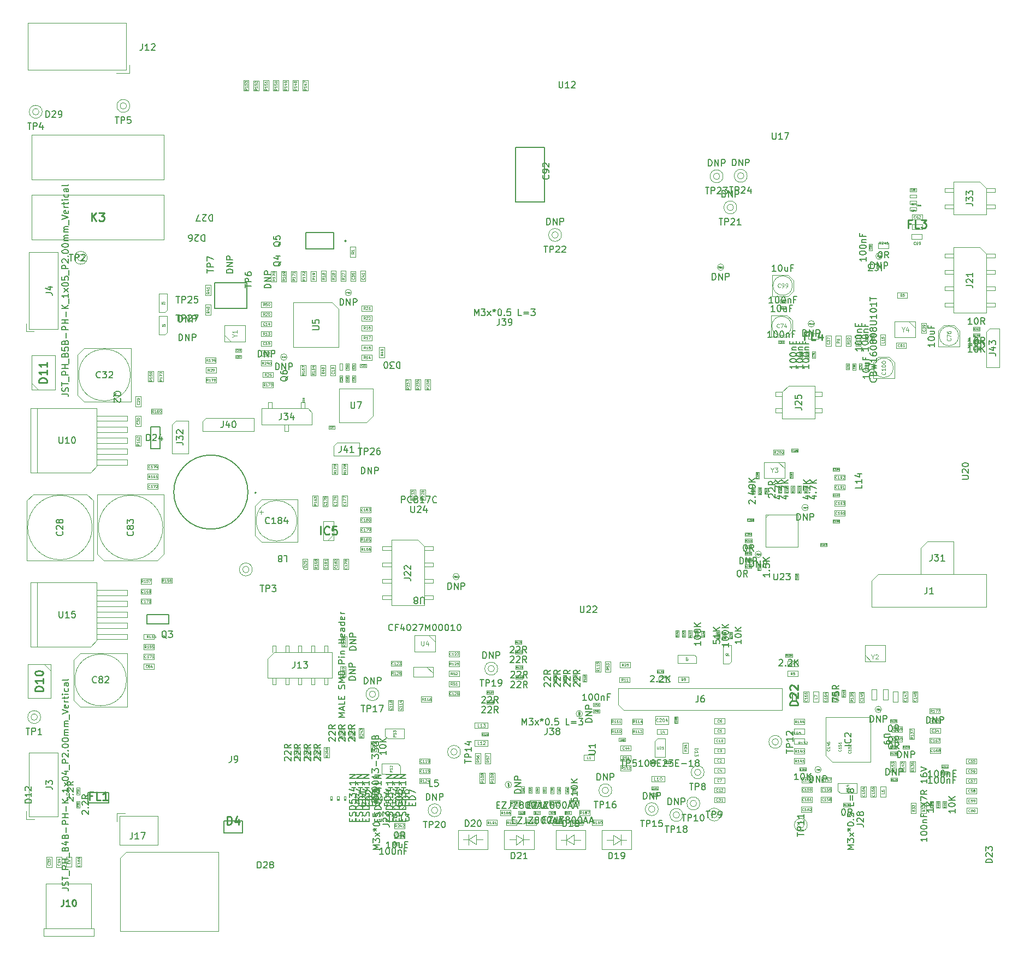
<source format=gbr>
G04 #@! TF.GenerationSoftware,KiCad,Pcbnew,8.0.0-rc1*
G04 #@! TF.CreationDate,2024-04-08T12:56:38+03:00*
G04 #@! TF.ProjectId,MXVR_3566,4d585652-5f33-4353-9636-2e6b69636164,REV1*
G04 #@! TF.SameCoordinates,Original*
G04 #@! TF.FileFunction,AssemblyDrawing,Top*
%FSLAX46Y46*%
G04 Gerber Fmt 4.6, Leading zero omitted, Abs format (unit mm)*
G04 Created by KiCad (PCBNEW 8.0.0-rc1) date 2024-04-08 12:56:38*
%MOMM*%
%LPD*%
G01*
G04 APERTURE LIST*
%ADD10C,0.150000*%
%ADD11C,0.060000*%
%ADD12C,0.040000*%
%ADD13C,0.090000*%
%ADD14C,0.254000*%
%ADD15C,0.105000*%
%ADD16C,0.050000*%
%ADD17C,0.100000*%
%ADD18C,0.080000*%
%ADD19C,0.200000*%
%ADD20C,0.127000*%
%ADD21C,0.120000*%
G04 APERTURE END LIST*
D10*
D11*
X111202381Y-143881927D02*
X111069048Y-143691451D01*
X110973810Y-143881927D02*
X110973810Y-143481927D01*
X110973810Y-143481927D02*
X111126191Y-143481927D01*
X111126191Y-143481927D02*
X111164286Y-143500975D01*
X111164286Y-143500975D02*
X111183333Y-143520022D01*
X111183333Y-143520022D02*
X111202381Y-143558118D01*
X111202381Y-143558118D02*
X111202381Y-143615260D01*
X111202381Y-143615260D02*
X111183333Y-143653356D01*
X111183333Y-143653356D02*
X111164286Y-143672403D01*
X111164286Y-143672403D02*
X111126191Y-143691451D01*
X111126191Y-143691451D02*
X110973810Y-143691451D01*
X111583333Y-143881927D02*
X111354762Y-143881927D01*
X111469048Y-143881927D02*
X111469048Y-143481927D01*
X111469048Y-143481927D02*
X111430952Y-143539070D01*
X111430952Y-143539070D02*
X111392857Y-143577165D01*
X111392857Y-143577165D02*
X111354762Y-143596213D01*
X111735714Y-143520022D02*
X111754762Y-143500975D01*
X111754762Y-143500975D02*
X111792857Y-143481927D01*
X111792857Y-143481927D02*
X111888095Y-143481927D01*
X111888095Y-143481927D02*
X111926190Y-143500975D01*
X111926190Y-143500975D02*
X111945238Y-143520022D01*
X111945238Y-143520022D02*
X111964285Y-143558118D01*
X111964285Y-143558118D02*
X111964285Y-143596213D01*
X111964285Y-143596213D02*
X111945238Y-143653356D01*
X111945238Y-143653356D02*
X111716666Y-143881927D01*
X111716666Y-143881927D02*
X111964285Y-143881927D01*
X112307142Y-143615260D02*
X112307142Y-143881927D01*
X112211904Y-143462880D02*
X112116666Y-143748594D01*
X112116666Y-143748594D02*
X112364285Y-143748594D01*
D10*
X199184819Y-77369523D02*
X199899104Y-77369523D01*
X199899104Y-77369523D02*
X200041961Y-77417142D01*
X200041961Y-77417142D02*
X200137200Y-77512380D01*
X200137200Y-77512380D02*
X200184819Y-77655237D01*
X200184819Y-77655237D02*
X200184819Y-77750475D01*
X199518152Y-76464761D02*
X200184819Y-76464761D01*
X199137200Y-76702856D02*
X199851485Y-76940951D01*
X199851485Y-76940951D02*
X199851485Y-76321904D01*
X199184819Y-76036189D02*
X199184819Y-75417142D01*
X199184819Y-75417142D02*
X199565771Y-75750475D01*
X199565771Y-75750475D02*
X199565771Y-75607618D01*
X199565771Y-75607618D02*
X199613390Y-75512380D01*
X199613390Y-75512380D02*
X199661009Y-75464761D01*
X199661009Y-75464761D02*
X199756247Y-75417142D01*
X199756247Y-75417142D02*
X199994342Y-75417142D01*
X199994342Y-75417142D02*
X200089580Y-75464761D01*
X200089580Y-75464761D02*
X200137200Y-75512380D01*
X200137200Y-75512380D02*
X200184819Y-75607618D01*
X200184819Y-75607618D02*
X200184819Y-75893332D01*
X200184819Y-75893332D02*
X200137200Y-75988570D01*
X200137200Y-75988570D02*
X200089580Y-76036189D01*
D11*
X102452857Y-76696927D02*
X102319524Y-76506451D01*
X102224286Y-76696927D02*
X102224286Y-76296927D01*
X102224286Y-76296927D02*
X102376667Y-76296927D01*
X102376667Y-76296927D02*
X102414762Y-76315975D01*
X102414762Y-76315975D02*
X102433809Y-76335022D01*
X102433809Y-76335022D02*
X102452857Y-76373118D01*
X102452857Y-76373118D02*
X102452857Y-76430260D01*
X102452857Y-76430260D02*
X102433809Y-76468356D01*
X102433809Y-76468356D02*
X102414762Y-76487403D01*
X102414762Y-76487403D02*
X102376667Y-76506451D01*
X102376667Y-76506451D02*
X102224286Y-76506451D01*
X102833809Y-76696927D02*
X102605238Y-76696927D01*
X102719524Y-76696927D02*
X102719524Y-76296927D01*
X102719524Y-76296927D02*
X102681428Y-76354070D01*
X102681428Y-76354070D02*
X102643333Y-76392165D01*
X102643333Y-76392165D02*
X102605238Y-76411213D01*
X103195714Y-76296927D02*
X103005238Y-76296927D01*
X103005238Y-76296927D02*
X102986190Y-76487403D01*
X102986190Y-76487403D02*
X103005238Y-76468356D01*
X103005238Y-76468356D02*
X103043333Y-76449308D01*
X103043333Y-76449308D02*
X103138571Y-76449308D01*
X103138571Y-76449308D02*
X103176666Y-76468356D01*
X103176666Y-76468356D02*
X103195714Y-76487403D01*
X103195714Y-76487403D02*
X103214761Y-76525499D01*
X103214761Y-76525499D02*
X103214761Y-76620737D01*
X103214761Y-76620737D02*
X103195714Y-76658832D01*
X103195714Y-76658832D02*
X103176666Y-76677880D01*
X103176666Y-76677880D02*
X103138571Y-76696927D01*
X103138571Y-76696927D02*
X103043333Y-76696927D01*
X103043333Y-76696927D02*
X103005238Y-76677880D01*
X103005238Y-76677880D02*
X102986190Y-76658832D01*
D12*
X82619285Y-77989765D02*
X82607381Y-78001670D01*
X82607381Y-78001670D02*
X82571666Y-78013574D01*
X82571666Y-78013574D02*
X82547857Y-78013574D01*
X82547857Y-78013574D02*
X82512143Y-78001670D01*
X82512143Y-78001670D02*
X82488333Y-77977860D01*
X82488333Y-77977860D02*
X82476428Y-77954050D01*
X82476428Y-77954050D02*
X82464524Y-77906431D01*
X82464524Y-77906431D02*
X82464524Y-77870717D01*
X82464524Y-77870717D02*
X82476428Y-77823098D01*
X82476428Y-77823098D02*
X82488333Y-77799289D01*
X82488333Y-77799289D02*
X82512143Y-77775479D01*
X82512143Y-77775479D02*
X82547857Y-77763574D01*
X82547857Y-77763574D02*
X82571666Y-77763574D01*
X82571666Y-77763574D02*
X82607381Y-77775479D01*
X82607381Y-77775479D02*
X82619285Y-77787384D01*
X82857381Y-78013574D02*
X82714524Y-78013574D01*
X82785952Y-78013574D02*
X82785952Y-77763574D01*
X82785952Y-77763574D02*
X82762143Y-77799289D01*
X82762143Y-77799289D02*
X82738333Y-77823098D01*
X82738333Y-77823098D02*
X82714524Y-77835003D01*
X82940714Y-77763574D02*
X83107380Y-77763574D01*
X83107380Y-77763574D02*
X83000238Y-78013574D01*
D10*
X169579523Y-143514819D02*
X169008095Y-143514819D01*
X169293809Y-143514819D02*
X169293809Y-142514819D01*
X169293809Y-142514819D02*
X169198571Y-142657676D01*
X169198571Y-142657676D02*
X169103333Y-142752914D01*
X169103333Y-142752914D02*
X169008095Y-142800533D01*
X170198571Y-142514819D02*
X170293809Y-142514819D01*
X170293809Y-142514819D02*
X170389047Y-142562438D01*
X170389047Y-142562438D02*
X170436666Y-142610057D01*
X170436666Y-142610057D02*
X170484285Y-142705295D01*
X170484285Y-142705295D02*
X170531904Y-142895771D01*
X170531904Y-142895771D02*
X170531904Y-143133866D01*
X170531904Y-143133866D02*
X170484285Y-143324342D01*
X170484285Y-143324342D02*
X170436666Y-143419580D01*
X170436666Y-143419580D02*
X170389047Y-143467200D01*
X170389047Y-143467200D02*
X170293809Y-143514819D01*
X170293809Y-143514819D02*
X170198571Y-143514819D01*
X170198571Y-143514819D02*
X170103333Y-143467200D01*
X170103333Y-143467200D02*
X170055714Y-143419580D01*
X170055714Y-143419580D02*
X170008095Y-143324342D01*
X170008095Y-143324342D02*
X169960476Y-143133866D01*
X169960476Y-143133866D02*
X169960476Y-142895771D01*
X169960476Y-142895771D02*
X170008095Y-142705295D01*
X170008095Y-142705295D02*
X170055714Y-142610057D01*
X170055714Y-142610057D02*
X170103333Y-142562438D01*
X170103333Y-142562438D02*
X170198571Y-142514819D01*
X170960476Y-143514819D02*
X170960476Y-142514819D01*
X171531904Y-143514819D02*
X171103333Y-142943390D01*
X171531904Y-142514819D02*
X170960476Y-143086247D01*
D12*
X169979048Y-142008200D02*
X169892381Y-141884391D01*
X169830476Y-142008200D02*
X169830476Y-141748200D01*
X169830476Y-141748200D02*
X169929524Y-141748200D01*
X169929524Y-141748200D02*
X169954286Y-141760581D01*
X169954286Y-141760581D02*
X169966667Y-141772962D01*
X169966667Y-141772962D02*
X169979048Y-141797724D01*
X169979048Y-141797724D02*
X169979048Y-141834867D01*
X169979048Y-141834867D02*
X169966667Y-141859629D01*
X169966667Y-141859629D02*
X169954286Y-141872010D01*
X169954286Y-141872010D02*
X169929524Y-141884391D01*
X169929524Y-141884391D02*
X169830476Y-141884391D01*
X170226667Y-142008200D02*
X170078095Y-142008200D01*
X170152381Y-142008200D02*
X170152381Y-141748200D01*
X170152381Y-141748200D02*
X170127619Y-141785343D01*
X170127619Y-141785343D02*
X170102857Y-141810105D01*
X170102857Y-141810105D02*
X170078095Y-141822486D01*
X170313333Y-141748200D02*
X170474286Y-141748200D01*
X170474286Y-141748200D02*
X170387619Y-141847248D01*
X170387619Y-141847248D02*
X170424762Y-141847248D01*
X170424762Y-141847248D02*
X170449524Y-141859629D01*
X170449524Y-141859629D02*
X170461905Y-141872010D01*
X170461905Y-141872010D02*
X170474286Y-141896772D01*
X170474286Y-141896772D02*
X170474286Y-141958677D01*
X170474286Y-141958677D02*
X170461905Y-141983439D01*
X170461905Y-141983439D02*
X170449524Y-141995820D01*
X170449524Y-141995820D02*
X170424762Y-142008200D01*
X170424762Y-142008200D02*
X170350476Y-142008200D01*
X170350476Y-142008200D02*
X170325714Y-141995820D01*
X170325714Y-141995820D02*
X170313333Y-141983439D01*
X170635238Y-141748200D02*
X170660000Y-141748200D01*
X170660000Y-141748200D02*
X170684762Y-141760581D01*
X170684762Y-141760581D02*
X170697143Y-141772962D01*
X170697143Y-141772962D02*
X170709524Y-141797724D01*
X170709524Y-141797724D02*
X170721905Y-141847248D01*
X170721905Y-141847248D02*
X170721905Y-141909153D01*
X170721905Y-141909153D02*
X170709524Y-141958677D01*
X170709524Y-141958677D02*
X170697143Y-141983439D01*
X170697143Y-141983439D02*
X170684762Y-141995820D01*
X170684762Y-141995820D02*
X170660000Y-142008200D01*
X170660000Y-142008200D02*
X170635238Y-142008200D01*
X170635238Y-142008200D02*
X170610476Y-141995820D01*
X170610476Y-141995820D02*
X170598095Y-141983439D01*
X170598095Y-141983439D02*
X170585714Y-141958677D01*
X170585714Y-141958677D02*
X170573333Y-141909153D01*
X170573333Y-141909153D02*
X170573333Y-141847248D01*
X170573333Y-141847248D02*
X170585714Y-141797724D01*
X170585714Y-141797724D02*
X170598095Y-141772962D01*
X170598095Y-141772962D02*
X170610476Y-141760581D01*
X170610476Y-141760581D02*
X170635238Y-141748200D01*
D10*
X171688152Y-99493809D02*
X172354819Y-99493809D01*
X171307200Y-99731904D02*
X172021485Y-99969999D01*
X172021485Y-99969999D02*
X172021485Y-99350952D01*
X172259580Y-98969999D02*
X172307200Y-98922380D01*
X172307200Y-98922380D02*
X172354819Y-98969999D01*
X172354819Y-98969999D02*
X172307200Y-99017618D01*
X172307200Y-99017618D02*
X172259580Y-98969999D01*
X172259580Y-98969999D02*
X172354819Y-98969999D01*
X171354819Y-98589047D02*
X171354819Y-97922381D01*
X171354819Y-97922381D02*
X172354819Y-98350952D01*
X172354819Y-97541428D02*
X171354819Y-97541428D01*
X172354819Y-96970000D02*
X171783390Y-97398571D01*
X171354819Y-96970000D02*
X171926247Y-97541428D01*
D12*
X170848200Y-98760951D02*
X170724391Y-98847618D01*
X170848200Y-98909523D02*
X170588200Y-98909523D01*
X170588200Y-98909523D02*
X170588200Y-98810475D01*
X170588200Y-98810475D02*
X170600581Y-98785713D01*
X170600581Y-98785713D02*
X170612962Y-98773332D01*
X170612962Y-98773332D02*
X170637724Y-98760951D01*
X170637724Y-98760951D02*
X170674867Y-98760951D01*
X170674867Y-98760951D02*
X170699629Y-98773332D01*
X170699629Y-98773332D02*
X170712010Y-98785713D01*
X170712010Y-98785713D02*
X170724391Y-98810475D01*
X170724391Y-98810475D02*
X170724391Y-98909523D01*
X170612962Y-98661904D02*
X170600581Y-98649523D01*
X170600581Y-98649523D02*
X170588200Y-98624761D01*
X170588200Y-98624761D02*
X170588200Y-98562856D01*
X170588200Y-98562856D02*
X170600581Y-98538094D01*
X170600581Y-98538094D02*
X170612962Y-98525713D01*
X170612962Y-98525713D02*
X170637724Y-98513332D01*
X170637724Y-98513332D02*
X170662486Y-98513332D01*
X170662486Y-98513332D02*
X170699629Y-98525713D01*
X170699629Y-98525713D02*
X170848200Y-98674285D01*
X170848200Y-98674285D02*
X170848200Y-98513332D01*
X170848200Y-98265713D02*
X170848200Y-98414285D01*
X170848200Y-98339999D02*
X170588200Y-98339999D01*
X170588200Y-98339999D02*
X170625343Y-98364761D01*
X170625343Y-98364761D02*
X170650105Y-98389523D01*
X170650105Y-98389523D02*
X170662486Y-98414285D01*
X170588200Y-98030475D02*
X170588200Y-98154285D01*
X170588200Y-98154285D02*
X170712010Y-98166666D01*
X170712010Y-98166666D02*
X170699629Y-98154285D01*
X170699629Y-98154285D02*
X170687248Y-98129523D01*
X170687248Y-98129523D02*
X170687248Y-98067618D01*
X170687248Y-98067618D02*
X170699629Y-98042856D01*
X170699629Y-98042856D02*
X170712010Y-98030475D01*
X170712010Y-98030475D02*
X170736772Y-98018094D01*
X170736772Y-98018094D02*
X170798677Y-98018094D01*
X170798677Y-98018094D02*
X170823439Y-98030475D01*
X170823439Y-98030475D02*
X170835820Y-98042856D01*
X170835820Y-98042856D02*
X170848200Y-98067618D01*
X170848200Y-98067618D02*
X170848200Y-98129523D01*
X170848200Y-98129523D02*
X170835820Y-98154285D01*
X170835820Y-98154285D02*
X170823439Y-98166666D01*
X82619285Y-76999765D02*
X82607381Y-77011670D01*
X82607381Y-77011670D02*
X82571666Y-77023574D01*
X82571666Y-77023574D02*
X82547857Y-77023574D01*
X82547857Y-77023574D02*
X82512143Y-77011670D01*
X82512143Y-77011670D02*
X82488333Y-76987860D01*
X82488333Y-76987860D02*
X82476428Y-76964050D01*
X82476428Y-76964050D02*
X82464524Y-76916431D01*
X82464524Y-76916431D02*
X82464524Y-76880717D01*
X82464524Y-76880717D02*
X82476428Y-76833098D01*
X82476428Y-76833098D02*
X82488333Y-76809289D01*
X82488333Y-76809289D02*
X82512143Y-76785479D01*
X82512143Y-76785479D02*
X82547857Y-76773574D01*
X82547857Y-76773574D02*
X82571666Y-76773574D01*
X82571666Y-76773574D02*
X82607381Y-76785479D01*
X82607381Y-76785479D02*
X82619285Y-76797384D01*
X82857381Y-77023574D02*
X82714524Y-77023574D01*
X82785952Y-77023574D02*
X82785952Y-76773574D01*
X82785952Y-76773574D02*
X82762143Y-76809289D01*
X82762143Y-76809289D02*
X82738333Y-76833098D01*
X82738333Y-76833098D02*
X82714524Y-76845003D01*
X83071666Y-76773574D02*
X83024047Y-76773574D01*
X83024047Y-76773574D02*
X83000238Y-76785479D01*
X83000238Y-76785479D02*
X82988333Y-76797384D01*
X82988333Y-76797384D02*
X82964523Y-76833098D01*
X82964523Y-76833098D02*
X82952619Y-76880717D01*
X82952619Y-76880717D02*
X82952619Y-76975955D01*
X82952619Y-76975955D02*
X82964523Y-76999765D01*
X82964523Y-76999765D02*
X82976428Y-77011670D01*
X82976428Y-77011670D02*
X83000238Y-77023574D01*
X83000238Y-77023574D02*
X83047857Y-77023574D01*
X83047857Y-77023574D02*
X83071666Y-77011670D01*
X83071666Y-77011670D02*
X83083571Y-76999765D01*
X83083571Y-76999765D02*
X83095476Y-76975955D01*
X83095476Y-76975955D02*
X83095476Y-76916431D01*
X83095476Y-76916431D02*
X83083571Y-76892622D01*
X83083571Y-76892622D02*
X83071666Y-76880717D01*
X83071666Y-76880717D02*
X83047857Y-76868812D01*
X83047857Y-76868812D02*
X83000238Y-76868812D01*
X83000238Y-76868812D02*
X82976428Y-76880717D01*
X82976428Y-76880717D02*
X82964523Y-76892622D01*
X82964523Y-76892622D02*
X82952619Y-76916431D01*
D10*
X91520057Y-140561904D02*
X91472438Y-140514285D01*
X91472438Y-140514285D02*
X91424819Y-140419047D01*
X91424819Y-140419047D02*
X91424819Y-140180952D01*
X91424819Y-140180952D02*
X91472438Y-140085714D01*
X91472438Y-140085714D02*
X91520057Y-140038095D01*
X91520057Y-140038095D02*
X91615295Y-139990476D01*
X91615295Y-139990476D02*
X91710533Y-139990476D01*
X91710533Y-139990476D02*
X91853390Y-140038095D01*
X91853390Y-140038095D02*
X92424819Y-140609523D01*
X92424819Y-140609523D02*
X92424819Y-139990476D01*
X91520057Y-139609523D02*
X91472438Y-139561904D01*
X91472438Y-139561904D02*
X91424819Y-139466666D01*
X91424819Y-139466666D02*
X91424819Y-139228571D01*
X91424819Y-139228571D02*
X91472438Y-139133333D01*
X91472438Y-139133333D02*
X91520057Y-139085714D01*
X91520057Y-139085714D02*
X91615295Y-139038095D01*
X91615295Y-139038095D02*
X91710533Y-139038095D01*
X91710533Y-139038095D02*
X91853390Y-139085714D01*
X91853390Y-139085714D02*
X92424819Y-139657142D01*
X92424819Y-139657142D02*
X92424819Y-139038095D01*
X92424819Y-138038095D02*
X91948628Y-138371428D01*
X92424819Y-138609523D02*
X91424819Y-138609523D01*
X91424819Y-138609523D02*
X91424819Y-138228571D01*
X91424819Y-138228571D02*
X91472438Y-138133333D01*
X91472438Y-138133333D02*
X91520057Y-138085714D01*
X91520057Y-138085714D02*
X91615295Y-138038095D01*
X91615295Y-138038095D02*
X91758152Y-138038095D01*
X91758152Y-138038095D02*
X91853390Y-138085714D01*
X91853390Y-138085714D02*
X91901009Y-138133333D01*
X91901009Y-138133333D02*
X91948628Y-138228571D01*
X91948628Y-138228571D02*
X91948628Y-138609523D01*
D11*
X93581927Y-139747618D02*
X93391451Y-139880951D01*
X93581927Y-139976189D02*
X93181927Y-139976189D01*
X93181927Y-139976189D02*
X93181927Y-139823808D01*
X93181927Y-139823808D02*
X93200975Y-139785713D01*
X93200975Y-139785713D02*
X93220022Y-139766666D01*
X93220022Y-139766666D02*
X93258118Y-139747618D01*
X93258118Y-139747618D02*
X93315260Y-139747618D01*
X93315260Y-139747618D02*
X93353356Y-139766666D01*
X93353356Y-139766666D02*
X93372403Y-139785713D01*
X93372403Y-139785713D02*
X93391451Y-139823808D01*
X93391451Y-139823808D02*
X93391451Y-139976189D01*
X93220022Y-139595237D02*
X93200975Y-139576189D01*
X93200975Y-139576189D02*
X93181927Y-139538094D01*
X93181927Y-139538094D02*
X93181927Y-139442856D01*
X93181927Y-139442856D02*
X93200975Y-139404761D01*
X93200975Y-139404761D02*
X93220022Y-139385713D01*
X93220022Y-139385713D02*
X93258118Y-139366666D01*
X93258118Y-139366666D02*
X93296213Y-139366666D01*
X93296213Y-139366666D02*
X93353356Y-139385713D01*
X93353356Y-139385713D02*
X93581927Y-139614285D01*
X93581927Y-139614285D02*
X93581927Y-139366666D01*
X93315260Y-139023809D02*
X93581927Y-139023809D01*
X93162880Y-139119047D02*
X93448594Y-139214285D01*
X93448594Y-139214285D02*
X93448594Y-138966666D01*
X93353356Y-138757143D02*
X93334308Y-138795238D01*
X93334308Y-138795238D02*
X93315260Y-138814285D01*
X93315260Y-138814285D02*
X93277165Y-138833333D01*
X93277165Y-138833333D02*
X93258118Y-138833333D01*
X93258118Y-138833333D02*
X93220022Y-138814285D01*
X93220022Y-138814285D02*
X93200975Y-138795238D01*
X93200975Y-138795238D02*
X93181927Y-138757143D01*
X93181927Y-138757143D02*
X93181927Y-138680952D01*
X93181927Y-138680952D02*
X93200975Y-138642857D01*
X93200975Y-138642857D02*
X93220022Y-138623809D01*
X93220022Y-138623809D02*
X93258118Y-138604762D01*
X93258118Y-138604762D02*
X93277165Y-138604762D01*
X93277165Y-138604762D02*
X93315260Y-138623809D01*
X93315260Y-138623809D02*
X93334308Y-138642857D01*
X93334308Y-138642857D02*
X93353356Y-138680952D01*
X93353356Y-138680952D02*
X93353356Y-138757143D01*
X93353356Y-138757143D02*
X93372403Y-138795238D01*
X93372403Y-138795238D02*
X93391451Y-138814285D01*
X93391451Y-138814285D02*
X93429546Y-138833333D01*
X93429546Y-138833333D02*
X93505737Y-138833333D01*
X93505737Y-138833333D02*
X93543832Y-138814285D01*
X93543832Y-138814285D02*
X93562880Y-138795238D01*
X93562880Y-138795238D02*
X93581927Y-138757143D01*
X93581927Y-138757143D02*
X93581927Y-138680952D01*
X93581927Y-138680952D02*
X93562880Y-138642857D01*
X93562880Y-138642857D02*
X93543832Y-138623809D01*
X93543832Y-138623809D02*
X93505737Y-138604762D01*
X93505737Y-138604762D02*
X93429546Y-138604762D01*
X93429546Y-138604762D02*
X93391451Y-138623809D01*
X93391451Y-138623809D02*
X93372403Y-138642857D01*
X93372403Y-138642857D02*
X93353356Y-138680952D01*
X89991927Y-65872618D02*
X89801451Y-66005951D01*
X89991927Y-66101189D02*
X89591927Y-66101189D01*
X89591927Y-66101189D02*
X89591927Y-65948808D01*
X89591927Y-65948808D02*
X89610975Y-65910713D01*
X89610975Y-65910713D02*
X89630022Y-65891666D01*
X89630022Y-65891666D02*
X89668118Y-65872618D01*
X89668118Y-65872618D02*
X89725260Y-65872618D01*
X89725260Y-65872618D02*
X89763356Y-65891666D01*
X89763356Y-65891666D02*
X89782403Y-65910713D01*
X89782403Y-65910713D02*
X89801451Y-65948808D01*
X89801451Y-65948808D02*
X89801451Y-66101189D01*
X89991927Y-65491666D02*
X89991927Y-65720237D01*
X89991927Y-65605951D02*
X89591927Y-65605951D01*
X89591927Y-65605951D02*
X89649070Y-65644047D01*
X89649070Y-65644047D02*
X89687165Y-65682142D01*
X89687165Y-65682142D02*
X89706213Y-65720237D01*
X89591927Y-65148809D02*
X89591927Y-65224999D01*
X89591927Y-65224999D02*
X89610975Y-65263095D01*
X89610975Y-65263095D02*
X89630022Y-65282142D01*
X89630022Y-65282142D02*
X89687165Y-65320237D01*
X89687165Y-65320237D02*
X89763356Y-65339285D01*
X89763356Y-65339285D02*
X89915737Y-65339285D01*
X89915737Y-65339285D02*
X89953832Y-65320237D01*
X89953832Y-65320237D02*
X89972880Y-65301190D01*
X89972880Y-65301190D02*
X89991927Y-65263095D01*
X89991927Y-65263095D02*
X89991927Y-65186904D01*
X89991927Y-65186904D02*
X89972880Y-65148809D01*
X89972880Y-65148809D02*
X89953832Y-65129761D01*
X89953832Y-65129761D02*
X89915737Y-65110714D01*
X89915737Y-65110714D02*
X89820499Y-65110714D01*
X89820499Y-65110714D02*
X89782403Y-65129761D01*
X89782403Y-65129761D02*
X89763356Y-65148809D01*
X89763356Y-65148809D02*
X89744308Y-65186904D01*
X89744308Y-65186904D02*
X89744308Y-65263095D01*
X89744308Y-65263095D02*
X89763356Y-65301190D01*
X89763356Y-65301190D02*
X89782403Y-65320237D01*
X89782403Y-65320237D02*
X89820499Y-65339285D01*
X89991927Y-64920238D02*
X89991927Y-64844047D01*
X89991927Y-64844047D02*
X89972880Y-64805952D01*
X89972880Y-64805952D02*
X89953832Y-64786904D01*
X89953832Y-64786904D02*
X89896689Y-64748809D01*
X89896689Y-64748809D02*
X89820499Y-64729762D01*
X89820499Y-64729762D02*
X89668118Y-64729762D01*
X89668118Y-64729762D02*
X89630022Y-64748809D01*
X89630022Y-64748809D02*
X89610975Y-64767857D01*
X89610975Y-64767857D02*
X89591927Y-64805952D01*
X89591927Y-64805952D02*
X89591927Y-64882143D01*
X89591927Y-64882143D02*
X89610975Y-64920238D01*
X89610975Y-64920238D02*
X89630022Y-64939285D01*
X89630022Y-64939285D02*
X89668118Y-64958333D01*
X89668118Y-64958333D02*
X89763356Y-64958333D01*
X89763356Y-64958333D02*
X89801451Y-64939285D01*
X89801451Y-64939285D02*
X89820499Y-64920238D01*
X89820499Y-64920238D02*
X89839546Y-64882143D01*
X89839546Y-64882143D02*
X89839546Y-64805952D01*
X89839546Y-64805952D02*
X89820499Y-64767857D01*
X89820499Y-64767857D02*
X89801451Y-64748809D01*
X89801451Y-64748809D02*
X89763356Y-64729762D01*
D10*
X146670000Y-127450057D02*
X146717619Y-127402438D01*
X146717619Y-127402438D02*
X146812857Y-127354819D01*
X146812857Y-127354819D02*
X147050952Y-127354819D01*
X147050952Y-127354819D02*
X147146190Y-127402438D01*
X147146190Y-127402438D02*
X147193809Y-127450057D01*
X147193809Y-127450057D02*
X147241428Y-127545295D01*
X147241428Y-127545295D02*
X147241428Y-127640533D01*
X147241428Y-127640533D02*
X147193809Y-127783390D01*
X147193809Y-127783390D02*
X146622381Y-128354819D01*
X146622381Y-128354819D02*
X147241428Y-128354819D01*
X147670000Y-128259580D02*
X147717619Y-128307200D01*
X147717619Y-128307200D02*
X147670000Y-128354819D01*
X147670000Y-128354819D02*
X147622381Y-128307200D01*
X147622381Y-128307200D02*
X147670000Y-128259580D01*
X147670000Y-128259580D02*
X147670000Y-128354819D01*
X148098571Y-127450057D02*
X148146190Y-127402438D01*
X148146190Y-127402438D02*
X148241428Y-127354819D01*
X148241428Y-127354819D02*
X148479523Y-127354819D01*
X148479523Y-127354819D02*
X148574761Y-127402438D01*
X148574761Y-127402438D02*
X148622380Y-127450057D01*
X148622380Y-127450057D02*
X148669999Y-127545295D01*
X148669999Y-127545295D02*
X148669999Y-127640533D01*
X148669999Y-127640533D02*
X148622380Y-127783390D01*
X148622380Y-127783390D02*
X148050952Y-128354819D01*
X148050952Y-128354819D02*
X148669999Y-128354819D01*
X149098571Y-128354819D02*
X149098571Y-127354819D01*
X149669999Y-128354819D02*
X149241428Y-127783390D01*
X149669999Y-127354819D02*
X149098571Y-127926247D01*
D12*
X147879048Y-126848200D02*
X147792381Y-126724391D01*
X147730476Y-126848200D02*
X147730476Y-126588200D01*
X147730476Y-126588200D02*
X147829524Y-126588200D01*
X147829524Y-126588200D02*
X147854286Y-126600581D01*
X147854286Y-126600581D02*
X147866667Y-126612962D01*
X147866667Y-126612962D02*
X147879048Y-126637724D01*
X147879048Y-126637724D02*
X147879048Y-126674867D01*
X147879048Y-126674867D02*
X147866667Y-126699629D01*
X147866667Y-126699629D02*
X147854286Y-126712010D01*
X147854286Y-126712010D02*
X147829524Y-126724391D01*
X147829524Y-126724391D02*
X147730476Y-126724391D01*
X148126667Y-126848200D02*
X147978095Y-126848200D01*
X148052381Y-126848200D02*
X148052381Y-126588200D01*
X148052381Y-126588200D02*
X148027619Y-126625343D01*
X148027619Y-126625343D02*
X148002857Y-126650105D01*
X148002857Y-126650105D02*
X147978095Y-126662486D01*
X148250476Y-126848200D02*
X148300000Y-126848200D01*
X148300000Y-126848200D02*
X148324762Y-126835820D01*
X148324762Y-126835820D02*
X148337143Y-126823439D01*
X148337143Y-126823439D02*
X148361905Y-126786296D01*
X148361905Y-126786296D02*
X148374286Y-126736772D01*
X148374286Y-126736772D02*
X148374286Y-126637724D01*
X148374286Y-126637724D02*
X148361905Y-126612962D01*
X148361905Y-126612962D02*
X148349524Y-126600581D01*
X148349524Y-126600581D02*
X148324762Y-126588200D01*
X148324762Y-126588200D02*
X148275238Y-126588200D01*
X148275238Y-126588200D02*
X148250476Y-126600581D01*
X148250476Y-126600581D02*
X148238095Y-126612962D01*
X148238095Y-126612962D02*
X148225714Y-126637724D01*
X148225714Y-126637724D02*
X148225714Y-126699629D01*
X148225714Y-126699629D02*
X148238095Y-126724391D01*
X148238095Y-126724391D02*
X148250476Y-126736772D01*
X148250476Y-126736772D02*
X148275238Y-126749153D01*
X148275238Y-126749153D02*
X148324762Y-126749153D01*
X148324762Y-126749153D02*
X148349524Y-126736772D01*
X148349524Y-126736772D02*
X148361905Y-126724391D01*
X148361905Y-126724391D02*
X148374286Y-126699629D01*
X148460952Y-126588200D02*
X148621905Y-126588200D01*
X148621905Y-126588200D02*
X148535238Y-126687248D01*
X148535238Y-126687248D02*
X148572381Y-126687248D01*
X148572381Y-126687248D02*
X148597143Y-126699629D01*
X148597143Y-126699629D02*
X148609524Y-126712010D01*
X148609524Y-126712010D02*
X148621905Y-126736772D01*
X148621905Y-126736772D02*
X148621905Y-126798677D01*
X148621905Y-126798677D02*
X148609524Y-126823439D01*
X148609524Y-126823439D02*
X148597143Y-126835820D01*
X148597143Y-126835820D02*
X148572381Y-126848200D01*
X148572381Y-126848200D02*
X148498095Y-126848200D01*
X148498095Y-126848200D02*
X148473333Y-126835820D01*
X148473333Y-126835820D02*
X148460952Y-126823439D01*
D10*
X180569819Y-80691428D02*
X180569819Y-81262856D01*
X180569819Y-80977142D02*
X179569819Y-80977142D01*
X179569819Y-80977142D02*
X179712676Y-81072380D01*
X179712676Y-81072380D02*
X179807914Y-81167618D01*
X179807914Y-81167618D02*
X179855533Y-81262856D01*
X179569819Y-80072380D02*
X179569819Y-79977142D01*
X179569819Y-79977142D02*
X179617438Y-79881904D01*
X179617438Y-79881904D02*
X179665057Y-79834285D01*
X179665057Y-79834285D02*
X179760295Y-79786666D01*
X179760295Y-79786666D02*
X179950771Y-79739047D01*
X179950771Y-79739047D02*
X180188866Y-79739047D01*
X180188866Y-79739047D02*
X180379342Y-79786666D01*
X180379342Y-79786666D02*
X180474580Y-79834285D01*
X180474580Y-79834285D02*
X180522200Y-79881904D01*
X180522200Y-79881904D02*
X180569819Y-79977142D01*
X180569819Y-79977142D02*
X180569819Y-80072380D01*
X180569819Y-80072380D02*
X180522200Y-80167618D01*
X180522200Y-80167618D02*
X180474580Y-80215237D01*
X180474580Y-80215237D02*
X180379342Y-80262856D01*
X180379342Y-80262856D02*
X180188866Y-80310475D01*
X180188866Y-80310475D02*
X179950771Y-80310475D01*
X179950771Y-80310475D02*
X179760295Y-80262856D01*
X179760295Y-80262856D02*
X179665057Y-80215237D01*
X179665057Y-80215237D02*
X179617438Y-80167618D01*
X179617438Y-80167618D02*
X179569819Y-80072380D01*
X179903152Y-78881904D02*
X180569819Y-78881904D01*
X179903152Y-79310475D02*
X180426961Y-79310475D01*
X180426961Y-79310475D02*
X180522200Y-79262856D01*
X180522200Y-79262856D02*
X180569819Y-79167618D01*
X180569819Y-79167618D02*
X180569819Y-79024761D01*
X180569819Y-79024761D02*
X180522200Y-78929523D01*
X180522200Y-78929523D02*
X180474580Y-78881904D01*
X180046009Y-78072380D02*
X180046009Y-78405713D01*
X180569819Y-78405713D02*
X179569819Y-78405713D01*
X179569819Y-78405713D02*
X179569819Y-77929523D01*
D13*
X183030748Y-80291428D02*
X183059320Y-80320000D01*
X183059320Y-80320000D02*
X183087891Y-80405714D01*
X183087891Y-80405714D02*
X183087891Y-80462857D01*
X183087891Y-80462857D02*
X183059320Y-80548571D01*
X183059320Y-80548571D02*
X183002177Y-80605714D01*
X183002177Y-80605714D02*
X182945034Y-80634285D01*
X182945034Y-80634285D02*
X182830748Y-80662857D01*
X182830748Y-80662857D02*
X182745034Y-80662857D01*
X182745034Y-80662857D02*
X182630748Y-80634285D01*
X182630748Y-80634285D02*
X182573605Y-80605714D01*
X182573605Y-80605714D02*
X182516462Y-80548571D01*
X182516462Y-80548571D02*
X182487891Y-80462857D01*
X182487891Y-80462857D02*
X182487891Y-80405714D01*
X182487891Y-80405714D02*
X182516462Y-80320000D01*
X182516462Y-80320000D02*
X182545034Y-80291428D01*
X183087891Y-79720000D02*
X183087891Y-80062857D01*
X183087891Y-79891428D02*
X182487891Y-79891428D01*
X182487891Y-79891428D02*
X182573605Y-79948571D01*
X182573605Y-79948571D02*
X182630748Y-80005714D01*
X182630748Y-80005714D02*
X182659320Y-80062857D01*
X182487891Y-79348571D02*
X182487891Y-79291428D01*
X182487891Y-79291428D02*
X182516462Y-79234285D01*
X182516462Y-79234285D02*
X182545034Y-79205714D01*
X182545034Y-79205714D02*
X182602177Y-79177142D01*
X182602177Y-79177142D02*
X182716462Y-79148571D01*
X182716462Y-79148571D02*
X182859320Y-79148571D01*
X182859320Y-79148571D02*
X182973605Y-79177142D01*
X182973605Y-79177142D02*
X183030748Y-79205714D01*
X183030748Y-79205714D02*
X183059320Y-79234285D01*
X183059320Y-79234285D02*
X183087891Y-79291428D01*
X183087891Y-79291428D02*
X183087891Y-79348571D01*
X183087891Y-79348571D02*
X183059320Y-79405714D01*
X183059320Y-79405714D02*
X183030748Y-79434285D01*
X183030748Y-79434285D02*
X182973605Y-79462856D01*
X182973605Y-79462856D02*
X182859320Y-79491428D01*
X182859320Y-79491428D02*
X182716462Y-79491428D01*
X182716462Y-79491428D02*
X182602177Y-79462856D01*
X182602177Y-79462856D02*
X182545034Y-79434285D01*
X182545034Y-79434285D02*
X182516462Y-79405714D01*
X182516462Y-79405714D02*
X182487891Y-79348571D01*
X182487891Y-78777142D02*
X182487891Y-78719999D01*
X182487891Y-78719999D02*
X182516462Y-78662856D01*
X182516462Y-78662856D02*
X182545034Y-78634285D01*
X182545034Y-78634285D02*
X182602177Y-78605713D01*
X182602177Y-78605713D02*
X182716462Y-78577142D01*
X182716462Y-78577142D02*
X182859320Y-78577142D01*
X182859320Y-78577142D02*
X182973605Y-78605713D01*
X182973605Y-78605713D02*
X183030748Y-78634285D01*
X183030748Y-78634285D02*
X183059320Y-78662856D01*
X183059320Y-78662856D02*
X183087891Y-78719999D01*
X183087891Y-78719999D02*
X183087891Y-78777142D01*
X183087891Y-78777142D02*
X183059320Y-78834285D01*
X183059320Y-78834285D02*
X183030748Y-78862856D01*
X183030748Y-78862856D02*
X182973605Y-78891427D01*
X182973605Y-78891427D02*
X182859320Y-78919999D01*
X182859320Y-78919999D02*
X182716462Y-78919999D01*
X182716462Y-78919999D02*
X182602177Y-78891427D01*
X182602177Y-78891427D02*
X182545034Y-78862856D01*
X182545034Y-78862856D02*
X182516462Y-78834285D01*
X182516462Y-78834285D02*
X182487891Y-78777142D01*
D12*
X138109285Y-132979765D02*
X138097381Y-132991670D01*
X138097381Y-132991670D02*
X138061666Y-133003574D01*
X138061666Y-133003574D02*
X138037857Y-133003574D01*
X138037857Y-133003574D02*
X138002143Y-132991670D01*
X138002143Y-132991670D02*
X137978333Y-132967860D01*
X137978333Y-132967860D02*
X137966428Y-132944050D01*
X137966428Y-132944050D02*
X137954524Y-132896431D01*
X137954524Y-132896431D02*
X137954524Y-132860717D01*
X137954524Y-132860717D02*
X137966428Y-132813098D01*
X137966428Y-132813098D02*
X137978333Y-132789289D01*
X137978333Y-132789289D02*
X138002143Y-132765479D01*
X138002143Y-132765479D02*
X138037857Y-132753574D01*
X138037857Y-132753574D02*
X138061666Y-132753574D01*
X138061666Y-132753574D02*
X138097381Y-132765479D01*
X138097381Y-132765479D02*
X138109285Y-132777384D01*
X138323571Y-132836908D02*
X138323571Y-133003574D01*
X138264047Y-132741670D02*
X138204524Y-132920241D01*
X138204524Y-132920241D02*
X138359285Y-132920241D01*
X138502142Y-132753574D02*
X138525952Y-132753574D01*
X138525952Y-132753574D02*
X138549761Y-132765479D01*
X138549761Y-132765479D02*
X138561666Y-132777384D01*
X138561666Y-132777384D02*
X138573571Y-132801193D01*
X138573571Y-132801193D02*
X138585476Y-132848812D01*
X138585476Y-132848812D02*
X138585476Y-132908336D01*
X138585476Y-132908336D02*
X138573571Y-132955955D01*
X138573571Y-132955955D02*
X138561666Y-132979765D01*
X138561666Y-132979765D02*
X138549761Y-132991670D01*
X138549761Y-132991670D02*
X138525952Y-133003574D01*
X138525952Y-133003574D02*
X138502142Y-133003574D01*
X138502142Y-133003574D02*
X138478333Y-132991670D01*
X138478333Y-132991670D02*
X138466428Y-132979765D01*
X138466428Y-132979765D02*
X138454523Y-132955955D01*
X138454523Y-132955955D02*
X138442619Y-132908336D01*
X138442619Y-132908336D02*
X138442619Y-132848812D01*
X138442619Y-132848812D02*
X138454523Y-132801193D01*
X138454523Y-132801193D02*
X138466428Y-132777384D01*
X138466428Y-132777384D02*
X138478333Y-132765479D01*
X138478333Y-132765479D02*
X138502142Y-132753574D01*
D11*
X157288333Y-142243832D02*
X157269285Y-142262880D01*
X157269285Y-142262880D02*
X157212143Y-142281927D01*
X157212143Y-142281927D02*
X157174047Y-142281927D01*
X157174047Y-142281927D02*
X157116904Y-142262880D01*
X157116904Y-142262880D02*
X157078809Y-142224784D01*
X157078809Y-142224784D02*
X157059762Y-142186689D01*
X157059762Y-142186689D02*
X157040714Y-142110499D01*
X157040714Y-142110499D02*
X157040714Y-142053356D01*
X157040714Y-142053356D02*
X157059762Y-141977165D01*
X157059762Y-141977165D02*
X157078809Y-141939070D01*
X157078809Y-141939070D02*
X157116904Y-141900975D01*
X157116904Y-141900975D02*
X157174047Y-141881927D01*
X157174047Y-141881927D02*
X157212143Y-141881927D01*
X157212143Y-141881927D02*
X157269285Y-141900975D01*
X157269285Y-141900975D02*
X157288333Y-141920022D01*
X157631190Y-142015260D02*
X157631190Y-142281927D01*
X157535952Y-141862880D02*
X157440714Y-142148594D01*
X157440714Y-142148594D02*
X157688333Y-142148594D01*
D10*
X183797381Y-136759819D02*
X183892619Y-136759819D01*
X183892619Y-136759819D02*
X183987857Y-136807438D01*
X183987857Y-136807438D02*
X184035476Y-136855057D01*
X184035476Y-136855057D02*
X184083095Y-136950295D01*
X184083095Y-136950295D02*
X184130714Y-137140771D01*
X184130714Y-137140771D02*
X184130714Y-137378866D01*
X184130714Y-137378866D02*
X184083095Y-137569342D01*
X184083095Y-137569342D02*
X184035476Y-137664580D01*
X184035476Y-137664580D02*
X183987857Y-137712200D01*
X183987857Y-137712200D02*
X183892619Y-137759819D01*
X183892619Y-137759819D02*
X183797381Y-137759819D01*
X183797381Y-137759819D02*
X183702143Y-137712200D01*
X183702143Y-137712200D02*
X183654524Y-137664580D01*
X183654524Y-137664580D02*
X183606905Y-137569342D01*
X183606905Y-137569342D02*
X183559286Y-137378866D01*
X183559286Y-137378866D02*
X183559286Y-137140771D01*
X183559286Y-137140771D02*
X183606905Y-136950295D01*
X183606905Y-136950295D02*
X183654524Y-136855057D01*
X183654524Y-136855057D02*
X183702143Y-136807438D01*
X183702143Y-136807438D02*
X183797381Y-136759819D01*
X185130714Y-137759819D02*
X184797381Y-137283628D01*
X184559286Y-137759819D02*
X184559286Y-136759819D01*
X184559286Y-136759819D02*
X184940238Y-136759819D01*
X184940238Y-136759819D02*
X185035476Y-136807438D01*
X185035476Y-136807438D02*
X185083095Y-136855057D01*
X185083095Y-136855057D02*
X185130714Y-136950295D01*
X185130714Y-136950295D02*
X185130714Y-137093152D01*
X185130714Y-137093152D02*
X185083095Y-137188390D01*
X185083095Y-137188390D02*
X185035476Y-137236009D01*
X185035476Y-137236009D02*
X184940238Y-137283628D01*
X184940238Y-137283628D02*
X184559286Y-137283628D01*
D12*
X184054048Y-138593200D02*
X183967381Y-138469391D01*
X183905476Y-138593200D02*
X183905476Y-138333200D01*
X183905476Y-138333200D02*
X184004524Y-138333200D01*
X184004524Y-138333200D02*
X184029286Y-138345581D01*
X184029286Y-138345581D02*
X184041667Y-138357962D01*
X184041667Y-138357962D02*
X184054048Y-138382724D01*
X184054048Y-138382724D02*
X184054048Y-138419867D01*
X184054048Y-138419867D02*
X184041667Y-138444629D01*
X184041667Y-138444629D02*
X184029286Y-138457010D01*
X184029286Y-138457010D02*
X184004524Y-138469391D01*
X184004524Y-138469391D02*
X183905476Y-138469391D01*
X184301667Y-138593200D02*
X184153095Y-138593200D01*
X184227381Y-138593200D02*
X184227381Y-138333200D01*
X184227381Y-138333200D02*
X184202619Y-138370343D01*
X184202619Y-138370343D02*
X184177857Y-138395105D01*
X184177857Y-138395105D02*
X184153095Y-138407486D01*
X184388333Y-138333200D02*
X184549286Y-138333200D01*
X184549286Y-138333200D02*
X184462619Y-138432248D01*
X184462619Y-138432248D02*
X184499762Y-138432248D01*
X184499762Y-138432248D02*
X184524524Y-138444629D01*
X184524524Y-138444629D02*
X184536905Y-138457010D01*
X184536905Y-138457010D02*
X184549286Y-138481772D01*
X184549286Y-138481772D02*
X184549286Y-138543677D01*
X184549286Y-138543677D02*
X184536905Y-138568439D01*
X184536905Y-138568439D02*
X184524524Y-138580820D01*
X184524524Y-138580820D02*
X184499762Y-138593200D01*
X184499762Y-138593200D02*
X184425476Y-138593200D01*
X184425476Y-138593200D02*
X184400714Y-138580820D01*
X184400714Y-138580820D02*
X184388333Y-138568439D01*
X184635952Y-138333200D02*
X184796905Y-138333200D01*
X184796905Y-138333200D02*
X184710238Y-138432248D01*
X184710238Y-138432248D02*
X184747381Y-138432248D01*
X184747381Y-138432248D02*
X184772143Y-138444629D01*
X184772143Y-138444629D02*
X184784524Y-138457010D01*
X184784524Y-138457010D02*
X184796905Y-138481772D01*
X184796905Y-138481772D02*
X184796905Y-138543677D01*
X184796905Y-138543677D02*
X184784524Y-138568439D01*
X184784524Y-138568439D02*
X184772143Y-138580820D01*
X184772143Y-138580820D02*
X184747381Y-138593200D01*
X184747381Y-138593200D02*
X184673095Y-138593200D01*
X184673095Y-138593200D02*
X184648333Y-138580820D01*
X184648333Y-138580820D02*
X184635952Y-138568439D01*
D10*
X126775933Y-135017419D02*
X126775933Y-134017419D01*
X126775933Y-134017419D02*
X127109266Y-134731704D01*
X127109266Y-134731704D02*
X127442599Y-134017419D01*
X127442599Y-134017419D02*
X127442599Y-135017419D01*
X127823552Y-134017419D02*
X128442599Y-134017419D01*
X128442599Y-134017419D02*
X128109266Y-134398371D01*
X128109266Y-134398371D02*
X128252123Y-134398371D01*
X128252123Y-134398371D02*
X128347361Y-134445990D01*
X128347361Y-134445990D02*
X128394980Y-134493609D01*
X128394980Y-134493609D02*
X128442599Y-134588847D01*
X128442599Y-134588847D02*
X128442599Y-134826942D01*
X128442599Y-134826942D02*
X128394980Y-134922180D01*
X128394980Y-134922180D02*
X128347361Y-134969800D01*
X128347361Y-134969800D02*
X128252123Y-135017419D01*
X128252123Y-135017419D02*
X127966409Y-135017419D01*
X127966409Y-135017419D02*
X127871171Y-134969800D01*
X127871171Y-134969800D02*
X127823552Y-134922180D01*
X128775933Y-135017419D02*
X129299742Y-134350752D01*
X128775933Y-134350752D02*
X129299742Y-135017419D01*
X129823552Y-134017419D02*
X129823552Y-134255514D01*
X129585457Y-134160276D02*
X129823552Y-134255514D01*
X129823552Y-134255514D02*
X130061647Y-134160276D01*
X129680695Y-134445990D02*
X129823552Y-134255514D01*
X129823552Y-134255514D02*
X129966409Y-134445990D01*
X130633076Y-134017419D02*
X130728314Y-134017419D01*
X130728314Y-134017419D02*
X130823552Y-134065038D01*
X130823552Y-134065038D02*
X130871171Y-134112657D01*
X130871171Y-134112657D02*
X130918790Y-134207895D01*
X130918790Y-134207895D02*
X130966409Y-134398371D01*
X130966409Y-134398371D02*
X130966409Y-134636466D01*
X130966409Y-134636466D02*
X130918790Y-134826942D01*
X130918790Y-134826942D02*
X130871171Y-134922180D01*
X130871171Y-134922180D02*
X130823552Y-134969800D01*
X130823552Y-134969800D02*
X130728314Y-135017419D01*
X130728314Y-135017419D02*
X130633076Y-135017419D01*
X130633076Y-135017419D02*
X130537838Y-134969800D01*
X130537838Y-134969800D02*
X130490219Y-134922180D01*
X130490219Y-134922180D02*
X130442600Y-134826942D01*
X130442600Y-134826942D02*
X130394981Y-134636466D01*
X130394981Y-134636466D02*
X130394981Y-134398371D01*
X130394981Y-134398371D02*
X130442600Y-134207895D01*
X130442600Y-134207895D02*
X130490219Y-134112657D01*
X130490219Y-134112657D02*
X130537838Y-134065038D01*
X130537838Y-134065038D02*
X130633076Y-134017419D01*
X131394981Y-134922180D02*
X131442600Y-134969800D01*
X131442600Y-134969800D02*
X131394981Y-135017419D01*
X131394981Y-135017419D02*
X131347362Y-134969800D01*
X131347362Y-134969800D02*
X131394981Y-134922180D01*
X131394981Y-134922180D02*
X131394981Y-135017419D01*
X132347361Y-134017419D02*
X131871171Y-134017419D01*
X131871171Y-134017419D02*
X131823552Y-134493609D01*
X131823552Y-134493609D02*
X131871171Y-134445990D01*
X131871171Y-134445990D02*
X131966409Y-134398371D01*
X131966409Y-134398371D02*
X132204504Y-134398371D01*
X132204504Y-134398371D02*
X132299742Y-134445990D01*
X132299742Y-134445990D02*
X132347361Y-134493609D01*
X132347361Y-134493609D02*
X132394980Y-134588847D01*
X132394980Y-134588847D02*
X132394980Y-134826942D01*
X132394980Y-134826942D02*
X132347361Y-134922180D01*
X132347361Y-134922180D02*
X132299742Y-134969800D01*
X132299742Y-134969800D02*
X132204504Y-135017419D01*
X132204504Y-135017419D02*
X131966409Y-135017419D01*
X131966409Y-135017419D02*
X131871171Y-134969800D01*
X131871171Y-134969800D02*
X131823552Y-134922180D01*
X134061647Y-135017419D02*
X133585457Y-135017419D01*
X133585457Y-135017419D02*
X133585457Y-134017419D01*
X134394981Y-134493609D02*
X135156886Y-134493609D01*
X135156886Y-134779323D02*
X134394981Y-134779323D01*
X135537838Y-134017419D02*
X136156885Y-134017419D01*
X136156885Y-134017419D02*
X135823552Y-134398371D01*
X135823552Y-134398371D02*
X135966409Y-134398371D01*
X135966409Y-134398371D02*
X136061647Y-134445990D01*
X136061647Y-134445990D02*
X136109266Y-134493609D01*
X136109266Y-134493609D02*
X136156885Y-134588847D01*
X136156885Y-134588847D02*
X136156885Y-134826942D01*
X136156885Y-134826942D02*
X136109266Y-134922180D01*
X136109266Y-134922180D02*
X136061647Y-134969800D01*
X136061647Y-134969800D02*
X135966409Y-135017419D01*
X135966409Y-135017419D02*
X135680695Y-135017419D01*
X135680695Y-135017419D02*
X135585457Y-134969800D01*
X135585457Y-134969800D02*
X135537838Y-134922180D01*
X130633076Y-135517419D02*
X130633076Y-136231704D01*
X130633076Y-136231704D02*
X130585457Y-136374561D01*
X130585457Y-136374561D02*
X130490219Y-136469800D01*
X130490219Y-136469800D02*
X130347362Y-136517419D01*
X130347362Y-136517419D02*
X130252124Y-136517419D01*
X131014029Y-135517419D02*
X131633076Y-135517419D01*
X131633076Y-135517419D02*
X131299743Y-135898371D01*
X131299743Y-135898371D02*
X131442600Y-135898371D01*
X131442600Y-135898371D02*
X131537838Y-135945990D01*
X131537838Y-135945990D02*
X131585457Y-135993609D01*
X131585457Y-135993609D02*
X131633076Y-136088847D01*
X131633076Y-136088847D02*
X131633076Y-136326942D01*
X131633076Y-136326942D02*
X131585457Y-136422180D01*
X131585457Y-136422180D02*
X131537838Y-136469800D01*
X131537838Y-136469800D02*
X131442600Y-136517419D01*
X131442600Y-136517419D02*
X131156886Y-136517419D01*
X131156886Y-136517419D02*
X131061648Y-136469800D01*
X131061648Y-136469800D02*
X131014029Y-136422180D01*
X132204505Y-135945990D02*
X132109267Y-135898371D01*
X132109267Y-135898371D02*
X132061648Y-135850752D01*
X132061648Y-135850752D02*
X132014029Y-135755514D01*
X132014029Y-135755514D02*
X132014029Y-135707895D01*
X132014029Y-135707895D02*
X132061648Y-135612657D01*
X132061648Y-135612657D02*
X132109267Y-135565038D01*
X132109267Y-135565038D02*
X132204505Y-135517419D01*
X132204505Y-135517419D02*
X132394981Y-135517419D01*
X132394981Y-135517419D02*
X132490219Y-135565038D01*
X132490219Y-135565038D02*
X132537838Y-135612657D01*
X132537838Y-135612657D02*
X132585457Y-135707895D01*
X132585457Y-135707895D02*
X132585457Y-135755514D01*
X132585457Y-135755514D02*
X132537838Y-135850752D01*
X132537838Y-135850752D02*
X132490219Y-135898371D01*
X132490219Y-135898371D02*
X132394981Y-135945990D01*
X132394981Y-135945990D02*
X132204505Y-135945990D01*
X132204505Y-135945990D02*
X132109267Y-135993609D01*
X132109267Y-135993609D02*
X132061648Y-136041228D01*
X132061648Y-136041228D02*
X132014029Y-136136466D01*
X132014029Y-136136466D02*
X132014029Y-136326942D01*
X132014029Y-136326942D02*
X132061648Y-136422180D01*
X132061648Y-136422180D02*
X132109267Y-136469800D01*
X132109267Y-136469800D02*
X132204505Y-136517419D01*
X132204505Y-136517419D02*
X132394981Y-136517419D01*
X132394981Y-136517419D02*
X132490219Y-136469800D01*
X132490219Y-136469800D02*
X132537838Y-136422180D01*
X132537838Y-136422180D02*
X132585457Y-136326942D01*
X132585457Y-136326942D02*
X132585457Y-136136466D01*
X132585457Y-136136466D02*
X132537838Y-136041228D01*
X132537838Y-136041228D02*
X132490219Y-135993609D01*
X132490219Y-135993609D02*
X132394981Y-135945990D01*
X73564286Y-75394819D02*
X73564286Y-74394819D01*
X73564286Y-74394819D02*
X73802381Y-74394819D01*
X73802381Y-74394819D02*
X73945238Y-74442438D01*
X73945238Y-74442438D02*
X74040476Y-74537676D01*
X74040476Y-74537676D02*
X74088095Y-74632914D01*
X74088095Y-74632914D02*
X74135714Y-74823390D01*
X74135714Y-74823390D02*
X74135714Y-74966247D01*
X74135714Y-74966247D02*
X74088095Y-75156723D01*
X74088095Y-75156723D02*
X74040476Y-75251961D01*
X74040476Y-75251961D02*
X73945238Y-75347200D01*
X73945238Y-75347200D02*
X73802381Y-75394819D01*
X73802381Y-75394819D02*
X73564286Y-75394819D01*
X74564286Y-75394819D02*
X74564286Y-74394819D01*
X74564286Y-74394819D02*
X75135714Y-75394819D01*
X75135714Y-75394819D02*
X75135714Y-74394819D01*
X75611905Y-75394819D02*
X75611905Y-74394819D01*
X75611905Y-74394819D02*
X75992857Y-74394819D01*
X75992857Y-74394819D02*
X76088095Y-74442438D01*
X76088095Y-74442438D02*
X76135714Y-74490057D01*
X76135714Y-74490057D02*
X76183333Y-74585295D01*
X76183333Y-74585295D02*
X76183333Y-74728152D01*
X76183333Y-74728152D02*
X76135714Y-74823390D01*
X76135714Y-74823390D02*
X76088095Y-74871009D01*
X76088095Y-74871009D02*
X75992857Y-74918628D01*
X75992857Y-74918628D02*
X75611905Y-74918628D01*
X73111905Y-71394819D02*
X73683333Y-71394819D01*
X73397619Y-72394819D02*
X73397619Y-71394819D01*
X74016667Y-72394819D02*
X74016667Y-71394819D01*
X74016667Y-71394819D02*
X74397619Y-71394819D01*
X74397619Y-71394819D02*
X74492857Y-71442438D01*
X74492857Y-71442438D02*
X74540476Y-71490057D01*
X74540476Y-71490057D02*
X74588095Y-71585295D01*
X74588095Y-71585295D02*
X74588095Y-71728152D01*
X74588095Y-71728152D02*
X74540476Y-71823390D01*
X74540476Y-71823390D02*
X74492857Y-71871009D01*
X74492857Y-71871009D02*
X74397619Y-71918628D01*
X74397619Y-71918628D02*
X74016667Y-71918628D01*
X74969048Y-71490057D02*
X75016667Y-71442438D01*
X75016667Y-71442438D02*
X75111905Y-71394819D01*
X75111905Y-71394819D02*
X75350000Y-71394819D01*
X75350000Y-71394819D02*
X75445238Y-71442438D01*
X75445238Y-71442438D02*
X75492857Y-71490057D01*
X75492857Y-71490057D02*
X75540476Y-71585295D01*
X75540476Y-71585295D02*
X75540476Y-71680533D01*
X75540476Y-71680533D02*
X75492857Y-71823390D01*
X75492857Y-71823390D02*
X74921429Y-72394819D01*
X74921429Y-72394819D02*
X75540476Y-72394819D01*
X75873810Y-71394819D02*
X76540476Y-71394819D01*
X76540476Y-71394819D02*
X76111905Y-72394819D01*
X96890057Y-137541904D02*
X96842438Y-137494285D01*
X96842438Y-137494285D02*
X96794819Y-137399047D01*
X96794819Y-137399047D02*
X96794819Y-137160952D01*
X96794819Y-137160952D02*
X96842438Y-137065714D01*
X96842438Y-137065714D02*
X96890057Y-137018095D01*
X96890057Y-137018095D02*
X96985295Y-136970476D01*
X96985295Y-136970476D02*
X97080533Y-136970476D01*
X97080533Y-136970476D02*
X97223390Y-137018095D01*
X97223390Y-137018095D02*
X97794819Y-137589523D01*
X97794819Y-137589523D02*
X97794819Y-136970476D01*
X96890057Y-136589523D02*
X96842438Y-136541904D01*
X96842438Y-136541904D02*
X96794819Y-136446666D01*
X96794819Y-136446666D02*
X96794819Y-136208571D01*
X96794819Y-136208571D02*
X96842438Y-136113333D01*
X96842438Y-136113333D02*
X96890057Y-136065714D01*
X96890057Y-136065714D02*
X96985295Y-136018095D01*
X96985295Y-136018095D02*
X97080533Y-136018095D01*
X97080533Y-136018095D02*
X97223390Y-136065714D01*
X97223390Y-136065714D02*
X97794819Y-136637142D01*
X97794819Y-136637142D02*
X97794819Y-136018095D01*
X97794819Y-135018095D02*
X97318628Y-135351428D01*
X97794819Y-135589523D02*
X96794819Y-135589523D01*
X96794819Y-135589523D02*
X96794819Y-135208571D01*
X96794819Y-135208571D02*
X96842438Y-135113333D01*
X96842438Y-135113333D02*
X96890057Y-135065714D01*
X96890057Y-135065714D02*
X96985295Y-135018095D01*
X96985295Y-135018095D02*
X97128152Y-135018095D01*
X97128152Y-135018095D02*
X97223390Y-135065714D01*
X97223390Y-135065714D02*
X97271009Y-135113333D01*
X97271009Y-135113333D02*
X97318628Y-135208571D01*
X97318628Y-135208571D02*
X97318628Y-135589523D01*
D11*
X98951927Y-136727618D02*
X98761451Y-136860951D01*
X98951927Y-136956189D02*
X98551927Y-136956189D01*
X98551927Y-136956189D02*
X98551927Y-136803808D01*
X98551927Y-136803808D02*
X98570975Y-136765713D01*
X98570975Y-136765713D02*
X98590022Y-136746666D01*
X98590022Y-136746666D02*
X98628118Y-136727618D01*
X98628118Y-136727618D02*
X98685260Y-136727618D01*
X98685260Y-136727618D02*
X98723356Y-136746666D01*
X98723356Y-136746666D02*
X98742403Y-136765713D01*
X98742403Y-136765713D02*
X98761451Y-136803808D01*
X98761451Y-136803808D02*
X98761451Y-136956189D01*
X98590022Y-136575237D02*
X98570975Y-136556189D01*
X98570975Y-136556189D02*
X98551927Y-136518094D01*
X98551927Y-136518094D02*
X98551927Y-136422856D01*
X98551927Y-136422856D02*
X98570975Y-136384761D01*
X98570975Y-136384761D02*
X98590022Y-136365713D01*
X98590022Y-136365713D02*
X98628118Y-136346666D01*
X98628118Y-136346666D02*
X98666213Y-136346666D01*
X98666213Y-136346666D02*
X98723356Y-136365713D01*
X98723356Y-136365713D02*
X98951927Y-136594285D01*
X98951927Y-136594285D02*
X98951927Y-136346666D01*
X98685260Y-136003809D02*
X98951927Y-136003809D01*
X98532880Y-136099047D02*
X98818594Y-136194285D01*
X98818594Y-136194285D02*
X98818594Y-135946666D01*
X98551927Y-135603809D02*
X98551927Y-135794285D01*
X98551927Y-135794285D02*
X98742403Y-135813333D01*
X98742403Y-135813333D02*
X98723356Y-135794285D01*
X98723356Y-135794285D02*
X98704308Y-135756190D01*
X98704308Y-135756190D02*
X98704308Y-135660952D01*
X98704308Y-135660952D02*
X98723356Y-135622857D01*
X98723356Y-135622857D02*
X98742403Y-135603809D01*
X98742403Y-135603809D02*
X98780499Y-135584762D01*
X98780499Y-135584762D02*
X98875737Y-135584762D01*
X98875737Y-135584762D02*
X98913832Y-135603809D01*
X98913832Y-135603809D02*
X98932880Y-135622857D01*
X98932880Y-135622857D02*
X98951927Y-135660952D01*
X98951927Y-135660952D02*
X98951927Y-135756190D01*
X98951927Y-135756190D02*
X98932880Y-135794285D01*
X98932880Y-135794285D02*
X98913832Y-135813333D01*
X91526927Y-65872618D02*
X91336451Y-66005951D01*
X91526927Y-66101189D02*
X91126927Y-66101189D01*
X91126927Y-66101189D02*
X91126927Y-65948808D01*
X91126927Y-65948808D02*
X91145975Y-65910713D01*
X91145975Y-65910713D02*
X91165022Y-65891666D01*
X91165022Y-65891666D02*
X91203118Y-65872618D01*
X91203118Y-65872618D02*
X91260260Y-65872618D01*
X91260260Y-65872618D02*
X91298356Y-65891666D01*
X91298356Y-65891666D02*
X91317403Y-65910713D01*
X91317403Y-65910713D02*
X91336451Y-65948808D01*
X91336451Y-65948808D02*
X91336451Y-66101189D01*
X91526927Y-65491666D02*
X91526927Y-65720237D01*
X91526927Y-65605951D02*
X91126927Y-65605951D01*
X91126927Y-65605951D02*
X91184070Y-65644047D01*
X91184070Y-65644047D02*
X91222165Y-65682142D01*
X91222165Y-65682142D02*
X91241213Y-65720237D01*
X91126927Y-65358333D02*
X91126927Y-65091666D01*
X91126927Y-65091666D02*
X91526927Y-65263095D01*
X91526927Y-64729762D02*
X91526927Y-64958333D01*
X91526927Y-64844047D02*
X91126927Y-64844047D01*
X91126927Y-64844047D02*
X91184070Y-64882143D01*
X91184070Y-64882143D02*
X91222165Y-64920238D01*
X91222165Y-64920238D02*
X91241213Y-64958333D01*
X97911927Y-95790118D02*
X97721451Y-95923451D01*
X97911927Y-96018689D02*
X97511927Y-96018689D01*
X97511927Y-96018689D02*
X97511927Y-95866308D01*
X97511927Y-95866308D02*
X97530975Y-95828213D01*
X97530975Y-95828213D02*
X97550022Y-95809166D01*
X97550022Y-95809166D02*
X97588118Y-95790118D01*
X97588118Y-95790118D02*
X97645260Y-95790118D01*
X97645260Y-95790118D02*
X97683356Y-95809166D01*
X97683356Y-95809166D02*
X97702403Y-95828213D01*
X97702403Y-95828213D02*
X97721451Y-95866308D01*
X97721451Y-95866308D02*
X97721451Y-96018689D01*
X97911927Y-95409166D02*
X97911927Y-95637737D01*
X97911927Y-95523451D02*
X97511927Y-95523451D01*
X97511927Y-95523451D02*
X97569070Y-95561547D01*
X97569070Y-95561547D02*
X97607165Y-95599642D01*
X97607165Y-95599642D02*
X97626213Y-95637737D01*
X97511927Y-95275833D02*
X97511927Y-95009166D01*
X97511927Y-95009166D02*
X97911927Y-95180595D01*
X97911927Y-94837738D02*
X97911927Y-94761547D01*
X97911927Y-94761547D02*
X97892880Y-94723452D01*
X97892880Y-94723452D02*
X97873832Y-94704404D01*
X97873832Y-94704404D02*
X97816689Y-94666309D01*
X97816689Y-94666309D02*
X97740499Y-94647262D01*
X97740499Y-94647262D02*
X97588118Y-94647262D01*
X97588118Y-94647262D02*
X97550022Y-94666309D01*
X97550022Y-94666309D02*
X97530975Y-94685357D01*
X97530975Y-94685357D02*
X97511927Y-94723452D01*
X97511927Y-94723452D02*
X97511927Y-94799643D01*
X97511927Y-94799643D02*
X97530975Y-94837738D01*
X97530975Y-94837738D02*
X97550022Y-94856785D01*
X97550022Y-94856785D02*
X97588118Y-94875833D01*
X97588118Y-94875833D02*
X97683356Y-94875833D01*
X97683356Y-94875833D02*
X97721451Y-94856785D01*
X97721451Y-94856785D02*
X97740499Y-94837738D01*
X97740499Y-94837738D02*
X97759546Y-94799643D01*
X97759546Y-94799643D02*
X97759546Y-94723452D01*
X97759546Y-94723452D02*
X97740499Y-94685357D01*
X97740499Y-94685357D02*
X97721451Y-94666309D01*
X97721451Y-94666309D02*
X97683356Y-94647262D01*
D10*
X130839580Y-49762857D02*
X130887200Y-49810476D01*
X130887200Y-49810476D02*
X130934819Y-49953333D01*
X130934819Y-49953333D02*
X130934819Y-50048571D01*
X130934819Y-50048571D02*
X130887200Y-50191428D01*
X130887200Y-50191428D02*
X130791961Y-50286666D01*
X130791961Y-50286666D02*
X130696723Y-50334285D01*
X130696723Y-50334285D02*
X130506247Y-50381904D01*
X130506247Y-50381904D02*
X130363390Y-50381904D01*
X130363390Y-50381904D02*
X130172914Y-50334285D01*
X130172914Y-50334285D02*
X130077676Y-50286666D01*
X130077676Y-50286666D02*
X129982438Y-50191428D01*
X129982438Y-50191428D02*
X129934819Y-50048571D01*
X129934819Y-50048571D02*
X129934819Y-49953333D01*
X129934819Y-49953333D02*
X129982438Y-49810476D01*
X129982438Y-49810476D02*
X130030057Y-49762857D01*
X130934819Y-49286666D02*
X130934819Y-49096190D01*
X130934819Y-49096190D02*
X130887200Y-49000952D01*
X130887200Y-49000952D02*
X130839580Y-48953333D01*
X130839580Y-48953333D02*
X130696723Y-48858095D01*
X130696723Y-48858095D02*
X130506247Y-48810476D01*
X130506247Y-48810476D02*
X130125295Y-48810476D01*
X130125295Y-48810476D02*
X130030057Y-48858095D01*
X130030057Y-48858095D02*
X129982438Y-48905714D01*
X129982438Y-48905714D02*
X129934819Y-49000952D01*
X129934819Y-49000952D02*
X129934819Y-49191428D01*
X129934819Y-49191428D02*
X129982438Y-49286666D01*
X129982438Y-49286666D02*
X130030057Y-49334285D01*
X130030057Y-49334285D02*
X130125295Y-49381904D01*
X130125295Y-49381904D02*
X130363390Y-49381904D01*
X130363390Y-49381904D02*
X130458628Y-49334285D01*
X130458628Y-49334285D02*
X130506247Y-49286666D01*
X130506247Y-49286666D02*
X130553866Y-49191428D01*
X130553866Y-49191428D02*
X130553866Y-49000952D01*
X130553866Y-49000952D02*
X130506247Y-48905714D01*
X130506247Y-48905714D02*
X130458628Y-48858095D01*
X130458628Y-48858095D02*
X130363390Y-48810476D01*
X130030057Y-48429523D02*
X129982438Y-48381904D01*
X129982438Y-48381904D02*
X129934819Y-48286666D01*
X129934819Y-48286666D02*
X129934819Y-48048571D01*
X129934819Y-48048571D02*
X129982438Y-47953333D01*
X129982438Y-47953333D02*
X130030057Y-47905714D01*
X130030057Y-47905714D02*
X130125295Y-47858095D01*
X130125295Y-47858095D02*
X130220533Y-47858095D01*
X130220533Y-47858095D02*
X130363390Y-47905714D01*
X130363390Y-47905714D02*
X130934819Y-48477142D01*
X130934819Y-48477142D02*
X130934819Y-47858095D01*
D11*
X71212381Y-112801927D02*
X71079048Y-112611451D01*
X70983810Y-112801927D02*
X70983810Y-112401927D01*
X70983810Y-112401927D02*
X71136191Y-112401927D01*
X71136191Y-112401927D02*
X71174286Y-112420975D01*
X71174286Y-112420975D02*
X71193333Y-112440022D01*
X71193333Y-112440022D02*
X71212381Y-112478118D01*
X71212381Y-112478118D02*
X71212381Y-112535260D01*
X71212381Y-112535260D02*
X71193333Y-112573356D01*
X71193333Y-112573356D02*
X71174286Y-112592403D01*
X71174286Y-112592403D02*
X71136191Y-112611451D01*
X71136191Y-112611451D02*
X70983810Y-112611451D01*
X71593333Y-112801927D02*
X71364762Y-112801927D01*
X71479048Y-112801927D02*
X71479048Y-112401927D01*
X71479048Y-112401927D02*
X71440952Y-112459070D01*
X71440952Y-112459070D02*
X71402857Y-112497165D01*
X71402857Y-112497165D02*
X71364762Y-112516213D01*
X71955238Y-112401927D02*
X71764762Y-112401927D01*
X71764762Y-112401927D02*
X71745714Y-112592403D01*
X71745714Y-112592403D02*
X71764762Y-112573356D01*
X71764762Y-112573356D02*
X71802857Y-112554308D01*
X71802857Y-112554308D02*
X71898095Y-112554308D01*
X71898095Y-112554308D02*
X71936190Y-112573356D01*
X71936190Y-112573356D02*
X71955238Y-112592403D01*
X71955238Y-112592403D02*
X71974285Y-112630499D01*
X71974285Y-112630499D02*
X71974285Y-112725737D01*
X71974285Y-112725737D02*
X71955238Y-112763832D01*
X71955238Y-112763832D02*
X71936190Y-112782880D01*
X71936190Y-112782880D02*
X71898095Y-112801927D01*
X71898095Y-112801927D02*
X71802857Y-112801927D01*
X71802857Y-112801927D02*
X71764762Y-112782880D01*
X71764762Y-112782880D02*
X71745714Y-112763832D01*
X72202856Y-112573356D02*
X72164761Y-112554308D01*
X72164761Y-112554308D02*
X72145714Y-112535260D01*
X72145714Y-112535260D02*
X72126666Y-112497165D01*
X72126666Y-112497165D02*
X72126666Y-112478118D01*
X72126666Y-112478118D02*
X72145714Y-112440022D01*
X72145714Y-112440022D02*
X72164761Y-112420975D01*
X72164761Y-112420975D02*
X72202856Y-112401927D01*
X72202856Y-112401927D02*
X72279047Y-112401927D01*
X72279047Y-112401927D02*
X72317142Y-112420975D01*
X72317142Y-112420975D02*
X72336190Y-112440022D01*
X72336190Y-112440022D02*
X72355237Y-112478118D01*
X72355237Y-112478118D02*
X72355237Y-112497165D01*
X72355237Y-112497165D02*
X72336190Y-112535260D01*
X72336190Y-112535260D02*
X72317142Y-112554308D01*
X72317142Y-112554308D02*
X72279047Y-112573356D01*
X72279047Y-112573356D02*
X72202856Y-112573356D01*
X72202856Y-112573356D02*
X72164761Y-112592403D01*
X72164761Y-112592403D02*
X72145714Y-112611451D01*
X72145714Y-112611451D02*
X72126666Y-112649546D01*
X72126666Y-112649546D02*
X72126666Y-112725737D01*
X72126666Y-112725737D02*
X72145714Y-112763832D01*
X72145714Y-112763832D02*
X72164761Y-112782880D01*
X72164761Y-112782880D02*
X72202856Y-112801927D01*
X72202856Y-112801927D02*
X72279047Y-112801927D01*
X72279047Y-112801927D02*
X72317142Y-112782880D01*
X72317142Y-112782880D02*
X72336190Y-112763832D01*
X72336190Y-112763832D02*
X72355237Y-112725737D01*
X72355237Y-112725737D02*
X72355237Y-112649546D01*
X72355237Y-112649546D02*
X72336190Y-112611451D01*
X72336190Y-112611451D02*
X72317142Y-112592403D01*
X72317142Y-112592403D02*
X72279047Y-112573356D01*
X68457381Y-124563832D02*
X68438333Y-124582880D01*
X68438333Y-124582880D02*
X68381191Y-124601927D01*
X68381191Y-124601927D02*
X68343095Y-124601927D01*
X68343095Y-124601927D02*
X68285952Y-124582880D01*
X68285952Y-124582880D02*
X68247857Y-124544784D01*
X68247857Y-124544784D02*
X68228810Y-124506689D01*
X68228810Y-124506689D02*
X68209762Y-124430499D01*
X68209762Y-124430499D02*
X68209762Y-124373356D01*
X68209762Y-124373356D02*
X68228810Y-124297165D01*
X68228810Y-124297165D02*
X68247857Y-124259070D01*
X68247857Y-124259070D02*
X68285952Y-124220975D01*
X68285952Y-124220975D02*
X68343095Y-124201927D01*
X68343095Y-124201927D02*
X68381191Y-124201927D01*
X68381191Y-124201927D02*
X68438333Y-124220975D01*
X68438333Y-124220975D02*
X68457381Y-124240022D01*
X68838333Y-124601927D02*
X68609762Y-124601927D01*
X68724048Y-124601927D02*
X68724048Y-124201927D01*
X68724048Y-124201927D02*
X68685952Y-124259070D01*
X68685952Y-124259070D02*
X68647857Y-124297165D01*
X68647857Y-124297165D02*
X68609762Y-124316213D01*
X68971666Y-124201927D02*
X69238333Y-124201927D01*
X69238333Y-124201927D02*
X69066904Y-124601927D01*
X69600237Y-124601927D02*
X69371666Y-124601927D01*
X69485952Y-124601927D02*
X69485952Y-124201927D01*
X69485952Y-124201927D02*
X69447856Y-124259070D01*
X69447856Y-124259070D02*
X69409761Y-124297165D01*
X69409761Y-124297165D02*
X69371666Y-124316213D01*
D10*
X133088214Y-150794819D02*
X133088214Y-149794819D01*
X133088214Y-149794819D02*
X133326309Y-149794819D01*
X133326309Y-149794819D02*
X133469166Y-149842438D01*
X133469166Y-149842438D02*
X133564404Y-149937676D01*
X133564404Y-149937676D02*
X133612023Y-150032914D01*
X133612023Y-150032914D02*
X133659642Y-150223390D01*
X133659642Y-150223390D02*
X133659642Y-150366247D01*
X133659642Y-150366247D02*
X133612023Y-150556723D01*
X133612023Y-150556723D02*
X133564404Y-150651961D01*
X133564404Y-150651961D02*
X133469166Y-150747200D01*
X133469166Y-150747200D02*
X133326309Y-150794819D01*
X133326309Y-150794819D02*
X133088214Y-150794819D01*
X134612023Y-150794819D02*
X134040595Y-150794819D01*
X134326309Y-150794819D02*
X134326309Y-149794819D01*
X134326309Y-149794819D02*
X134231071Y-149937676D01*
X134231071Y-149937676D02*
X134135833Y-150032914D01*
X134135833Y-150032914D02*
X134040595Y-150080533D01*
X135183452Y-150223390D02*
X135088214Y-150175771D01*
X135088214Y-150175771D02*
X135040595Y-150128152D01*
X135040595Y-150128152D02*
X134992976Y-150032914D01*
X134992976Y-150032914D02*
X134992976Y-149985295D01*
X134992976Y-149985295D02*
X135040595Y-149890057D01*
X135040595Y-149890057D02*
X135088214Y-149842438D01*
X135088214Y-149842438D02*
X135183452Y-149794819D01*
X135183452Y-149794819D02*
X135373928Y-149794819D01*
X135373928Y-149794819D02*
X135469166Y-149842438D01*
X135469166Y-149842438D02*
X135516785Y-149890057D01*
X135516785Y-149890057D02*
X135564404Y-149985295D01*
X135564404Y-149985295D02*
X135564404Y-150032914D01*
X135564404Y-150032914D02*
X135516785Y-150128152D01*
X135516785Y-150128152D02*
X135469166Y-150175771D01*
X135469166Y-150175771D02*
X135373928Y-150223390D01*
X135373928Y-150223390D02*
X135183452Y-150223390D01*
X135183452Y-150223390D02*
X135088214Y-150271009D01*
X135088214Y-150271009D02*
X135040595Y-150318628D01*
X135040595Y-150318628D02*
X134992976Y-150413866D01*
X134992976Y-150413866D02*
X134992976Y-150604342D01*
X134992976Y-150604342D02*
X135040595Y-150699580D01*
X135040595Y-150699580D02*
X135088214Y-150747200D01*
X135088214Y-150747200D02*
X135183452Y-150794819D01*
X135183452Y-150794819D02*
X135373928Y-150794819D01*
X135373928Y-150794819D02*
X135469166Y-150747200D01*
X135469166Y-150747200D02*
X135516785Y-150699580D01*
X135516785Y-150699580D02*
X135564404Y-150604342D01*
X135564404Y-150604342D02*
X135564404Y-150413866D01*
X135564404Y-150413866D02*
X135516785Y-150318628D01*
X135516785Y-150318628D02*
X135469166Y-150271009D01*
X135469166Y-150271009D02*
X135373928Y-150223390D01*
D11*
X140892381Y-134681927D02*
X140759048Y-134491451D01*
X140663810Y-134681927D02*
X140663810Y-134281927D01*
X140663810Y-134281927D02*
X140816191Y-134281927D01*
X140816191Y-134281927D02*
X140854286Y-134300975D01*
X140854286Y-134300975D02*
X140873333Y-134320022D01*
X140873333Y-134320022D02*
X140892381Y-134358118D01*
X140892381Y-134358118D02*
X140892381Y-134415260D01*
X140892381Y-134415260D02*
X140873333Y-134453356D01*
X140873333Y-134453356D02*
X140854286Y-134472403D01*
X140854286Y-134472403D02*
X140816191Y-134491451D01*
X140816191Y-134491451D02*
X140663810Y-134491451D01*
X141273333Y-134681927D02*
X141044762Y-134681927D01*
X141159048Y-134681927D02*
X141159048Y-134281927D01*
X141159048Y-134281927D02*
X141120952Y-134339070D01*
X141120952Y-134339070D02*
X141082857Y-134377165D01*
X141082857Y-134377165D02*
X141044762Y-134396213D01*
X141654285Y-134681927D02*
X141425714Y-134681927D01*
X141540000Y-134681927D02*
X141540000Y-134281927D01*
X141540000Y-134281927D02*
X141501904Y-134339070D01*
X141501904Y-134339070D02*
X141463809Y-134377165D01*
X141463809Y-134377165D02*
X141425714Y-134396213D01*
X142035237Y-134681927D02*
X141806666Y-134681927D01*
X141920952Y-134681927D02*
X141920952Y-134281927D01*
X141920952Y-134281927D02*
X141882856Y-134339070D01*
X141882856Y-134339070D02*
X141844761Y-134377165D01*
X141844761Y-134377165D02*
X141806666Y-134396213D01*
D10*
X100904819Y-128045713D02*
X99904819Y-128045713D01*
X99904819Y-128045713D02*
X99904819Y-127807618D01*
X99904819Y-127807618D02*
X99952438Y-127664761D01*
X99952438Y-127664761D02*
X100047676Y-127569523D01*
X100047676Y-127569523D02*
X100142914Y-127521904D01*
X100142914Y-127521904D02*
X100333390Y-127474285D01*
X100333390Y-127474285D02*
X100476247Y-127474285D01*
X100476247Y-127474285D02*
X100666723Y-127521904D01*
X100666723Y-127521904D02*
X100761961Y-127569523D01*
X100761961Y-127569523D02*
X100857200Y-127664761D01*
X100857200Y-127664761D02*
X100904819Y-127807618D01*
X100904819Y-127807618D02*
X100904819Y-128045713D01*
X100904819Y-127045713D02*
X99904819Y-127045713D01*
X99904819Y-127045713D02*
X100904819Y-126474285D01*
X100904819Y-126474285D02*
X99904819Y-126474285D01*
X100904819Y-125998094D02*
X99904819Y-125998094D01*
X99904819Y-125998094D02*
X99904819Y-125617142D01*
X99904819Y-125617142D02*
X99952438Y-125521904D01*
X99952438Y-125521904D02*
X100000057Y-125474285D01*
X100000057Y-125474285D02*
X100095295Y-125426666D01*
X100095295Y-125426666D02*
X100238152Y-125426666D01*
X100238152Y-125426666D02*
X100333390Y-125474285D01*
X100333390Y-125474285D02*
X100381009Y-125521904D01*
X100381009Y-125521904D02*
X100428628Y-125617142D01*
X100428628Y-125617142D02*
X100428628Y-125998094D01*
D11*
X99201927Y-127207618D02*
X99011451Y-127340951D01*
X99201927Y-127436189D02*
X98801927Y-127436189D01*
X98801927Y-127436189D02*
X98801927Y-127283808D01*
X98801927Y-127283808D02*
X98820975Y-127245713D01*
X98820975Y-127245713D02*
X98840022Y-127226666D01*
X98840022Y-127226666D02*
X98878118Y-127207618D01*
X98878118Y-127207618D02*
X98935260Y-127207618D01*
X98935260Y-127207618D02*
X98973356Y-127226666D01*
X98973356Y-127226666D02*
X98992403Y-127245713D01*
X98992403Y-127245713D02*
X99011451Y-127283808D01*
X99011451Y-127283808D02*
X99011451Y-127436189D01*
X98840022Y-127055237D02*
X98820975Y-127036189D01*
X98820975Y-127036189D02*
X98801927Y-126998094D01*
X98801927Y-126998094D02*
X98801927Y-126902856D01*
X98801927Y-126902856D02*
X98820975Y-126864761D01*
X98820975Y-126864761D02*
X98840022Y-126845713D01*
X98840022Y-126845713D02*
X98878118Y-126826666D01*
X98878118Y-126826666D02*
X98916213Y-126826666D01*
X98916213Y-126826666D02*
X98973356Y-126845713D01*
X98973356Y-126845713D02*
X99201927Y-127074285D01*
X99201927Y-127074285D02*
X99201927Y-126826666D01*
X98801927Y-126464761D02*
X98801927Y-126655237D01*
X98801927Y-126655237D02*
X98992403Y-126674285D01*
X98992403Y-126674285D02*
X98973356Y-126655237D01*
X98973356Y-126655237D02*
X98954308Y-126617142D01*
X98954308Y-126617142D02*
X98954308Y-126521904D01*
X98954308Y-126521904D02*
X98973356Y-126483809D01*
X98973356Y-126483809D02*
X98992403Y-126464761D01*
X98992403Y-126464761D02*
X99030499Y-126445714D01*
X99030499Y-126445714D02*
X99125737Y-126445714D01*
X99125737Y-126445714D02*
X99163832Y-126464761D01*
X99163832Y-126464761D02*
X99182880Y-126483809D01*
X99182880Y-126483809D02*
X99201927Y-126521904D01*
X99201927Y-126521904D02*
X99201927Y-126617142D01*
X99201927Y-126617142D02*
X99182880Y-126655237D01*
X99182880Y-126655237D02*
X99163832Y-126674285D01*
X99201927Y-126255238D02*
X99201927Y-126179047D01*
X99201927Y-126179047D02*
X99182880Y-126140952D01*
X99182880Y-126140952D02*
X99163832Y-126121904D01*
X99163832Y-126121904D02*
X99106689Y-126083809D01*
X99106689Y-126083809D02*
X99030499Y-126064762D01*
X99030499Y-126064762D02*
X98878118Y-126064762D01*
X98878118Y-126064762D02*
X98840022Y-126083809D01*
X98840022Y-126083809D02*
X98820975Y-126102857D01*
X98820975Y-126102857D02*
X98801927Y-126140952D01*
X98801927Y-126140952D02*
X98801927Y-126217143D01*
X98801927Y-126217143D02*
X98820975Y-126255238D01*
X98820975Y-126255238D02*
X98840022Y-126274285D01*
X98840022Y-126274285D02*
X98878118Y-126293333D01*
X98878118Y-126293333D02*
X98973356Y-126293333D01*
X98973356Y-126293333D02*
X99011451Y-126274285D01*
X99011451Y-126274285D02*
X99030499Y-126255238D01*
X99030499Y-126255238D02*
X99049546Y-126217143D01*
X99049546Y-126217143D02*
X99049546Y-126140952D01*
X99049546Y-126140952D02*
X99030499Y-126102857D01*
X99030499Y-126102857D02*
X99011451Y-126083809D01*
X99011451Y-126083809D02*
X98973356Y-126064762D01*
D10*
X199647319Y-156389285D02*
X198647319Y-156389285D01*
X198647319Y-156389285D02*
X198647319Y-156151190D01*
X198647319Y-156151190D02*
X198694938Y-156008333D01*
X198694938Y-156008333D02*
X198790176Y-155913095D01*
X198790176Y-155913095D02*
X198885414Y-155865476D01*
X198885414Y-155865476D02*
X199075890Y-155817857D01*
X199075890Y-155817857D02*
X199218747Y-155817857D01*
X199218747Y-155817857D02*
X199409223Y-155865476D01*
X199409223Y-155865476D02*
X199504461Y-155913095D01*
X199504461Y-155913095D02*
X199599700Y-156008333D01*
X199599700Y-156008333D02*
X199647319Y-156151190D01*
X199647319Y-156151190D02*
X199647319Y-156389285D01*
X198742557Y-155436904D02*
X198694938Y-155389285D01*
X198694938Y-155389285D02*
X198647319Y-155294047D01*
X198647319Y-155294047D02*
X198647319Y-155055952D01*
X198647319Y-155055952D02*
X198694938Y-154960714D01*
X198694938Y-154960714D02*
X198742557Y-154913095D01*
X198742557Y-154913095D02*
X198837795Y-154865476D01*
X198837795Y-154865476D02*
X198933033Y-154865476D01*
X198933033Y-154865476D02*
X199075890Y-154913095D01*
X199075890Y-154913095D02*
X199647319Y-155484523D01*
X199647319Y-155484523D02*
X199647319Y-154865476D01*
X198647319Y-154532142D02*
X198647319Y-153913095D01*
X198647319Y-153913095D02*
X199028271Y-154246428D01*
X199028271Y-154246428D02*
X199028271Y-154103571D01*
X199028271Y-154103571D02*
X199075890Y-154008333D01*
X199075890Y-154008333D02*
X199123509Y-153960714D01*
X199123509Y-153960714D02*
X199218747Y-153913095D01*
X199218747Y-153913095D02*
X199456842Y-153913095D01*
X199456842Y-153913095D02*
X199552080Y-153960714D01*
X199552080Y-153960714D02*
X199599700Y-154008333D01*
X199599700Y-154008333D02*
X199647319Y-154103571D01*
X199647319Y-154103571D02*
X199647319Y-154389285D01*
X199647319Y-154389285D02*
X199599700Y-154484523D01*
X199599700Y-154484523D02*
X199552080Y-154532142D01*
D12*
X169429765Y-112309761D02*
X169441670Y-112321665D01*
X169441670Y-112321665D02*
X169453574Y-112357380D01*
X169453574Y-112357380D02*
X169453574Y-112381189D01*
X169453574Y-112381189D02*
X169441670Y-112416903D01*
X169441670Y-112416903D02*
X169417860Y-112440713D01*
X169417860Y-112440713D02*
X169394050Y-112452618D01*
X169394050Y-112452618D02*
X169346431Y-112464522D01*
X169346431Y-112464522D02*
X169310717Y-112464522D01*
X169310717Y-112464522D02*
X169263098Y-112452618D01*
X169263098Y-112452618D02*
X169239289Y-112440713D01*
X169239289Y-112440713D02*
X169215479Y-112416903D01*
X169215479Y-112416903D02*
X169203574Y-112381189D01*
X169203574Y-112381189D02*
X169203574Y-112357380D01*
X169203574Y-112357380D02*
X169215479Y-112321665D01*
X169215479Y-112321665D02*
X169227384Y-112309761D01*
X169453574Y-112071665D02*
X169453574Y-112214522D01*
X169453574Y-112143094D02*
X169203574Y-112143094D01*
X169203574Y-112143094D02*
X169239289Y-112166903D01*
X169239289Y-112166903D02*
X169263098Y-112190713D01*
X169263098Y-112190713D02*
X169275003Y-112214522D01*
X169453574Y-111952618D02*
X169453574Y-111904999D01*
X169453574Y-111904999D02*
X169441670Y-111881189D01*
X169441670Y-111881189D02*
X169429765Y-111869285D01*
X169429765Y-111869285D02*
X169394050Y-111845475D01*
X169394050Y-111845475D02*
X169346431Y-111833570D01*
X169346431Y-111833570D02*
X169251193Y-111833570D01*
X169251193Y-111833570D02*
X169227384Y-111845475D01*
X169227384Y-111845475D02*
X169215479Y-111857380D01*
X169215479Y-111857380D02*
X169203574Y-111881189D01*
X169203574Y-111881189D02*
X169203574Y-111928808D01*
X169203574Y-111928808D02*
X169215479Y-111952618D01*
X169215479Y-111952618D02*
X169227384Y-111964523D01*
X169227384Y-111964523D02*
X169251193Y-111976427D01*
X169251193Y-111976427D02*
X169310717Y-111976427D01*
X169310717Y-111976427D02*
X169334527Y-111964523D01*
X169334527Y-111964523D02*
X169346431Y-111952618D01*
X169346431Y-111952618D02*
X169358336Y-111928808D01*
X169358336Y-111928808D02*
X169358336Y-111881189D01*
X169358336Y-111881189D02*
X169346431Y-111857380D01*
X169346431Y-111857380D02*
X169334527Y-111845475D01*
X169334527Y-111845475D02*
X169310717Y-111833570D01*
X169203574Y-111678809D02*
X169203574Y-111654999D01*
X169203574Y-111654999D02*
X169215479Y-111631190D01*
X169215479Y-111631190D02*
X169227384Y-111619285D01*
X169227384Y-111619285D02*
X169251193Y-111607380D01*
X169251193Y-111607380D02*
X169298812Y-111595475D01*
X169298812Y-111595475D02*
X169358336Y-111595475D01*
X169358336Y-111595475D02*
X169405955Y-111607380D01*
X169405955Y-111607380D02*
X169429765Y-111619285D01*
X169429765Y-111619285D02*
X169441670Y-111631190D01*
X169441670Y-111631190D02*
X169453574Y-111654999D01*
X169453574Y-111654999D02*
X169453574Y-111678809D01*
X169453574Y-111678809D02*
X169441670Y-111702618D01*
X169441670Y-111702618D02*
X169429765Y-111714523D01*
X169429765Y-111714523D02*
X169405955Y-111726428D01*
X169405955Y-111726428D02*
X169358336Y-111738332D01*
X169358336Y-111738332D02*
X169298812Y-111738332D01*
X169298812Y-111738332D02*
X169251193Y-111726428D01*
X169251193Y-111726428D02*
X169227384Y-111714523D01*
X169227384Y-111714523D02*
X169215479Y-111702618D01*
X169215479Y-111702618D02*
X169203574Y-111678809D01*
D10*
X177764819Y-138261189D02*
X176764819Y-138261189D01*
X177669580Y-137213571D02*
X177717200Y-137261190D01*
X177717200Y-137261190D02*
X177764819Y-137404047D01*
X177764819Y-137404047D02*
X177764819Y-137499285D01*
X177764819Y-137499285D02*
X177717200Y-137642142D01*
X177717200Y-137642142D02*
X177621961Y-137737380D01*
X177621961Y-137737380D02*
X177526723Y-137784999D01*
X177526723Y-137784999D02*
X177336247Y-137832618D01*
X177336247Y-137832618D02*
X177193390Y-137832618D01*
X177193390Y-137832618D02*
X177002914Y-137784999D01*
X177002914Y-137784999D02*
X176907676Y-137737380D01*
X176907676Y-137737380D02*
X176812438Y-137642142D01*
X176812438Y-137642142D02*
X176764819Y-137499285D01*
X176764819Y-137499285D02*
X176764819Y-137404047D01*
X176764819Y-137404047D02*
X176812438Y-137261190D01*
X176812438Y-137261190D02*
X176860057Y-137213571D01*
X176860057Y-136832618D02*
X176812438Y-136784999D01*
X176812438Y-136784999D02*
X176764819Y-136689761D01*
X176764819Y-136689761D02*
X176764819Y-136451666D01*
X176764819Y-136451666D02*
X176812438Y-136356428D01*
X176812438Y-136356428D02*
X176860057Y-136308809D01*
X176860057Y-136308809D02*
X176955295Y-136261190D01*
X176955295Y-136261190D02*
X177050533Y-136261190D01*
X177050533Y-136261190D02*
X177193390Y-136308809D01*
X177193390Y-136308809D02*
X177764819Y-136880237D01*
X177764819Y-136880237D02*
X177764819Y-136261190D01*
D11*
X68647857Y-126093832D02*
X68628809Y-126112880D01*
X68628809Y-126112880D02*
X68571667Y-126131927D01*
X68571667Y-126131927D02*
X68533571Y-126131927D01*
X68533571Y-126131927D02*
X68476428Y-126112880D01*
X68476428Y-126112880D02*
X68438333Y-126074784D01*
X68438333Y-126074784D02*
X68419286Y-126036689D01*
X68419286Y-126036689D02*
X68400238Y-125960499D01*
X68400238Y-125960499D02*
X68400238Y-125903356D01*
X68400238Y-125903356D02*
X68419286Y-125827165D01*
X68419286Y-125827165D02*
X68438333Y-125789070D01*
X68438333Y-125789070D02*
X68476428Y-125750975D01*
X68476428Y-125750975D02*
X68533571Y-125731927D01*
X68533571Y-125731927D02*
X68571667Y-125731927D01*
X68571667Y-125731927D02*
X68628809Y-125750975D01*
X68628809Y-125750975D02*
X68647857Y-125770022D01*
X68876428Y-125903356D02*
X68838333Y-125884308D01*
X68838333Y-125884308D02*
X68819286Y-125865260D01*
X68819286Y-125865260D02*
X68800238Y-125827165D01*
X68800238Y-125827165D02*
X68800238Y-125808118D01*
X68800238Y-125808118D02*
X68819286Y-125770022D01*
X68819286Y-125770022D02*
X68838333Y-125750975D01*
X68838333Y-125750975D02*
X68876428Y-125731927D01*
X68876428Y-125731927D02*
X68952619Y-125731927D01*
X68952619Y-125731927D02*
X68990714Y-125750975D01*
X68990714Y-125750975D02*
X69009762Y-125770022D01*
X69009762Y-125770022D02*
X69028809Y-125808118D01*
X69028809Y-125808118D02*
X69028809Y-125827165D01*
X69028809Y-125827165D02*
X69009762Y-125865260D01*
X69009762Y-125865260D02*
X68990714Y-125884308D01*
X68990714Y-125884308D02*
X68952619Y-125903356D01*
X68952619Y-125903356D02*
X68876428Y-125903356D01*
X68876428Y-125903356D02*
X68838333Y-125922403D01*
X68838333Y-125922403D02*
X68819286Y-125941451D01*
X68819286Y-125941451D02*
X68800238Y-125979546D01*
X68800238Y-125979546D02*
X68800238Y-126055737D01*
X68800238Y-126055737D02*
X68819286Y-126093832D01*
X68819286Y-126093832D02*
X68838333Y-126112880D01*
X68838333Y-126112880D02*
X68876428Y-126131927D01*
X68876428Y-126131927D02*
X68952619Y-126131927D01*
X68952619Y-126131927D02*
X68990714Y-126112880D01*
X68990714Y-126112880D02*
X69009762Y-126093832D01*
X69009762Y-126093832D02*
X69028809Y-126055737D01*
X69028809Y-126055737D02*
X69028809Y-125979546D01*
X69028809Y-125979546D02*
X69009762Y-125941451D01*
X69009762Y-125941451D02*
X68990714Y-125922403D01*
X68990714Y-125922403D02*
X68952619Y-125903356D01*
X69371666Y-125865260D02*
X69371666Y-126131927D01*
X69276428Y-125712880D02*
X69181190Y-125998594D01*
X69181190Y-125998594D02*
X69428809Y-125998594D01*
D10*
X85725714Y-157234819D02*
X85725714Y-156234819D01*
X85725714Y-156234819D02*
X85963809Y-156234819D01*
X85963809Y-156234819D02*
X86106666Y-156282438D01*
X86106666Y-156282438D02*
X86201904Y-156377676D01*
X86201904Y-156377676D02*
X86249523Y-156472914D01*
X86249523Y-156472914D02*
X86297142Y-156663390D01*
X86297142Y-156663390D02*
X86297142Y-156806247D01*
X86297142Y-156806247D02*
X86249523Y-156996723D01*
X86249523Y-156996723D02*
X86201904Y-157091961D01*
X86201904Y-157091961D02*
X86106666Y-157187200D01*
X86106666Y-157187200D02*
X85963809Y-157234819D01*
X85963809Y-157234819D02*
X85725714Y-157234819D01*
X86678095Y-156330057D02*
X86725714Y-156282438D01*
X86725714Y-156282438D02*
X86820952Y-156234819D01*
X86820952Y-156234819D02*
X87059047Y-156234819D01*
X87059047Y-156234819D02*
X87154285Y-156282438D01*
X87154285Y-156282438D02*
X87201904Y-156330057D01*
X87201904Y-156330057D02*
X87249523Y-156425295D01*
X87249523Y-156425295D02*
X87249523Y-156520533D01*
X87249523Y-156520533D02*
X87201904Y-156663390D01*
X87201904Y-156663390D02*
X86630476Y-157234819D01*
X86630476Y-157234819D02*
X87249523Y-157234819D01*
X87820952Y-156663390D02*
X87725714Y-156615771D01*
X87725714Y-156615771D02*
X87678095Y-156568152D01*
X87678095Y-156568152D02*
X87630476Y-156472914D01*
X87630476Y-156472914D02*
X87630476Y-156425295D01*
X87630476Y-156425295D02*
X87678095Y-156330057D01*
X87678095Y-156330057D02*
X87725714Y-156282438D01*
X87725714Y-156282438D02*
X87820952Y-156234819D01*
X87820952Y-156234819D02*
X88011428Y-156234819D01*
X88011428Y-156234819D02*
X88106666Y-156282438D01*
X88106666Y-156282438D02*
X88154285Y-156330057D01*
X88154285Y-156330057D02*
X88201904Y-156425295D01*
X88201904Y-156425295D02*
X88201904Y-156472914D01*
X88201904Y-156472914D02*
X88154285Y-156568152D01*
X88154285Y-156568152D02*
X88106666Y-156615771D01*
X88106666Y-156615771D02*
X88011428Y-156663390D01*
X88011428Y-156663390D02*
X87820952Y-156663390D01*
X87820952Y-156663390D02*
X87725714Y-156711009D01*
X87725714Y-156711009D02*
X87678095Y-156758628D01*
X87678095Y-156758628D02*
X87630476Y-156853866D01*
X87630476Y-156853866D02*
X87630476Y-157044342D01*
X87630476Y-157044342D02*
X87678095Y-157139580D01*
X87678095Y-157139580D02*
X87725714Y-157187200D01*
X87725714Y-157187200D02*
X87820952Y-157234819D01*
X87820952Y-157234819D02*
X88011428Y-157234819D01*
X88011428Y-157234819D02*
X88106666Y-157187200D01*
X88106666Y-157187200D02*
X88154285Y-157139580D01*
X88154285Y-157139580D02*
X88201904Y-157044342D01*
X88201904Y-157044342D02*
X88201904Y-156853866D01*
X88201904Y-156853866D02*
X88154285Y-156758628D01*
X88154285Y-156758628D02*
X88106666Y-156711009D01*
X88106666Y-156711009D02*
X88011428Y-156663390D01*
D14*
X170982619Y-74639080D02*
X170559285Y-74639080D01*
X170559285Y-75304318D02*
X170559285Y-74034318D01*
X170559285Y-74034318D02*
X171164047Y-74034318D01*
X172252618Y-75304318D02*
X171647856Y-75304318D01*
X171647856Y-75304318D02*
X171647856Y-74034318D01*
X173220237Y-74457651D02*
X173220237Y-75304318D01*
X172917856Y-73973842D02*
X172615475Y-74880984D01*
X172615475Y-74880984D02*
X173401666Y-74880984D01*
D11*
X111482381Y-131241927D02*
X111349048Y-131051451D01*
X111253810Y-131241927D02*
X111253810Y-130841927D01*
X111253810Y-130841927D02*
X111406191Y-130841927D01*
X111406191Y-130841927D02*
X111444286Y-130860975D01*
X111444286Y-130860975D02*
X111463333Y-130880022D01*
X111463333Y-130880022D02*
X111482381Y-130918118D01*
X111482381Y-130918118D02*
X111482381Y-130975260D01*
X111482381Y-130975260D02*
X111463333Y-131013356D01*
X111463333Y-131013356D02*
X111444286Y-131032403D01*
X111444286Y-131032403D02*
X111406191Y-131051451D01*
X111406191Y-131051451D02*
X111253810Y-131051451D01*
X111863333Y-131241927D02*
X111634762Y-131241927D01*
X111749048Y-131241927D02*
X111749048Y-130841927D01*
X111749048Y-130841927D02*
X111710952Y-130899070D01*
X111710952Y-130899070D02*
X111672857Y-130937165D01*
X111672857Y-130937165D02*
X111634762Y-130956213D01*
X112244285Y-131241927D02*
X112015714Y-131241927D01*
X112130000Y-131241927D02*
X112130000Y-130841927D01*
X112130000Y-130841927D02*
X112091904Y-130899070D01*
X112091904Y-130899070D02*
X112053809Y-130937165D01*
X112053809Y-130937165D02*
X112015714Y-130956213D01*
X112587142Y-130841927D02*
X112510952Y-130841927D01*
X112510952Y-130841927D02*
X112472856Y-130860975D01*
X112472856Y-130860975D02*
X112453809Y-130880022D01*
X112453809Y-130880022D02*
X112415714Y-130937165D01*
X112415714Y-130937165D02*
X112396666Y-131013356D01*
X112396666Y-131013356D02*
X112396666Y-131165737D01*
X112396666Y-131165737D02*
X112415714Y-131203832D01*
X112415714Y-131203832D02*
X112434761Y-131222880D01*
X112434761Y-131222880D02*
X112472856Y-131241927D01*
X112472856Y-131241927D02*
X112549047Y-131241927D01*
X112549047Y-131241927D02*
X112587142Y-131222880D01*
X112587142Y-131222880D02*
X112606190Y-131203832D01*
X112606190Y-131203832D02*
X112625237Y-131165737D01*
X112625237Y-131165737D02*
X112625237Y-131070499D01*
X112625237Y-131070499D02*
X112606190Y-131032403D01*
X112606190Y-131032403D02*
X112587142Y-131013356D01*
X112587142Y-131013356D02*
X112549047Y-130994308D01*
X112549047Y-130994308D02*
X112472856Y-130994308D01*
X112472856Y-130994308D02*
X112434761Y-131013356D01*
X112434761Y-131013356D02*
X112415714Y-131032403D01*
X112415714Y-131032403D02*
X112396666Y-131070499D01*
D10*
X125085714Y-155784819D02*
X125085714Y-154784819D01*
X125085714Y-154784819D02*
X125323809Y-154784819D01*
X125323809Y-154784819D02*
X125466666Y-154832438D01*
X125466666Y-154832438D02*
X125561904Y-154927676D01*
X125561904Y-154927676D02*
X125609523Y-155022914D01*
X125609523Y-155022914D02*
X125657142Y-155213390D01*
X125657142Y-155213390D02*
X125657142Y-155356247D01*
X125657142Y-155356247D02*
X125609523Y-155546723D01*
X125609523Y-155546723D02*
X125561904Y-155641961D01*
X125561904Y-155641961D02*
X125466666Y-155737200D01*
X125466666Y-155737200D02*
X125323809Y-155784819D01*
X125323809Y-155784819D02*
X125085714Y-155784819D01*
X126038095Y-154880057D02*
X126085714Y-154832438D01*
X126085714Y-154832438D02*
X126180952Y-154784819D01*
X126180952Y-154784819D02*
X126419047Y-154784819D01*
X126419047Y-154784819D02*
X126514285Y-154832438D01*
X126514285Y-154832438D02*
X126561904Y-154880057D01*
X126561904Y-154880057D02*
X126609523Y-154975295D01*
X126609523Y-154975295D02*
X126609523Y-155070533D01*
X126609523Y-155070533D02*
X126561904Y-155213390D01*
X126561904Y-155213390D02*
X125990476Y-155784819D01*
X125990476Y-155784819D02*
X126609523Y-155784819D01*
X127561904Y-155784819D02*
X126990476Y-155784819D01*
X127276190Y-155784819D02*
X127276190Y-154784819D01*
X127276190Y-154784819D02*
X127180952Y-154927676D01*
X127180952Y-154927676D02*
X127085714Y-155022914D01*
X127085714Y-155022914D02*
X126990476Y-155070533D01*
X58630057Y-148869999D02*
X58582438Y-148822380D01*
X58582438Y-148822380D02*
X58534819Y-148727142D01*
X58534819Y-148727142D02*
X58534819Y-148489047D01*
X58534819Y-148489047D02*
X58582438Y-148393809D01*
X58582438Y-148393809D02*
X58630057Y-148346190D01*
X58630057Y-148346190D02*
X58725295Y-148298571D01*
X58725295Y-148298571D02*
X58820533Y-148298571D01*
X58820533Y-148298571D02*
X58963390Y-148346190D01*
X58963390Y-148346190D02*
X59534819Y-148917618D01*
X59534819Y-148917618D02*
X59534819Y-148298571D01*
X59439580Y-147869999D02*
X59487200Y-147822380D01*
X59487200Y-147822380D02*
X59534819Y-147869999D01*
X59534819Y-147869999D02*
X59487200Y-147917618D01*
X59487200Y-147917618D02*
X59439580Y-147869999D01*
X59439580Y-147869999D02*
X59534819Y-147869999D01*
X58630057Y-147441428D02*
X58582438Y-147393809D01*
X58582438Y-147393809D02*
X58534819Y-147298571D01*
X58534819Y-147298571D02*
X58534819Y-147060476D01*
X58534819Y-147060476D02*
X58582438Y-146965238D01*
X58582438Y-146965238D02*
X58630057Y-146917619D01*
X58630057Y-146917619D02*
X58725295Y-146870000D01*
X58725295Y-146870000D02*
X58820533Y-146870000D01*
X58820533Y-146870000D02*
X58963390Y-146917619D01*
X58963390Y-146917619D02*
X59534819Y-147489047D01*
X59534819Y-147489047D02*
X59534819Y-146870000D01*
X59534819Y-145870000D02*
X59058628Y-146203333D01*
X59534819Y-146441428D02*
X58534819Y-146441428D01*
X58534819Y-146441428D02*
X58534819Y-146060476D01*
X58534819Y-146060476D02*
X58582438Y-145965238D01*
X58582438Y-145965238D02*
X58630057Y-145917619D01*
X58630057Y-145917619D02*
X58725295Y-145870000D01*
X58725295Y-145870000D02*
X58868152Y-145870000D01*
X58868152Y-145870000D02*
X58963390Y-145917619D01*
X58963390Y-145917619D02*
X59011009Y-145965238D01*
X59011009Y-145965238D02*
X59058628Y-146060476D01*
X59058628Y-146060476D02*
X59058628Y-146441428D01*
D12*
X58028200Y-147537142D02*
X57904391Y-147623809D01*
X58028200Y-147685714D02*
X57768200Y-147685714D01*
X57768200Y-147685714D02*
X57768200Y-147586666D01*
X57768200Y-147586666D02*
X57780581Y-147561904D01*
X57780581Y-147561904D02*
X57792962Y-147549523D01*
X57792962Y-147549523D02*
X57817724Y-147537142D01*
X57817724Y-147537142D02*
X57854867Y-147537142D01*
X57854867Y-147537142D02*
X57879629Y-147549523D01*
X57879629Y-147549523D02*
X57892010Y-147561904D01*
X57892010Y-147561904D02*
X57904391Y-147586666D01*
X57904391Y-147586666D02*
X57904391Y-147685714D01*
X57768200Y-147450476D02*
X57768200Y-147289523D01*
X57768200Y-147289523D02*
X57867248Y-147376190D01*
X57867248Y-147376190D02*
X57867248Y-147339047D01*
X57867248Y-147339047D02*
X57879629Y-147314285D01*
X57879629Y-147314285D02*
X57892010Y-147301904D01*
X57892010Y-147301904D02*
X57916772Y-147289523D01*
X57916772Y-147289523D02*
X57978677Y-147289523D01*
X57978677Y-147289523D02*
X58003439Y-147301904D01*
X58003439Y-147301904D02*
X58015820Y-147314285D01*
X58015820Y-147314285D02*
X58028200Y-147339047D01*
X58028200Y-147339047D02*
X58028200Y-147413333D01*
X58028200Y-147413333D02*
X58015820Y-147438095D01*
X58015820Y-147438095D02*
X58003439Y-147450476D01*
X57768200Y-147128571D02*
X57768200Y-147103809D01*
X57768200Y-147103809D02*
X57780581Y-147079047D01*
X57780581Y-147079047D02*
X57792962Y-147066666D01*
X57792962Y-147066666D02*
X57817724Y-147054285D01*
X57817724Y-147054285D02*
X57867248Y-147041904D01*
X57867248Y-147041904D02*
X57929153Y-147041904D01*
X57929153Y-147041904D02*
X57978677Y-147054285D01*
X57978677Y-147054285D02*
X58003439Y-147066666D01*
X58003439Y-147066666D02*
X58015820Y-147079047D01*
X58015820Y-147079047D02*
X58028200Y-147103809D01*
X58028200Y-147103809D02*
X58028200Y-147128571D01*
X58028200Y-147128571D02*
X58015820Y-147153333D01*
X58015820Y-147153333D02*
X58003439Y-147165714D01*
X58003439Y-147165714D02*
X57978677Y-147178095D01*
X57978677Y-147178095D02*
X57929153Y-147190476D01*
X57929153Y-147190476D02*
X57867248Y-147190476D01*
X57867248Y-147190476D02*
X57817724Y-147178095D01*
X57817724Y-147178095D02*
X57792962Y-147165714D01*
X57792962Y-147165714D02*
X57780581Y-147153333D01*
X57780581Y-147153333D02*
X57768200Y-147128571D01*
D10*
X161292381Y-107064819D02*
X161387619Y-107064819D01*
X161387619Y-107064819D02*
X161482857Y-107112438D01*
X161482857Y-107112438D02*
X161530476Y-107160057D01*
X161530476Y-107160057D02*
X161578095Y-107255295D01*
X161578095Y-107255295D02*
X161625714Y-107445771D01*
X161625714Y-107445771D02*
X161625714Y-107683866D01*
X161625714Y-107683866D02*
X161578095Y-107874342D01*
X161578095Y-107874342D02*
X161530476Y-107969580D01*
X161530476Y-107969580D02*
X161482857Y-108017200D01*
X161482857Y-108017200D02*
X161387619Y-108064819D01*
X161387619Y-108064819D02*
X161292381Y-108064819D01*
X161292381Y-108064819D02*
X161197143Y-108017200D01*
X161197143Y-108017200D02*
X161149524Y-107969580D01*
X161149524Y-107969580D02*
X161101905Y-107874342D01*
X161101905Y-107874342D02*
X161054286Y-107683866D01*
X161054286Y-107683866D02*
X161054286Y-107445771D01*
X161054286Y-107445771D02*
X161101905Y-107255295D01*
X161101905Y-107255295D02*
X161149524Y-107160057D01*
X161149524Y-107160057D02*
X161197143Y-107112438D01*
X161197143Y-107112438D02*
X161292381Y-107064819D01*
X162625714Y-108064819D02*
X162292381Y-107588628D01*
X162054286Y-108064819D02*
X162054286Y-107064819D01*
X162054286Y-107064819D02*
X162435238Y-107064819D01*
X162435238Y-107064819D02*
X162530476Y-107112438D01*
X162530476Y-107112438D02*
X162578095Y-107160057D01*
X162578095Y-107160057D02*
X162625714Y-107255295D01*
X162625714Y-107255295D02*
X162625714Y-107398152D01*
X162625714Y-107398152D02*
X162578095Y-107493390D01*
X162578095Y-107493390D02*
X162530476Y-107541009D01*
X162530476Y-107541009D02*
X162435238Y-107588628D01*
X162435238Y-107588628D02*
X162054286Y-107588628D01*
D12*
X161549048Y-106558200D02*
X161462381Y-106434391D01*
X161400476Y-106558200D02*
X161400476Y-106298200D01*
X161400476Y-106298200D02*
X161499524Y-106298200D01*
X161499524Y-106298200D02*
X161524286Y-106310581D01*
X161524286Y-106310581D02*
X161536667Y-106322962D01*
X161536667Y-106322962D02*
X161549048Y-106347724D01*
X161549048Y-106347724D02*
X161549048Y-106384867D01*
X161549048Y-106384867D02*
X161536667Y-106409629D01*
X161536667Y-106409629D02*
X161524286Y-106422010D01*
X161524286Y-106422010D02*
X161499524Y-106434391D01*
X161499524Y-106434391D02*
X161400476Y-106434391D01*
X161648095Y-106322962D02*
X161660476Y-106310581D01*
X161660476Y-106310581D02*
X161685238Y-106298200D01*
X161685238Y-106298200D02*
X161747143Y-106298200D01*
X161747143Y-106298200D02*
X161771905Y-106310581D01*
X161771905Y-106310581D02*
X161784286Y-106322962D01*
X161784286Y-106322962D02*
X161796667Y-106347724D01*
X161796667Y-106347724D02*
X161796667Y-106372486D01*
X161796667Y-106372486D02*
X161784286Y-106409629D01*
X161784286Y-106409629D02*
X161635714Y-106558200D01*
X161635714Y-106558200D02*
X161796667Y-106558200D01*
X162044286Y-106558200D02*
X161895714Y-106558200D01*
X161970000Y-106558200D02*
X161970000Y-106298200D01*
X161970000Y-106298200D02*
X161945238Y-106335343D01*
X161945238Y-106335343D02*
X161920476Y-106360105D01*
X161920476Y-106360105D02*
X161895714Y-106372486D01*
X162267143Y-106298200D02*
X162217619Y-106298200D01*
X162217619Y-106298200D02*
X162192857Y-106310581D01*
X162192857Y-106310581D02*
X162180476Y-106322962D01*
X162180476Y-106322962D02*
X162155714Y-106360105D01*
X162155714Y-106360105D02*
X162143333Y-106409629D01*
X162143333Y-106409629D02*
X162143333Y-106508677D01*
X162143333Y-106508677D02*
X162155714Y-106533439D01*
X162155714Y-106533439D02*
X162168095Y-106545820D01*
X162168095Y-106545820D02*
X162192857Y-106558200D01*
X162192857Y-106558200D02*
X162242381Y-106558200D01*
X162242381Y-106558200D02*
X162267143Y-106545820D01*
X162267143Y-106545820D02*
X162279524Y-106533439D01*
X162279524Y-106533439D02*
X162291905Y-106508677D01*
X162291905Y-106508677D02*
X162291905Y-106446772D01*
X162291905Y-106446772D02*
X162279524Y-106422010D01*
X162279524Y-106422010D02*
X162267143Y-106409629D01*
X162267143Y-106409629D02*
X162242381Y-106397248D01*
X162242381Y-106397248D02*
X162192857Y-106397248D01*
X162192857Y-106397248D02*
X162168095Y-106409629D01*
X162168095Y-106409629D02*
X162155714Y-106422010D01*
X162155714Y-106422010D02*
X162143333Y-106446772D01*
D11*
X88751927Y-36297618D02*
X88561451Y-36430951D01*
X88751927Y-36526189D02*
X88351927Y-36526189D01*
X88351927Y-36526189D02*
X88351927Y-36373808D01*
X88351927Y-36373808D02*
X88370975Y-36335713D01*
X88370975Y-36335713D02*
X88390022Y-36316666D01*
X88390022Y-36316666D02*
X88428118Y-36297618D01*
X88428118Y-36297618D02*
X88485260Y-36297618D01*
X88485260Y-36297618D02*
X88523356Y-36316666D01*
X88523356Y-36316666D02*
X88542403Y-36335713D01*
X88542403Y-36335713D02*
X88561451Y-36373808D01*
X88561451Y-36373808D02*
X88561451Y-36526189D01*
X88751927Y-35916666D02*
X88751927Y-36145237D01*
X88751927Y-36030951D02*
X88351927Y-36030951D01*
X88351927Y-36030951D02*
X88409070Y-36069047D01*
X88409070Y-36069047D02*
X88447165Y-36107142D01*
X88447165Y-36107142D02*
X88466213Y-36145237D01*
X88351927Y-35554761D02*
X88351927Y-35745237D01*
X88351927Y-35745237D02*
X88542403Y-35764285D01*
X88542403Y-35764285D02*
X88523356Y-35745237D01*
X88523356Y-35745237D02*
X88504308Y-35707142D01*
X88504308Y-35707142D02*
X88504308Y-35611904D01*
X88504308Y-35611904D02*
X88523356Y-35573809D01*
X88523356Y-35573809D02*
X88542403Y-35554761D01*
X88542403Y-35554761D02*
X88580499Y-35535714D01*
X88580499Y-35535714D02*
X88675737Y-35535714D01*
X88675737Y-35535714D02*
X88713832Y-35554761D01*
X88713832Y-35554761D02*
X88732880Y-35573809D01*
X88732880Y-35573809D02*
X88751927Y-35611904D01*
X88751927Y-35611904D02*
X88751927Y-35707142D01*
X88751927Y-35707142D02*
X88732880Y-35745237D01*
X88732880Y-35745237D02*
X88713832Y-35764285D01*
X88351927Y-35288095D02*
X88351927Y-35250000D01*
X88351927Y-35250000D02*
X88370975Y-35211904D01*
X88370975Y-35211904D02*
X88390022Y-35192857D01*
X88390022Y-35192857D02*
X88428118Y-35173809D01*
X88428118Y-35173809D02*
X88504308Y-35154762D01*
X88504308Y-35154762D02*
X88599546Y-35154762D01*
X88599546Y-35154762D02*
X88675737Y-35173809D01*
X88675737Y-35173809D02*
X88713832Y-35192857D01*
X88713832Y-35192857D02*
X88732880Y-35211904D01*
X88732880Y-35211904D02*
X88751927Y-35250000D01*
X88751927Y-35250000D02*
X88751927Y-35288095D01*
X88751927Y-35288095D02*
X88732880Y-35326190D01*
X88732880Y-35326190D02*
X88713832Y-35345238D01*
X88713832Y-35345238D02*
X88675737Y-35364285D01*
X88675737Y-35364285D02*
X88599546Y-35383333D01*
X88599546Y-35383333D02*
X88504308Y-35383333D01*
X88504308Y-35383333D02*
X88428118Y-35364285D01*
X88428118Y-35364285D02*
X88390022Y-35345238D01*
X88390022Y-35345238D02*
X88370975Y-35326190D01*
X88370975Y-35326190D02*
X88351927Y-35288095D01*
D12*
X128109765Y-145290714D02*
X128121670Y-145302618D01*
X128121670Y-145302618D02*
X128133574Y-145338333D01*
X128133574Y-145338333D02*
X128133574Y-145362142D01*
X128133574Y-145362142D02*
X128121670Y-145397856D01*
X128121670Y-145397856D02*
X128097860Y-145421666D01*
X128097860Y-145421666D02*
X128074050Y-145433571D01*
X128074050Y-145433571D02*
X128026431Y-145445475D01*
X128026431Y-145445475D02*
X127990717Y-145445475D01*
X127990717Y-145445475D02*
X127943098Y-145433571D01*
X127943098Y-145433571D02*
X127919289Y-145421666D01*
X127919289Y-145421666D02*
X127895479Y-145397856D01*
X127895479Y-145397856D02*
X127883574Y-145362142D01*
X127883574Y-145362142D02*
X127883574Y-145338333D01*
X127883574Y-145338333D02*
X127895479Y-145302618D01*
X127895479Y-145302618D02*
X127907384Y-145290714D01*
X127883574Y-145064523D02*
X127883574Y-145183571D01*
X127883574Y-145183571D02*
X128002622Y-145195475D01*
X128002622Y-145195475D02*
X127990717Y-145183571D01*
X127990717Y-145183571D02*
X127978812Y-145159761D01*
X127978812Y-145159761D02*
X127978812Y-145100237D01*
X127978812Y-145100237D02*
X127990717Y-145076428D01*
X127990717Y-145076428D02*
X128002622Y-145064523D01*
X128002622Y-145064523D02*
X128026431Y-145052618D01*
X128026431Y-145052618D02*
X128085955Y-145052618D01*
X128085955Y-145052618D02*
X128109765Y-145064523D01*
X128109765Y-145064523D02*
X128121670Y-145076428D01*
X128121670Y-145076428D02*
X128133574Y-145100237D01*
X128133574Y-145100237D02*
X128133574Y-145159761D01*
X128133574Y-145159761D02*
X128121670Y-145183571D01*
X128121670Y-145183571D02*
X128109765Y-145195475D01*
X127907384Y-144957380D02*
X127895479Y-144945476D01*
X127895479Y-144945476D02*
X127883574Y-144921666D01*
X127883574Y-144921666D02*
X127883574Y-144862142D01*
X127883574Y-144862142D02*
X127895479Y-144838333D01*
X127895479Y-144838333D02*
X127907384Y-144826428D01*
X127907384Y-144826428D02*
X127931193Y-144814523D01*
X127931193Y-144814523D02*
X127955003Y-144814523D01*
X127955003Y-144814523D02*
X127990717Y-144826428D01*
X127990717Y-144826428D02*
X128133574Y-144969285D01*
X128133574Y-144969285D02*
X128133574Y-144814523D01*
D11*
X91791927Y-36307618D02*
X91601451Y-36440951D01*
X91791927Y-36536189D02*
X91391927Y-36536189D01*
X91391927Y-36536189D02*
X91391927Y-36383808D01*
X91391927Y-36383808D02*
X91410975Y-36345713D01*
X91410975Y-36345713D02*
X91430022Y-36326666D01*
X91430022Y-36326666D02*
X91468118Y-36307618D01*
X91468118Y-36307618D02*
X91525260Y-36307618D01*
X91525260Y-36307618D02*
X91563356Y-36326666D01*
X91563356Y-36326666D02*
X91582403Y-36345713D01*
X91582403Y-36345713D02*
X91601451Y-36383808D01*
X91601451Y-36383808D02*
X91601451Y-36536189D01*
X91791927Y-35926666D02*
X91791927Y-36155237D01*
X91791927Y-36040951D02*
X91391927Y-36040951D01*
X91391927Y-36040951D02*
X91449070Y-36079047D01*
X91449070Y-36079047D02*
X91487165Y-36117142D01*
X91487165Y-36117142D02*
X91506213Y-36155237D01*
X91525260Y-35583809D02*
X91791927Y-35583809D01*
X91372880Y-35679047D02*
X91658594Y-35774285D01*
X91658594Y-35774285D02*
X91658594Y-35526666D01*
X91563356Y-35317143D02*
X91544308Y-35355238D01*
X91544308Y-35355238D02*
X91525260Y-35374285D01*
X91525260Y-35374285D02*
X91487165Y-35393333D01*
X91487165Y-35393333D02*
X91468118Y-35393333D01*
X91468118Y-35393333D02*
X91430022Y-35374285D01*
X91430022Y-35374285D02*
X91410975Y-35355238D01*
X91410975Y-35355238D02*
X91391927Y-35317143D01*
X91391927Y-35317143D02*
X91391927Y-35240952D01*
X91391927Y-35240952D02*
X91410975Y-35202857D01*
X91410975Y-35202857D02*
X91430022Y-35183809D01*
X91430022Y-35183809D02*
X91468118Y-35164762D01*
X91468118Y-35164762D02*
X91487165Y-35164762D01*
X91487165Y-35164762D02*
X91525260Y-35183809D01*
X91525260Y-35183809D02*
X91544308Y-35202857D01*
X91544308Y-35202857D02*
X91563356Y-35240952D01*
X91563356Y-35240952D02*
X91563356Y-35317143D01*
X91563356Y-35317143D02*
X91582403Y-35355238D01*
X91582403Y-35355238D02*
X91601451Y-35374285D01*
X91601451Y-35374285D02*
X91639546Y-35393333D01*
X91639546Y-35393333D02*
X91715737Y-35393333D01*
X91715737Y-35393333D02*
X91753832Y-35374285D01*
X91753832Y-35374285D02*
X91772880Y-35355238D01*
X91772880Y-35355238D02*
X91791927Y-35317143D01*
X91791927Y-35317143D02*
X91791927Y-35240952D01*
X91791927Y-35240952D02*
X91772880Y-35202857D01*
X91772880Y-35202857D02*
X91753832Y-35183809D01*
X91753832Y-35183809D02*
X91715737Y-35164762D01*
X91715737Y-35164762D02*
X91639546Y-35164762D01*
X91639546Y-35164762D02*
X91601451Y-35183809D01*
X91601451Y-35183809D02*
X91582403Y-35202857D01*
X91582403Y-35202857D02*
X91563356Y-35240952D01*
X137033333Y-140281927D02*
X136842857Y-140281927D01*
X136842857Y-140281927D02*
X136842857Y-139881927D01*
X137376190Y-140281927D02*
X137147619Y-140281927D01*
X137261905Y-140281927D02*
X137261905Y-139881927D01*
X137261905Y-139881927D02*
X137223809Y-139939070D01*
X137223809Y-139939070D02*
X137185714Y-139977165D01*
X137185714Y-139977165D02*
X137147619Y-139996213D01*
X86852857Y-77513832D02*
X86833809Y-77532880D01*
X86833809Y-77532880D02*
X86776667Y-77551927D01*
X86776667Y-77551927D02*
X86738571Y-77551927D01*
X86738571Y-77551927D02*
X86681428Y-77532880D01*
X86681428Y-77532880D02*
X86643333Y-77494784D01*
X86643333Y-77494784D02*
X86624286Y-77456689D01*
X86624286Y-77456689D02*
X86605238Y-77380499D01*
X86605238Y-77380499D02*
X86605238Y-77323356D01*
X86605238Y-77323356D02*
X86624286Y-77247165D01*
X86624286Y-77247165D02*
X86643333Y-77209070D01*
X86643333Y-77209070D02*
X86681428Y-77170975D01*
X86681428Y-77170975D02*
X86738571Y-77151927D01*
X86738571Y-77151927D02*
X86776667Y-77151927D01*
X86776667Y-77151927D02*
X86833809Y-77170975D01*
X86833809Y-77170975D02*
X86852857Y-77190022D01*
X87233809Y-77551927D02*
X87005238Y-77551927D01*
X87119524Y-77551927D02*
X87119524Y-77151927D01*
X87119524Y-77151927D02*
X87081428Y-77209070D01*
X87081428Y-77209070D02*
X87043333Y-77247165D01*
X87043333Y-77247165D02*
X87005238Y-77266213D01*
X87462380Y-77323356D02*
X87424285Y-77304308D01*
X87424285Y-77304308D02*
X87405238Y-77285260D01*
X87405238Y-77285260D02*
X87386190Y-77247165D01*
X87386190Y-77247165D02*
X87386190Y-77228118D01*
X87386190Y-77228118D02*
X87405238Y-77190022D01*
X87405238Y-77190022D02*
X87424285Y-77170975D01*
X87424285Y-77170975D02*
X87462380Y-77151927D01*
X87462380Y-77151927D02*
X87538571Y-77151927D01*
X87538571Y-77151927D02*
X87576666Y-77170975D01*
X87576666Y-77170975D02*
X87595714Y-77190022D01*
X87595714Y-77190022D02*
X87614761Y-77228118D01*
X87614761Y-77228118D02*
X87614761Y-77247165D01*
X87614761Y-77247165D02*
X87595714Y-77285260D01*
X87595714Y-77285260D02*
X87576666Y-77304308D01*
X87576666Y-77304308D02*
X87538571Y-77323356D01*
X87538571Y-77323356D02*
X87462380Y-77323356D01*
X87462380Y-77323356D02*
X87424285Y-77342403D01*
X87424285Y-77342403D02*
X87405238Y-77361451D01*
X87405238Y-77361451D02*
X87386190Y-77399546D01*
X87386190Y-77399546D02*
X87386190Y-77475737D01*
X87386190Y-77475737D02*
X87405238Y-77513832D01*
X87405238Y-77513832D02*
X87424285Y-77532880D01*
X87424285Y-77532880D02*
X87462380Y-77551927D01*
X87462380Y-77551927D02*
X87538571Y-77551927D01*
X87538571Y-77551927D02*
X87576666Y-77532880D01*
X87576666Y-77532880D02*
X87595714Y-77513832D01*
X87595714Y-77513832D02*
X87614761Y-77475737D01*
X87614761Y-77475737D02*
X87614761Y-77399546D01*
X87614761Y-77399546D02*
X87595714Y-77361451D01*
X87595714Y-77361451D02*
X87576666Y-77342403D01*
X87576666Y-77342403D02*
X87538571Y-77323356D01*
D10*
X190694819Y-75756428D02*
X190694819Y-76327856D01*
X190694819Y-76042142D02*
X189694819Y-76042142D01*
X189694819Y-76042142D02*
X189837676Y-76137380D01*
X189837676Y-76137380D02*
X189932914Y-76232618D01*
X189932914Y-76232618D02*
X189980533Y-76327856D01*
X189694819Y-75137380D02*
X189694819Y-75042142D01*
X189694819Y-75042142D02*
X189742438Y-74946904D01*
X189742438Y-74946904D02*
X189790057Y-74899285D01*
X189790057Y-74899285D02*
X189885295Y-74851666D01*
X189885295Y-74851666D02*
X190075771Y-74804047D01*
X190075771Y-74804047D02*
X190313866Y-74804047D01*
X190313866Y-74804047D02*
X190504342Y-74851666D01*
X190504342Y-74851666D02*
X190599580Y-74899285D01*
X190599580Y-74899285D02*
X190647200Y-74946904D01*
X190647200Y-74946904D02*
X190694819Y-75042142D01*
X190694819Y-75042142D02*
X190694819Y-75137380D01*
X190694819Y-75137380D02*
X190647200Y-75232618D01*
X190647200Y-75232618D02*
X190599580Y-75280237D01*
X190599580Y-75280237D02*
X190504342Y-75327856D01*
X190504342Y-75327856D02*
X190313866Y-75375475D01*
X190313866Y-75375475D02*
X190075771Y-75375475D01*
X190075771Y-75375475D02*
X189885295Y-75327856D01*
X189885295Y-75327856D02*
X189790057Y-75280237D01*
X189790057Y-75280237D02*
X189742438Y-75232618D01*
X189742438Y-75232618D02*
X189694819Y-75137380D01*
X190028152Y-73946904D02*
X190694819Y-73946904D01*
X190028152Y-74375475D02*
X190551961Y-74375475D01*
X190551961Y-74375475D02*
X190647200Y-74327856D01*
X190647200Y-74327856D02*
X190694819Y-74232618D01*
X190694819Y-74232618D02*
X190694819Y-74089761D01*
X190694819Y-74089761D02*
X190647200Y-73994523D01*
X190647200Y-73994523D02*
X190599580Y-73946904D01*
X190171009Y-73137380D02*
X190171009Y-73470713D01*
X190694819Y-73470713D02*
X189694819Y-73470713D01*
X189694819Y-73470713D02*
X189694819Y-72994523D01*
D13*
X193155748Y-75070714D02*
X193184320Y-75099286D01*
X193184320Y-75099286D02*
X193212891Y-75185000D01*
X193212891Y-75185000D02*
X193212891Y-75242143D01*
X193212891Y-75242143D02*
X193184320Y-75327857D01*
X193184320Y-75327857D02*
X193127177Y-75385000D01*
X193127177Y-75385000D02*
X193070034Y-75413571D01*
X193070034Y-75413571D02*
X192955748Y-75442143D01*
X192955748Y-75442143D02*
X192870034Y-75442143D01*
X192870034Y-75442143D02*
X192755748Y-75413571D01*
X192755748Y-75413571D02*
X192698605Y-75385000D01*
X192698605Y-75385000D02*
X192641462Y-75327857D01*
X192641462Y-75327857D02*
X192612891Y-75242143D01*
X192612891Y-75242143D02*
X192612891Y-75185000D01*
X192612891Y-75185000D02*
X192641462Y-75099286D01*
X192641462Y-75099286D02*
X192670034Y-75070714D01*
X192612891Y-74870714D02*
X192612891Y-74470714D01*
X192612891Y-74470714D02*
X193212891Y-74727857D01*
X192612891Y-73985000D02*
X192612891Y-74099285D01*
X192612891Y-74099285D02*
X192641462Y-74156428D01*
X192641462Y-74156428D02*
X192670034Y-74185000D01*
X192670034Y-74185000D02*
X192755748Y-74242142D01*
X192755748Y-74242142D02*
X192870034Y-74270714D01*
X192870034Y-74270714D02*
X193098605Y-74270714D01*
X193098605Y-74270714D02*
X193155748Y-74242142D01*
X193155748Y-74242142D02*
X193184320Y-74213571D01*
X193184320Y-74213571D02*
X193212891Y-74156428D01*
X193212891Y-74156428D02*
X193212891Y-74042142D01*
X193212891Y-74042142D02*
X193184320Y-73985000D01*
X193184320Y-73985000D02*
X193155748Y-73956428D01*
X193155748Y-73956428D02*
X193098605Y-73927857D01*
X193098605Y-73927857D02*
X192955748Y-73927857D01*
X192955748Y-73927857D02*
X192898605Y-73956428D01*
X192898605Y-73956428D02*
X192870034Y-73985000D01*
X192870034Y-73985000D02*
X192841462Y-74042142D01*
X192841462Y-74042142D02*
X192841462Y-74156428D01*
X192841462Y-74156428D02*
X192870034Y-74213571D01*
X192870034Y-74213571D02*
X192898605Y-74242142D01*
X192898605Y-74242142D02*
X192955748Y-74270714D01*
D11*
X157283333Y-136088832D02*
X157264285Y-136107880D01*
X157264285Y-136107880D02*
X157207143Y-136126927D01*
X157207143Y-136126927D02*
X157169047Y-136126927D01*
X157169047Y-136126927D02*
X157111904Y-136107880D01*
X157111904Y-136107880D02*
X157073809Y-136069784D01*
X157073809Y-136069784D02*
X157054762Y-136031689D01*
X157054762Y-136031689D02*
X157035714Y-135955499D01*
X157035714Y-135955499D02*
X157035714Y-135898356D01*
X157035714Y-135898356D02*
X157054762Y-135822165D01*
X157054762Y-135822165D02*
X157073809Y-135784070D01*
X157073809Y-135784070D02*
X157111904Y-135745975D01*
X157111904Y-135745975D02*
X157169047Y-135726927D01*
X157169047Y-135726927D02*
X157207143Y-135726927D01*
X157207143Y-135726927D02*
X157264285Y-135745975D01*
X157264285Y-135745975D02*
X157283333Y-135765022D01*
X157664285Y-136126927D02*
X157435714Y-136126927D01*
X157550000Y-136126927D02*
X157550000Y-135726927D01*
X157550000Y-135726927D02*
X157511904Y-135784070D01*
X157511904Y-135784070D02*
X157473809Y-135822165D01*
X157473809Y-135822165D02*
X157435714Y-135841213D01*
D10*
X189534819Y-152502857D02*
X189534819Y-153074285D01*
X189534819Y-152788571D02*
X188534819Y-152788571D01*
X188534819Y-152788571D02*
X188677676Y-152883809D01*
X188677676Y-152883809D02*
X188772914Y-152979047D01*
X188772914Y-152979047D02*
X188820533Y-153074285D01*
X188534819Y-151883809D02*
X188534819Y-151788571D01*
X188534819Y-151788571D02*
X188582438Y-151693333D01*
X188582438Y-151693333D02*
X188630057Y-151645714D01*
X188630057Y-151645714D02*
X188725295Y-151598095D01*
X188725295Y-151598095D02*
X188915771Y-151550476D01*
X188915771Y-151550476D02*
X189153866Y-151550476D01*
X189153866Y-151550476D02*
X189344342Y-151598095D01*
X189344342Y-151598095D02*
X189439580Y-151645714D01*
X189439580Y-151645714D02*
X189487200Y-151693333D01*
X189487200Y-151693333D02*
X189534819Y-151788571D01*
X189534819Y-151788571D02*
X189534819Y-151883809D01*
X189534819Y-151883809D02*
X189487200Y-151979047D01*
X189487200Y-151979047D02*
X189439580Y-152026666D01*
X189439580Y-152026666D02*
X189344342Y-152074285D01*
X189344342Y-152074285D02*
X189153866Y-152121904D01*
X189153866Y-152121904D02*
X188915771Y-152121904D01*
X188915771Y-152121904D02*
X188725295Y-152074285D01*
X188725295Y-152074285D02*
X188630057Y-152026666D01*
X188630057Y-152026666D02*
X188582438Y-151979047D01*
X188582438Y-151979047D02*
X188534819Y-151883809D01*
X188534819Y-150931428D02*
X188534819Y-150836190D01*
X188534819Y-150836190D02*
X188582438Y-150740952D01*
X188582438Y-150740952D02*
X188630057Y-150693333D01*
X188630057Y-150693333D02*
X188725295Y-150645714D01*
X188725295Y-150645714D02*
X188915771Y-150598095D01*
X188915771Y-150598095D02*
X189153866Y-150598095D01*
X189153866Y-150598095D02*
X189344342Y-150645714D01*
X189344342Y-150645714D02*
X189439580Y-150693333D01*
X189439580Y-150693333D02*
X189487200Y-150740952D01*
X189487200Y-150740952D02*
X189534819Y-150836190D01*
X189534819Y-150836190D02*
X189534819Y-150931428D01*
X189534819Y-150931428D02*
X189487200Y-151026666D01*
X189487200Y-151026666D02*
X189439580Y-151074285D01*
X189439580Y-151074285D02*
X189344342Y-151121904D01*
X189344342Y-151121904D02*
X189153866Y-151169523D01*
X189153866Y-151169523D02*
X188915771Y-151169523D01*
X188915771Y-151169523D02*
X188725295Y-151121904D01*
X188725295Y-151121904D02*
X188630057Y-151074285D01*
X188630057Y-151074285D02*
X188582438Y-151026666D01*
X188582438Y-151026666D02*
X188534819Y-150931428D01*
X188868152Y-150169523D02*
X189534819Y-150169523D01*
X188963390Y-150169523D02*
X188915771Y-150121904D01*
X188915771Y-150121904D02*
X188868152Y-150026666D01*
X188868152Y-150026666D02*
X188868152Y-149883809D01*
X188868152Y-149883809D02*
X188915771Y-149788571D01*
X188915771Y-149788571D02*
X189011009Y-149740952D01*
X189011009Y-149740952D02*
X189534819Y-149740952D01*
X189011009Y-148931428D02*
X189011009Y-149264761D01*
X189534819Y-149264761D02*
X188534819Y-149264761D01*
X188534819Y-149264761D02*
X188534819Y-148788571D01*
X188534819Y-147740951D02*
X189534819Y-147074285D01*
X188534819Y-147074285D02*
X189534819Y-147740951D01*
X188534819Y-146788570D02*
X188534819Y-146121904D01*
X188534819Y-146121904D02*
X189534819Y-146550475D01*
X189534819Y-145169523D02*
X189058628Y-145502856D01*
X189534819Y-145740951D02*
X188534819Y-145740951D01*
X188534819Y-145740951D02*
X188534819Y-145359999D01*
X188534819Y-145359999D02*
X188582438Y-145264761D01*
X188582438Y-145264761D02*
X188630057Y-145217142D01*
X188630057Y-145217142D02*
X188725295Y-145169523D01*
X188725295Y-145169523D02*
X188868152Y-145169523D01*
X188868152Y-145169523D02*
X188963390Y-145217142D01*
X188963390Y-145217142D02*
X189011009Y-145264761D01*
X189011009Y-145264761D02*
X189058628Y-145359999D01*
X189058628Y-145359999D02*
X189058628Y-145740951D01*
X189534819Y-143455237D02*
X189534819Y-144026665D01*
X189534819Y-143740951D02*
X188534819Y-143740951D01*
X188534819Y-143740951D02*
X188677676Y-143836189D01*
X188677676Y-143836189D02*
X188772914Y-143931427D01*
X188772914Y-143931427D02*
X188820533Y-144026665D01*
X188534819Y-142598094D02*
X188534819Y-142788570D01*
X188534819Y-142788570D02*
X188582438Y-142883808D01*
X188582438Y-142883808D02*
X188630057Y-142931427D01*
X188630057Y-142931427D02*
X188772914Y-143026665D01*
X188772914Y-143026665D02*
X188963390Y-143074284D01*
X188963390Y-143074284D02*
X189344342Y-143074284D01*
X189344342Y-143074284D02*
X189439580Y-143026665D01*
X189439580Y-143026665D02*
X189487200Y-142979046D01*
X189487200Y-142979046D02*
X189534819Y-142883808D01*
X189534819Y-142883808D02*
X189534819Y-142693332D01*
X189534819Y-142693332D02*
X189487200Y-142598094D01*
X189487200Y-142598094D02*
X189439580Y-142550475D01*
X189439580Y-142550475D02*
X189344342Y-142502856D01*
X189344342Y-142502856D02*
X189106247Y-142502856D01*
X189106247Y-142502856D02*
X189011009Y-142550475D01*
X189011009Y-142550475D02*
X188963390Y-142598094D01*
X188963390Y-142598094D02*
X188915771Y-142693332D01*
X188915771Y-142693332D02*
X188915771Y-142883808D01*
X188915771Y-142883808D02*
X188963390Y-142979046D01*
X188963390Y-142979046D02*
X189011009Y-143026665D01*
X189011009Y-143026665D02*
X189106247Y-143074284D01*
X188534819Y-142217141D02*
X189534819Y-141883808D01*
X189534819Y-141883808D02*
X188534819Y-141550475D01*
D12*
X190329765Y-147639761D02*
X190341670Y-147651665D01*
X190341670Y-147651665D02*
X190353574Y-147687380D01*
X190353574Y-147687380D02*
X190353574Y-147711189D01*
X190353574Y-147711189D02*
X190341670Y-147746903D01*
X190341670Y-147746903D02*
X190317860Y-147770713D01*
X190317860Y-147770713D02*
X190294050Y-147782618D01*
X190294050Y-147782618D02*
X190246431Y-147794522D01*
X190246431Y-147794522D02*
X190210717Y-147794522D01*
X190210717Y-147794522D02*
X190163098Y-147782618D01*
X190163098Y-147782618D02*
X190139289Y-147770713D01*
X190139289Y-147770713D02*
X190115479Y-147746903D01*
X190115479Y-147746903D02*
X190103574Y-147711189D01*
X190103574Y-147711189D02*
X190103574Y-147687380D01*
X190103574Y-147687380D02*
X190115479Y-147651665D01*
X190115479Y-147651665D02*
X190127384Y-147639761D01*
X190127384Y-147544522D02*
X190115479Y-147532618D01*
X190115479Y-147532618D02*
X190103574Y-147508808D01*
X190103574Y-147508808D02*
X190103574Y-147449284D01*
X190103574Y-147449284D02*
X190115479Y-147425475D01*
X190115479Y-147425475D02*
X190127384Y-147413570D01*
X190127384Y-147413570D02*
X190151193Y-147401665D01*
X190151193Y-147401665D02*
X190175003Y-147401665D01*
X190175003Y-147401665D02*
X190210717Y-147413570D01*
X190210717Y-147413570D02*
X190353574Y-147556427D01*
X190353574Y-147556427D02*
X190353574Y-147401665D01*
X190103574Y-147246904D02*
X190103574Y-147223094D01*
X190103574Y-147223094D02*
X190115479Y-147199285D01*
X190115479Y-147199285D02*
X190127384Y-147187380D01*
X190127384Y-147187380D02*
X190151193Y-147175475D01*
X190151193Y-147175475D02*
X190198812Y-147163570D01*
X190198812Y-147163570D02*
X190258336Y-147163570D01*
X190258336Y-147163570D02*
X190305955Y-147175475D01*
X190305955Y-147175475D02*
X190329765Y-147187380D01*
X190329765Y-147187380D02*
X190341670Y-147199285D01*
X190341670Y-147199285D02*
X190353574Y-147223094D01*
X190353574Y-147223094D02*
X190353574Y-147246904D01*
X190353574Y-147246904D02*
X190341670Y-147270713D01*
X190341670Y-147270713D02*
X190329765Y-147282618D01*
X190329765Y-147282618D02*
X190305955Y-147294523D01*
X190305955Y-147294523D02*
X190258336Y-147306427D01*
X190258336Y-147306427D02*
X190198812Y-147306427D01*
X190198812Y-147306427D02*
X190151193Y-147294523D01*
X190151193Y-147294523D02*
X190127384Y-147282618D01*
X190127384Y-147282618D02*
X190115479Y-147270713D01*
X190115479Y-147270713D02*
X190103574Y-147246904D01*
X190353574Y-147044523D02*
X190353574Y-146996904D01*
X190353574Y-146996904D02*
X190341670Y-146973094D01*
X190341670Y-146973094D02*
X190329765Y-146961190D01*
X190329765Y-146961190D02*
X190294050Y-146937380D01*
X190294050Y-146937380D02*
X190246431Y-146925475D01*
X190246431Y-146925475D02*
X190151193Y-146925475D01*
X190151193Y-146925475D02*
X190127384Y-146937380D01*
X190127384Y-146937380D02*
X190115479Y-146949285D01*
X190115479Y-146949285D02*
X190103574Y-146973094D01*
X190103574Y-146973094D02*
X190103574Y-147020713D01*
X190103574Y-147020713D02*
X190115479Y-147044523D01*
X190115479Y-147044523D02*
X190127384Y-147056428D01*
X190127384Y-147056428D02*
X190151193Y-147068332D01*
X190151193Y-147068332D02*
X190210717Y-147068332D01*
X190210717Y-147068332D02*
X190234527Y-147056428D01*
X190234527Y-147056428D02*
X190246431Y-147044523D01*
X190246431Y-147044523D02*
X190258336Y-147020713D01*
X190258336Y-147020713D02*
X190258336Y-146973094D01*
X190258336Y-146973094D02*
X190246431Y-146949285D01*
X190246431Y-146949285D02*
X190234527Y-146937380D01*
X190234527Y-146937380D02*
X190210717Y-146925475D01*
D15*
X165526667Y-95485040D02*
X165526667Y-95818373D01*
X165293333Y-95118373D02*
X165526667Y-95485040D01*
X165526667Y-95485040D02*
X165760000Y-95118373D01*
X165926667Y-95118373D02*
X166360000Y-95118373D01*
X166360000Y-95118373D02*
X166126667Y-95385040D01*
X166126667Y-95385040D02*
X166226667Y-95385040D01*
X166226667Y-95385040D02*
X166293333Y-95418373D01*
X166293333Y-95418373D02*
X166326667Y-95451706D01*
X166326667Y-95451706D02*
X166360000Y-95518373D01*
X166360000Y-95518373D02*
X166360000Y-95685040D01*
X166360000Y-95685040D02*
X166326667Y-95751706D01*
X166326667Y-95751706D02*
X166293333Y-95785040D01*
X166293333Y-95785040D02*
X166226667Y-95818373D01*
X166226667Y-95818373D02*
X166026667Y-95818373D01*
X166026667Y-95818373D02*
X165960000Y-95785040D01*
X165960000Y-95785040D02*
X165926667Y-95751706D01*
D11*
X131887381Y-150341927D02*
X131754048Y-150151451D01*
X131658810Y-150341927D02*
X131658810Y-149941927D01*
X131658810Y-149941927D02*
X131811191Y-149941927D01*
X131811191Y-149941927D02*
X131849286Y-149960975D01*
X131849286Y-149960975D02*
X131868333Y-149980022D01*
X131868333Y-149980022D02*
X131887381Y-150018118D01*
X131887381Y-150018118D02*
X131887381Y-150075260D01*
X131887381Y-150075260D02*
X131868333Y-150113356D01*
X131868333Y-150113356D02*
X131849286Y-150132403D01*
X131849286Y-150132403D02*
X131811191Y-150151451D01*
X131811191Y-150151451D02*
X131658810Y-150151451D01*
X132268333Y-150341927D02*
X132039762Y-150341927D01*
X132154048Y-150341927D02*
X132154048Y-149941927D01*
X132154048Y-149941927D02*
X132115952Y-149999070D01*
X132115952Y-149999070D02*
X132077857Y-150037165D01*
X132077857Y-150037165D02*
X132039762Y-150056213D01*
X132496904Y-150113356D02*
X132458809Y-150094308D01*
X132458809Y-150094308D02*
X132439762Y-150075260D01*
X132439762Y-150075260D02*
X132420714Y-150037165D01*
X132420714Y-150037165D02*
X132420714Y-150018118D01*
X132420714Y-150018118D02*
X132439762Y-149980022D01*
X132439762Y-149980022D02*
X132458809Y-149960975D01*
X132458809Y-149960975D02*
X132496904Y-149941927D01*
X132496904Y-149941927D02*
X132573095Y-149941927D01*
X132573095Y-149941927D02*
X132611190Y-149960975D01*
X132611190Y-149960975D02*
X132630238Y-149980022D01*
X132630238Y-149980022D02*
X132649285Y-150018118D01*
X132649285Y-150018118D02*
X132649285Y-150037165D01*
X132649285Y-150037165D02*
X132630238Y-150075260D01*
X132630238Y-150075260D02*
X132611190Y-150094308D01*
X132611190Y-150094308D02*
X132573095Y-150113356D01*
X132573095Y-150113356D02*
X132496904Y-150113356D01*
X132496904Y-150113356D02*
X132458809Y-150132403D01*
X132458809Y-150132403D02*
X132439762Y-150151451D01*
X132439762Y-150151451D02*
X132420714Y-150189546D01*
X132420714Y-150189546D02*
X132420714Y-150265737D01*
X132420714Y-150265737D02*
X132439762Y-150303832D01*
X132439762Y-150303832D02*
X132458809Y-150322880D01*
X132458809Y-150322880D02*
X132496904Y-150341927D01*
X132496904Y-150341927D02*
X132573095Y-150341927D01*
X132573095Y-150341927D02*
X132611190Y-150322880D01*
X132611190Y-150322880D02*
X132630238Y-150303832D01*
X132630238Y-150303832D02*
X132649285Y-150265737D01*
X132649285Y-150265737D02*
X132649285Y-150189546D01*
X132649285Y-150189546D02*
X132630238Y-150151451D01*
X132630238Y-150151451D02*
X132611190Y-150132403D01*
X132611190Y-150132403D02*
X132573095Y-150113356D01*
X132877856Y-150113356D02*
X132839761Y-150094308D01*
X132839761Y-150094308D02*
X132820714Y-150075260D01*
X132820714Y-150075260D02*
X132801666Y-150037165D01*
X132801666Y-150037165D02*
X132801666Y-150018118D01*
X132801666Y-150018118D02*
X132820714Y-149980022D01*
X132820714Y-149980022D02*
X132839761Y-149960975D01*
X132839761Y-149960975D02*
X132877856Y-149941927D01*
X132877856Y-149941927D02*
X132954047Y-149941927D01*
X132954047Y-149941927D02*
X132992142Y-149960975D01*
X132992142Y-149960975D02*
X133011190Y-149980022D01*
X133011190Y-149980022D02*
X133030237Y-150018118D01*
X133030237Y-150018118D02*
X133030237Y-150037165D01*
X133030237Y-150037165D02*
X133011190Y-150075260D01*
X133011190Y-150075260D02*
X132992142Y-150094308D01*
X132992142Y-150094308D02*
X132954047Y-150113356D01*
X132954047Y-150113356D02*
X132877856Y-150113356D01*
X132877856Y-150113356D02*
X132839761Y-150132403D01*
X132839761Y-150132403D02*
X132820714Y-150151451D01*
X132820714Y-150151451D02*
X132801666Y-150189546D01*
X132801666Y-150189546D02*
X132801666Y-150265737D01*
X132801666Y-150265737D02*
X132820714Y-150303832D01*
X132820714Y-150303832D02*
X132839761Y-150322880D01*
X132839761Y-150322880D02*
X132877856Y-150341927D01*
X132877856Y-150341927D02*
X132954047Y-150341927D01*
X132954047Y-150341927D02*
X132992142Y-150322880D01*
X132992142Y-150322880D02*
X133011190Y-150303832D01*
X133011190Y-150303832D02*
X133030237Y-150265737D01*
X133030237Y-150265737D02*
X133030237Y-150189546D01*
X133030237Y-150189546D02*
X133011190Y-150151451D01*
X133011190Y-150151451D02*
X132992142Y-150132403D01*
X132992142Y-150132403D02*
X132954047Y-150113356D01*
D10*
X170688152Y-99503809D02*
X171354819Y-99503809D01*
X170307200Y-99741904D02*
X171021485Y-99979999D01*
X171021485Y-99979999D02*
X171021485Y-99360952D01*
X171259580Y-98979999D02*
X171307200Y-98932380D01*
X171307200Y-98932380D02*
X171354819Y-98979999D01*
X171354819Y-98979999D02*
X171307200Y-99027618D01*
X171307200Y-99027618D02*
X171259580Y-98979999D01*
X171259580Y-98979999D02*
X171354819Y-98979999D01*
X170354819Y-98599047D02*
X170354819Y-97932381D01*
X170354819Y-97932381D02*
X171354819Y-98360952D01*
X171354819Y-97551428D02*
X170354819Y-97551428D01*
X171354819Y-96980000D02*
X170783390Y-97408571D01*
X170354819Y-96980000D02*
X170926247Y-97551428D01*
D12*
X169848200Y-98770951D02*
X169724391Y-98857618D01*
X169848200Y-98919523D02*
X169588200Y-98919523D01*
X169588200Y-98919523D02*
X169588200Y-98820475D01*
X169588200Y-98820475D02*
X169600581Y-98795713D01*
X169600581Y-98795713D02*
X169612962Y-98783332D01*
X169612962Y-98783332D02*
X169637724Y-98770951D01*
X169637724Y-98770951D02*
X169674867Y-98770951D01*
X169674867Y-98770951D02*
X169699629Y-98783332D01*
X169699629Y-98783332D02*
X169712010Y-98795713D01*
X169712010Y-98795713D02*
X169724391Y-98820475D01*
X169724391Y-98820475D02*
X169724391Y-98919523D01*
X169612962Y-98671904D02*
X169600581Y-98659523D01*
X169600581Y-98659523D02*
X169588200Y-98634761D01*
X169588200Y-98634761D02*
X169588200Y-98572856D01*
X169588200Y-98572856D02*
X169600581Y-98548094D01*
X169600581Y-98548094D02*
X169612962Y-98535713D01*
X169612962Y-98535713D02*
X169637724Y-98523332D01*
X169637724Y-98523332D02*
X169662486Y-98523332D01*
X169662486Y-98523332D02*
X169699629Y-98535713D01*
X169699629Y-98535713D02*
X169848200Y-98684285D01*
X169848200Y-98684285D02*
X169848200Y-98523332D01*
X169612962Y-98424285D02*
X169600581Y-98411904D01*
X169600581Y-98411904D02*
X169588200Y-98387142D01*
X169588200Y-98387142D02*
X169588200Y-98325237D01*
X169588200Y-98325237D02*
X169600581Y-98300475D01*
X169600581Y-98300475D02*
X169612962Y-98288094D01*
X169612962Y-98288094D02*
X169637724Y-98275713D01*
X169637724Y-98275713D02*
X169662486Y-98275713D01*
X169662486Y-98275713D02*
X169699629Y-98288094D01*
X169699629Y-98288094D02*
X169848200Y-98436666D01*
X169848200Y-98436666D02*
X169848200Y-98275713D01*
X169588200Y-98189047D02*
X169588200Y-98028094D01*
X169588200Y-98028094D02*
X169687248Y-98114761D01*
X169687248Y-98114761D02*
X169687248Y-98077618D01*
X169687248Y-98077618D02*
X169699629Y-98052856D01*
X169699629Y-98052856D02*
X169712010Y-98040475D01*
X169712010Y-98040475D02*
X169736772Y-98028094D01*
X169736772Y-98028094D02*
X169798677Y-98028094D01*
X169798677Y-98028094D02*
X169823439Y-98040475D01*
X169823439Y-98040475D02*
X169835820Y-98052856D01*
X169835820Y-98052856D02*
X169848200Y-98077618D01*
X169848200Y-98077618D02*
X169848200Y-98151904D01*
X169848200Y-98151904D02*
X169835820Y-98176666D01*
X169835820Y-98176666D02*
X169823439Y-98189047D01*
D10*
X120513095Y-130700057D02*
X120560714Y-130652438D01*
X120560714Y-130652438D02*
X120655952Y-130604819D01*
X120655952Y-130604819D02*
X120894047Y-130604819D01*
X120894047Y-130604819D02*
X120989285Y-130652438D01*
X120989285Y-130652438D02*
X121036904Y-130700057D01*
X121036904Y-130700057D02*
X121084523Y-130795295D01*
X121084523Y-130795295D02*
X121084523Y-130890533D01*
X121084523Y-130890533D02*
X121036904Y-131033390D01*
X121036904Y-131033390D02*
X120465476Y-131604819D01*
X120465476Y-131604819D02*
X121084523Y-131604819D01*
X121465476Y-130700057D02*
X121513095Y-130652438D01*
X121513095Y-130652438D02*
X121608333Y-130604819D01*
X121608333Y-130604819D02*
X121846428Y-130604819D01*
X121846428Y-130604819D02*
X121941666Y-130652438D01*
X121941666Y-130652438D02*
X121989285Y-130700057D01*
X121989285Y-130700057D02*
X122036904Y-130795295D01*
X122036904Y-130795295D02*
X122036904Y-130890533D01*
X122036904Y-130890533D02*
X121989285Y-131033390D01*
X121989285Y-131033390D02*
X121417857Y-131604819D01*
X121417857Y-131604819D02*
X122036904Y-131604819D01*
X123036904Y-131604819D02*
X122703571Y-131128628D01*
X122465476Y-131604819D02*
X122465476Y-130604819D01*
X122465476Y-130604819D02*
X122846428Y-130604819D01*
X122846428Y-130604819D02*
X122941666Y-130652438D01*
X122941666Y-130652438D02*
X122989285Y-130700057D01*
X122989285Y-130700057D02*
X123036904Y-130795295D01*
X123036904Y-130795295D02*
X123036904Y-130938152D01*
X123036904Y-130938152D02*
X122989285Y-131033390D01*
X122989285Y-131033390D02*
X122941666Y-131081009D01*
X122941666Y-131081009D02*
X122846428Y-131128628D01*
X122846428Y-131128628D02*
X122465476Y-131128628D01*
D12*
X121484048Y-130098200D02*
X121397381Y-129974391D01*
X121335476Y-130098200D02*
X121335476Y-129838200D01*
X121335476Y-129838200D02*
X121434524Y-129838200D01*
X121434524Y-129838200D02*
X121459286Y-129850581D01*
X121459286Y-129850581D02*
X121471667Y-129862962D01*
X121471667Y-129862962D02*
X121484048Y-129887724D01*
X121484048Y-129887724D02*
X121484048Y-129924867D01*
X121484048Y-129924867D02*
X121471667Y-129949629D01*
X121471667Y-129949629D02*
X121459286Y-129962010D01*
X121459286Y-129962010D02*
X121434524Y-129974391D01*
X121434524Y-129974391D02*
X121335476Y-129974391D01*
X121731667Y-130098200D02*
X121583095Y-130098200D01*
X121657381Y-130098200D02*
X121657381Y-129838200D01*
X121657381Y-129838200D02*
X121632619Y-129875343D01*
X121632619Y-129875343D02*
X121607857Y-129900105D01*
X121607857Y-129900105D02*
X121583095Y-129912486D01*
X121830714Y-129862962D02*
X121843095Y-129850581D01*
X121843095Y-129850581D02*
X121867857Y-129838200D01*
X121867857Y-129838200D02*
X121929762Y-129838200D01*
X121929762Y-129838200D02*
X121954524Y-129850581D01*
X121954524Y-129850581D02*
X121966905Y-129862962D01*
X121966905Y-129862962D02*
X121979286Y-129887724D01*
X121979286Y-129887724D02*
X121979286Y-129912486D01*
X121979286Y-129912486D02*
X121966905Y-129949629D01*
X121966905Y-129949629D02*
X121818333Y-130098200D01*
X121818333Y-130098200D02*
X121979286Y-130098200D01*
X122065952Y-129838200D02*
X122239286Y-129838200D01*
X122239286Y-129838200D02*
X122127857Y-130098200D01*
D10*
X55434819Y-160367619D02*
X56149104Y-160367619D01*
X56149104Y-160367619D02*
X56291961Y-160415238D01*
X56291961Y-160415238D02*
X56387200Y-160510476D01*
X56387200Y-160510476D02*
X56434819Y-160653333D01*
X56434819Y-160653333D02*
X56434819Y-160748571D01*
X56387200Y-159939047D02*
X56434819Y-159796190D01*
X56434819Y-159796190D02*
X56434819Y-159558095D01*
X56434819Y-159558095D02*
X56387200Y-159462857D01*
X56387200Y-159462857D02*
X56339580Y-159415238D01*
X56339580Y-159415238D02*
X56244342Y-159367619D01*
X56244342Y-159367619D02*
X56149104Y-159367619D01*
X56149104Y-159367619D02*
X56053866Y-159415238D01*
X56053866Y-159415238D02*
X56006247Y-159462857D01*
X56006247Y-159462857D02*
X55958628Y-159558095D01*
X55958628Y-159558095D02*
X55911009Y-159748571D01*
X55911009Y-159748571D02*
X55863390Y-159843809D01*
X55863390Y-159843809D02*
X55815771Y-159891428D01*
X55815771Y-159891428D02*
X55720533Y-159939047D01*
X55720533Y-159939047D02*
X55625295Y-159939047D01*
X55625295Y-159939047D02*
X55530057Y-159891428D01*
X55530057Y-159891428D02*
X55482438Y-159843809D01*
X55482438Y-159843809D02*
X55434819Y-159748571D01*
X55434819Y-159748571D02*
X55434819Y-159510476D01*
X55434819Y-159510476D02*
X55482438Y-159367619D01*
X55434819Y-159081904D02*
X55434819Y-158510476D01*
X56434819Y-158796190D02*
X55434819Y-158796190D01*
X56530057Y-158415238D02*
X56530057Y-157653333D01*
X56434819Y-157415237D02*
X55434819Y-157415237D01*
X55434819Y-157415237D02*
X55434819Y-157034285D01*
X55434819Y-157034285D02*
X55482438Y-156939047D01*
X55482438Y-156939047D02*
X55530057Y-156891428D01*
X55530057Y-156891428D02*
X55625295Y-156843809D01*
X55625295Y-156843809D02*
X55768152Y-156843809D01*
X55768152Y-156843809D02*
X55863390Y-156891428D01*
X55863390Y-156891428D02*
X55911009Y-156939047D01*
X55911009Y-156939047D02*
X55958628Y-157034285D01*
X55958628Y-157034285D02*
X55958628Y-157415237D01*
X56434819Y-156415237D02*
X55434819Y-156415237D01*
X55911009Y-156415237D02*
X55911009Y-155843809D01*
X56434819Y-155843809D02*
X55434819Y-155843809D01*
X56530057Y-155605714D02*
X56530057Y-154843809D01*
X55911009Y-154272380D02*
X55958628Y-154129523D01*
X55958628Y-154129523D02*
X56006247Y-154081904D01*
X56006247Y-154081904D02*
X56101485Y-154034285D01*
X56101485Y-154034285D02*
X56244342Y-154034285D01*
X56244342Y-154034285D02*
X56339580Y-154081904D01*
X56339580Y-154081904D02*
X56387200Y-154129523D01*
X56387200Y-154129523D02*
X56434819Y-154224761D01*
X56434819Y-154224761D02*
X56434819Y-154605713D01*
X56434819Y-154605713D02*
X55434819Y-154605713D01*
X55434819Y-154605713D02*
X55434819Y-154272380D01*
X55434819Y-154272380D02*
X55482438Y-154177142D01*
X55482438Y-154177142D02*
X55530057Y-154129523D01*
X55530057Y-154129523D02*
X55625295Y-154081904D01*
X55625295Y-154081904D02*
X55720533Y-154081904D01*
X55720533Y-154081904D02*
X55815771Y-154129523D01*
X55815771Y-154129523D02*
X55863390Y-154177142D01*
X55863390Y-154177142D02*
X55911009Y-154272380D01*
X55911009Y-154272380D02*
X55911009Y-154605713D01*
X55768152Y-153177142D02*
X56434819Y-153177142D01*
X55387200Y-153415237D02*
X56101485Y-153653332D01*
X56101485Y-153653332D02*
X56101485Y-153034285D01*
X55911009Y-152319999D02*
X55958628Y-152177142D01*
X55958628Y-152177142D02*
X56006247Y-152129523D01*
X56006247Y-152129523D02*
X56101485Y-152081904D01*
X56101485Y-152081904D02*
X56244342Y-152081904D01*
X56244342Y-152081904D02*
X56339580Y-152129523D01*
X56339580Y-152129523D02*
X56387200Y-152177142D01*
X56387200Y-152177142D02*
X56434819Y-152272380D01*
X56434819Y-152272380D02*
X56434819Y-152653332D01*
X56434819Y-152653332D02*
X55434819Y-152653332D01*
X55434819Y-152653332D02*
X55434819Y-152319999D01*
X55434819Y-152319999D02*
X55482438Y-152224761D01*
X55482438Y-152224761D02*
X55530057Y-152177142D01*
X55530057Y-152177142D02*
X55625295Y-152129523D01*
X55625295Y-152129523D02*
X55720533Y-152129523D01*
X55720533Y-152129523D02*
X55815771Y-152177142D01*
X55815771Y-152177142D02*
X55863390Y-152224761D01*
X55863390Y-152224761D02*
X55911009Y-152319999D01*
X55911009Y-152319999D02*
X55911009Y-152653332D01*
X56053866Y-151653332D02*
X56053866Y-150891428D01*
X56434819Y-150415237D02*
X55434819Y-150415237D01*
X55434819Y-150415237D02*
X55434819Y-150034285D01*
X55434819Y-150034285D02*
X55482438Y-149939047D01*
X55482438Y-149939047D02*
X55530057Y-149891428D01*
X55530057Y-149891428D02*
X55625295Y-149843809D01*
X55625295Y-149843809D02*
X55768152Y-149843809D01*
X55768152Y-149843809D02*
X55863390Y-149891428D01*
X55863390Y-149891428D02*
X55911009Y-149939047D01*
X55911009Y-149939047D02*
X55958628Y-150034285D01*
X55958628Y-150034285D02*
X55958628Y-150415237D01*
X56434819Y-149415237D02*
X55434819Y-149415237D01*
X55911009Y-149415237D02*
X55911009Y-148843809D01*
X56434819Y-148843809D02*
X55434819Y-148843809D01*
X56053866Y-148367618D02*
X56053866Y-147605714D01*
X56434819Y-147129523D02*
X55434819Y-147129523D01*
X56434819Y-146558095D02*
X55863390Y-146986666D01*
X55434819Y-146558095D02*
X56006247Y-147129523D01*
X56530057Y-146367619D02*
X56530057Y-145605714D01*
X56434819Y-144843809D02*
X56434819Y-145415237D01*
X56434819Y-145129523D02*
X55434819Y-145129523D01*
X55434819Y-145129523D02*
X55577676Y-145224761D01*
X55577676Y-145224761D02*
X55672914Y-145319999D01*
X55672914Y-145319999D02*
X55720533Y-145415237D01*
X56434819Y-144510475D02*
X55768152Y-143986666D01*
X55768152Y-144510475D02*
X56434819Y-143986666D01*
X55434819Y-143415237D02*
X55434819Y-143319999D01*
X55434819Y-143319999D02*
X55482438Y-143224761D01*
X55482438Y-143224761D02*
X55530057Y-143177142D01*
X55530057Y-143177142D02*
X55625295Y-143129523D01*
X55625295Y-143129523D02*
X55815771Y-143081904D01*
X55815771Y-143081904D02*
X56053866Y-143081904D01*
X56053866Y-143081904D02*
X56244342Y-143129523D01*
X56244342Y-143129523D02*
X56339580Y-143177142D01*
X56339580Y-143177142D02*
X56387200Y-143224761D01*
X56387200Y-143224761D02*
X56434819Y-143319999D01*
X56434819Y-143319999D02*
X56434819Y-143415237D01*
X56434819Y-143415237D02*
X56387200Y-143510475D01*
X56387200Y-143510475D02*
X56339580Y-143558094D01*
X56339580Y-143558094D02*
X56244342Y-143605713D01*
X56244342Y-143605713D02*
X56053866Y-143653332D01*
X56053866Y-143653332D02*
X55815771Y-143653332D01*
X55815771Y-143653332D02*
X55625295Y-143605713D01*
X55625295Y-143605713D02*
X55530057Y-143558094D01*
X55530057Y-143558094D02*
X55482438Y-143510475D01*
X55482438Y-143510475D02*
X55434819Y-143415237D01*
X55768152Y-142224761D02*
X56434819Y-142224761D01*
X55387200Y-142462856D02*
X56101485Y-142700951D01*
X56101485Y-142700951D02*
X56101485Y-142081904D01*
X56530057Y-141939047D02*
X56530057Y-141177142D01*
X56434819Y-140939046D02*
X55434819Y-140939046D01*
X55434819Y-140939046D02*
X55434819Y-140558094D01*
X55434819Y-140558094D02*
X55482438Y-140462856D01*
X55482438Y-140462856D02*
X55530057Y-140415237D01*
X55530057Y-140415237D02*
X55625295Y-140367618D01*
X55625295Y-140367618D02*
X55768152Y-140367618D01*
X55768152Y-140367618D02*
X55863390Y-140415237D01*
X55863390Y-140415237D02*
X55911009Y-140462856D01*
X55911009Y-140462856D02*
X55958628Y-140558094D01*
X55958628Y-140558094D02*
X55958628Y-140939046D01*
X55530057Y-139986665D02*
X55482438Y-139939046D01*
X55482438Y-139939046D02*
X55434819Y-139843808D01*
X55434819Y-139843808D02*
X55434819Y-139605713D01*
X55434819Y-139605713D02*
X55482438Y-139510475D01*
X55482438Y-139510475D02*
X55530057Y-139462856D01*
X55530057Y-139462856D02*
X55625295Y-139415237D01*
X55625295Y-139415237D02*
X55720533Y-139415237D01*
X55720533Y-139415237D02*
X55863390Y-139462856D01*
X55863390Y-139462856D02*
X56434819Y-140034284D01*
X56434819Y-140034284D02*
X56434819Y-139415237D01*
X56339580Y-138986665D02*
X56387200Y-138939046D01*
X56387200Y-138939046D02*
X56434819Y-138986665D01*
X56434819Y-138986665D02*
X56387200Y-139034284D01*
X56387200Y-139034284D02*
X56339580Y-138986665D01*
X56339580Y-138986665D02*
X56434819Y-138986665D01*
X55434819Y-138319999D02*
X55434819Y-138224761D01*
X55434819Y-138224761D02*
X55482438Y-138129523D01*
X55482438Y-138129523D02*
X55530057Y-138081904D01*
X55530057Y-138081904D02*
X55625295Y-138034285D01*
X55625295Y-138034285D02*
X55815771Y-137986666D01*
X55815771Y-137986666D02*
X56053866Y-137986666D01*
X56053866Y-137986666D02*
X56244342Y-138034285D01*
X56244342Y-138034285D02*
X56339580Y-138081904D01*
X56339580Y-138081904D02*
X56387200Y-138129523D01*
X56387200Y-138129523D02*
X56434819Y-138224761D01*
X56434819Y-138224761D02*
X56434819Y-138319999D01*
X56434819Y-138319999D02*
X56387200Y-138415237D01*
X56387200Y-138415237D02*
X56339580Y-138462856D01*
X56339580Y-138462856D02*
X56244342Y-138510475D01*
X56244342Y-138510475D02*
X56053866Y-138558094D01*
X56053866Y-138558094D02*
X55815771Y-138558094D01*
X55815771Y-138558094D02*
X55625295Y-138510475D01*
X55625295Y-138510475D02*
X55530057Y-138462856D01*
X55530057Y-138462856D02*
X55482438Y-138415237D01*
X55482438Y-138415237D02*
X55434819Y-138319999D01*
X55434819Y-137367618D02*
X55434819Y-137272380D01*
X55434819Y-137272380D02*
X55482438Y-137177142D01*
X55482438Y-137177142D02*
X55530057Y-137129523D01*
X55530057Y-137129523D02*
X55625295Y-137081904D01*
X55625295Y-137081904D02*
X55815771Y-137034285D01*
X55815771Y-137034285D02*
X56053866Y-137034285D01*
X56053866Y-137034285D02*
X56244342Y-137081904D01*
X56244342Y-137081904D02*
X56339580Y-137129523D01*
X56339580Y-137129523D02*
X56387200Y-137177142D01*
X56387200Y-137177142D02*
X56434819Y-137272380D01*
X56434819Y-137272380D02*
X56434819Y-137367618D01*
X56434819Y-137367618D02*
X56387200Y-137462856D01*
X56387200Y-137462856D02*
X56339580Y-137510475D01*
X56339580Y-137510475D02*
X56244342Y-137558094D01*
X56244342Y-137558094D02*
X56053866Y-137605713D01*
X56053866Y-137605713D02*
X55815771Y-137605713D01*
X55815771Y-137605713D02*
X55625295Y-137558094D01*
X55625295Y-137558094D02*
X55530057Y-137510475D01*
X55530057Y-137510475D02*
X55482438Y-137462856D01*
X55482438Y-137462856D02*
X55434819Y-137367618D01*
X56434819Y-136605713D02*
X55768152Y-136605713D01*
X55863390Y-136605713D02*
X55815771Y-136558094D01*
X55815771Y-136558094D02*
X55768152Y-136462856D01*
X55768152Y-136462856D02*
X55768152Y-136319999D01*
X55768152Y-136319999D02*
X55815771Y-136224761D01*
X55815771Y-136224761D02*
X55911009Y-136177142D01*
X55911009Y-136177142D02*
X56434819Y-136177142D01*
X55911009Y-136177142D02*
X55815771Y-136129523D01*
X55815771Y-136129523D02*
X55768152Y-136034285D01*
X55768152Y-136034285D02*
X55768152Y-135891428D01*
X55768152Y-135891428D02*
X55815771Y-135796189D01*
X55815771Y-135796189D02*
X55911009Y-135748570D01*
X55911009Y-135748570D02*
X56434819Y-135748570D01*
X56434819Y-135272380D02*
X55768152Y-135272380D01*
X55863390Y-135272380D02*
X55815771Y-135224761D01*
X55815771Y-135224761D02*
X55768152Y-135129523D01*
X55768152Y-135129523D02*
X55768152Y-134986666D01*
X55768152Y-134986666D02*
X55815771Y-134891428D01*
X55815771Y-134891428D02*
X55911009Y-134843809D01*
X55911009Y-134843809D02*
X56434819Y-134843809D01*
X55911009Y-134843809D02*
X55815771Y-134796190D01*
X55815771Y-134796190D02*
X55768152Y-134700952D01*
X55768152Y-134700952D02*
X55768152Y-134558095D01*
X55768152Y-134558095D02*
X55815771Y-134462856D01*
X55815771Y-134462856D02*
X55911009Y-134415237D01*
X55911009Y-134415237D02*
X56434819Y-134415237D01*
X56530057Y-134177143D02*
X56530057Y-133415238D01*
X55434819Y-133319999D02*
X56434819Y-132986666D01*
X56434819Y-132986666D02*
X55434819Y-132653333D01*
X56387200Y-131939047D02*
X56434819Y-132034285D01*
X56434819Y-132034285D02*
X56434819Y-132224761D01*
X56434819Y-132224761D02*
X56387200Y-132319999D01*
X56387200Y-132319999D02*
X56291961Y-132367618D01*
X56291961Y-132367618D02*
X55911009Y-132367618D01*
X55911009Y-132367618D02*
X55815771Y-132319999D01*
X55815771Y-132319999D02*
X55768152Y-132224761D01*
X55768152Y-132224761D02*
X55768152Y-132034285D01*
X55768152Y-132034285D02*
X55815771Y-131939047D01*
X55815771Y-131939047D02*
X55911009Y-131891428D01*
X55911009Y-131891428D02*
X56006247Y-131891428D01*
X56006247Y-131891428D02*
X56101485Y-132367618D01*
X56434819Y-131462856D02*
X55768152Y-131462856D01*
X55958628Y-131462856D02*
X55863390Y-131415237D01*
X55863390Y-131415237D02*
X55815771Y-131367618D01*
X55815771Y-131367618D02*
X55768152Y-131272380D01*
X55768152Y-131272380D02*
X55768152Y-131177142D01*
X55768152Y-130986665D02*
X55768152Y-130605713D01*
X55434819Y-130843808D02*
X56291961Y-130843808D01*
X56291961Y-130843808D02*
X56387200Y-130796189D01*
X56387200Y-130796189D02*
X56434819Y-130700951D01*
X56434819Y-130700951D02*
X56434819Y-130605713D01*
X56434819Y-130272379D02*
X55768152Y-130272379D01*
X55434819Y-130272379D02*
X55482438Y-130319998D01*
X55482438Y-130319998D02*
X55530057Y-130272379D01*
X55530057Y-130272379D02*
X55482438Y-130224760D01*
X55482438Y-130224760D02*
X55434819Y-130272379D01*
X55434819Y-130272379D02*
X55530057Y-130272379D01*
X56387200Y-129367618D02*
X56434819Y-129462856D01*
X56434819Y-129462856D02*
X56434819Y-129653332D01*
X56434819Y-129653332D02*
X56387200Y-129748570D01*
X56387200Y-129748570D02*
X56339580Y-129796189D01*
X56339580Y-129796189D02*
X56244342Y-129843808D01*
X56244342Y-129843808D02*
X55958628Y-129843808D01*
X55958628Y-129843808D02*
X55863390Y-129796189D01*
X55863390Y-129796189D02*
X55815771Y-129748570D01*
X55815771Y-129748570D02*
X55768152Y-129653332D01*
X55768152Y-129653332D02*
X55768152Y-129462856D01*
X55768152Y-129462856D02*
X55815771Y-129367618D01*
X56434819Y-128510475D02*
X55911009Y-128510475D01*
X55911009Y-128510475D02*
X55815771Y-128558094D01*
X55815771Y-128558094D02*
X55768152Y-128653332D01*
X55768152Y-128653332D02*
X55768152Y-128843808D01*
X55768152Y-128843808D02*
X55815771Y-128939046D01*
X56387200Y-128510475D02*
X56434819Y-128605713D01*
X56434819Y-128605713D02*
X56434819Y-128843808D01*
X56434819Y-128843808D02*
X56387200Y-128939046D01*
X56387200Y-128939046D02*
X56291961Y-128986665D01*
X56291961Y-128986665D02*
X56196723Y-128986665D01*
X56196723Y-128986665D02*
X56101485Y-128939046D01*
X56101485Y-128939046D02*
X56053866Y-128843808D01*
X56053866Y-128843808D02*
X56053866Y-128605713D01*
X56053866Y-128605713D02*
X56006247Y-128510475D01*
X56434819Y-127891427D02*
X56387200Y-127986665D01*
X56387200Y-127986665D02*
X56291961Y-128034284D01*
X56291961Y-128034284D02*
X55434819Y-128034284D01*
X52934819Y-144653333D02*
X53649104Y-144653333D01*
X53649104Y-144653333D02*
X53791961Y-144700952D01*
X53791961Y-144700952D02*
X53887200Y-144796190D01*
X53887200Y-144796190D02*
X53934819Y-144939047D01*
X53934819Y-144939047D02*
X53934819Y-145034285D01*
X52934819Y-144272380D02*
X52934819Y-143653333D01*
X52934819Y-143653333D02*
X53315771Y-143986666D01*
X53315771Y-143986666D02*
X53315771Y-143843809D01*
X53315771Y-143843809D02*
X53363390Y-143748571D01*
X53363390Y-143748571D02*
X53411009Y-143700952D01*
X53411009Y-143700952D02*
X53506247Y-143653333D01*
X53506247Y-143653333D02*
X53744342Y-143653333D01*
X53744342Y-143653333D02*
X53839580Y-143700952D01*
X53839580Y-143700952D02*
X53887200Y-143748571D01*
X53887200Y-143748571D02*
X53934819Y-143843809D01*
X53934819Y-143843809D02*
X53934819Y-144129523D01*
X53934819Y-144129523D02*
X53887200Y-144224761D01*
X53887200Y-144224761D02*
X53839580Y-144272380D01*
D11*
X189193832Y-73712142D02*
X189212880Y-73731190D01*
X189212880Y-73731190D02*
X189231927Y-73788332D01*
X189231927Y-73788332D02*
X189231927Y-73826428D01*
X189231927Y-73826428D02*
X189212880Y-73883571D01*
X189212880Y-73883571D02*
X189174784Y-73921666D01*
X189174784Y-73921666D02*
X189136689Y-73940713D01*
X189136689Y-73940713D02*
X189060499Y-73959761D01*
X189060499Y-73959761D02*
X189003356Y-73959761D01*
X189003356Y-73959761D02*
X188927165Y-73940713D01*
X188927165Y-73940713D02*
X188889070Y-73921666D01*
X188889070Y-73921666D02*
X188850975Y-73883571D01*
X188850975Y-73883571D02*
X188831927Y-73826428D01*
X188831927Y-73826428D02*
X188831927Y-73788332D01*
X188831927Y-73788332D02*
X188850975Y-73731190D01*
X188850975Y-73731190D02*
X188870022Y-73712142D01*
X188831927Y-73578809D02*
X188831927Y-73331190D01*
X188831927Y-73331190D02*
X188984308Y-73464523D01*
X188984308Y-73464523D02*
X188984308Y-73407380D01*
X188984308Y-73407380D02*
X189003356Y-73369285D01*
X189003356Y-73369285D02*
X189022403Y-73350237D01*
X189022403Y-73350237D02*
X189060499Y-73331190D01*
X189060499Y-73331190D02*
X189155737Y-73331190D01*
X189155737Y-73331190D02*
X189193832Y-73350237D01*
X189193832Y-73350237D02*
X189212880Y-73369285D01*
X189212880Y-73369285D02*
X189231927Y-73407380D01*
X189231927Y-73407380D02*
X189231927Y-73521666D01*
X189231927Y-73521666D02*
X189212880Y-73559761D01*
X189212880Y-73559761D02*
X189193832Y-73578809D01*
X189231927Y-73140714D02*
X189231927Y-73064523D01*
X189231927Y-73064523D02*
X189212880Y-73026428D01*
X189212880Y-73026428D02*
X189193832Y-73007380D01*
X189193832Y-73007380D02*
X189136689Y-72969285D01*
X189136689Y-72969285D02*
X189060499Y-72950238D01*
X189060499Y-72950238D02*
X188908118Y-72950238D01*
X188908118Y-72950238D02*
X188870022Y-72969285D01*
X188870022Y-72969285D02*
X188850975Y-72988333D01*
X188850975Y-72988333D02*
X188831927Y-73026428D01*
X188831927Y-73026428D02*
X188831927Y-73102619D01*
X188831927Y-73102619D02*
X188850975Y-73140714D01*
X188850975Y-73140714D02*
X188870022Y-73159761D01*
X188870022Y-73159761D02*
X188908118Y-73178809D01*
X188908118Y-73178809D02*
X189003356Y-73178809D01*
X189003356Y-73178809D02*
X189041451Y-73159761D01*
X189041451Y-73159761D02*
X189060499Y-73140714D01*
X189060499Y-73140714D02*
X189079546Y-73102619D01*
X189079546Y-73102619D02*
X189079546Y-73026428D01*
X189079546Y-73026428D02*
X189060499Y-72988333D01*
X189060499Y-72988333D02*
X189041451Y-72969285D01*
X189041451Y-72969285D02*
X189003356Y-72950238D01*
X102452857Y-70596927D02*
X102319524Y-70406451D01*
X102224286Y-70596927D02*
X102224286Y-70196927D01*
X102224286Y-70196927D02*
X102376667Y-70196927D01*
X102376667Y-70196927D02*
X102414762Y-70215975D01*
X102414762Y-70215975D02*
X102433809Y-70235022D01*
X102433809Y-70235022D02*
X102452857Y-70273118D01*
X102452857Y-70273118D02*
X102452857Y-70330260D01*
X102452857Y-70330260D02*
X102433809Y-70368356D01*
X102433809Y-70368356D02*
X102414762Y-70387403D01*
X102414762Y-70387403D02*
X102376667Y-70406451D01*
X102376667Y-70406451D02*
X102224286Y-70406451D01*
X102605238Y-70235022D02*
X102624286Y-70215975D01*
X102624286Y-70215975D02*
X102662381Y-70196927D01*
X102662381Y-70196927D02*
X102757619Y-70196927D01*
X102757619Y-70196927D02*
X102795714Y-70215975D01*
X102795714Y-70215975D02*
X102814762Y-70235022D01*
X102814762Y-70235022D02*
X102833809Y-70273118D01*
X102833809Y-70273118D02*
X102833809Y-70311213D01*
X102833809Y-70311213D02*
X102814762Y-70368356D01*
X102814762Y-70368356D02*
X102586190Y-70596927D01*
X102586190Y-70596927D02*
X102833809Y-70596927D01*
X103214761Y-70596927D02*
X102986190Y-70596927D01*
X103100476Y-70596927D02*
X103100476Y-70196927D01*
X103100476Y-70196927D02*
X103062380Y-70254070D01*
X103062380Y-70254070D02*
X103024285Y-70292165D01*
X103024285Y-70292165D02*
X102986190Y-70311213D01*
D10*
X196499523Y-75894819D02*
X195928095Y-75894819D01*
X196213809Y-75894819D02*
X196213809Y-74894819D01*
X196213809Y-74894819D02*
X196118571Y-75037676D01*
X196118571Y-75037676D02*
X196023333Y-75132914D01*
X196023333Y-75132914D02*
X195928095Y-75180533D01*
X197118571Y-74894819D02*
X197213809Y-74894819D01*
X197213809Y-74894819D02*
X197309047Y-74942438D01*
X197309047Y-74942438D02*
X197356666Y-74990057D01*
X197356666Y-74990057D02*
X197404285Y-75085295D01*
X197404285Y-75085295D02*
X197451904Y-75275771D01*
X197451904Y-75275771D02*
X197451904Y-75513866D01*
X197451904Y-75513866D02*
X197404285Y-75704342D01*
X197404285Y-75704342D02*
X197356666Y-75799580D01*
X197356666Y-75799580D02*
X197309047Y-75847200D01*
X197309047Y-75847200D02*
X197213809Y-75894819D01*
X197213809Y-75894819D02*
X197118571Y-75894819D01*
X197118571Y-75894819D02*
X197023333Y-75847200D01*
X197023333Y-75847200D02*
X196975714Y-75799580D01*
X196975714Y-75799580D02*
X196928095Y-75704342D01*
X196928095Y-75704342D02*
X196880476Y-75513866D01*
X196880476Y-75513866D02*
X196880476Y-75275771D01*
X196880476Y-75275771D02*
X196928095Y-75085295D01*
X196928095Y-75085295D02*
X196975714Y-74990057D01*
X196975714Y-74990057D02*
X197023333Y-74942438D01*
X197023333Y-74942438D02*
X197118571Y-74894819D01*
X198451904Y-75894819D02*
X198118571Y-75418628D01*
X197880476Y-75894819D02*
X197880476Y-74894819D01*
X197880476Y-74894819D02*
X198261428Y-74894819D01*
X198261428Y-74894819D02*
X198356666Y-74942438D01*
X198356666Y-74942438D02*
X198404285Y-74990057D01*
X198404285Y-74990057D02*
X198451904Y-75085295D01*
X198451904Y-75085295D02*
X198451904Y-75228152D01*
X198451904Y-75228152D02*
X198404285Y-75323390D01*
X198404285Y-75323390D02*
X198356666Y-75371009D01*
X198356666Y-75371009D02*
X198261428Y-75418628D01*
X198261428Y-75418628D02*
X197880476Y-75418628D01*
D12*
X196899048Y-76728200D02*
X196812381Y-76604391D01*
X196750476Y-76728200D02*
X196750476Y-76468200D01*
X196750476Y-76468200D02*
X196849524Y-76468200D01*
X196849524Y-76468200D02*
X196874286Y-76480581D01*
X196874286Y-76480581D02*
X196886667Y-76492962D01*
X196886667Y-76492962D02*
X196899048Y-76517724D01*
X196899048Y-76517724D02*
X196899048Y-76554867D01*
X196899048Y-76554867D02*
X196886667Y-76579629D01*
X196886667Y-76579629D02*
X196874286Y-76592010D01*
X196874286Y-76592010D02*
X196849524Y-76604391D01*
X196849524Y-76604391D02*
X196750476Y-76604391D01*
X196998095Y-76492962D02*
X197010476Y-76480581D01*
X197010476Y-76480581D02*
X197035238Y-76468200D01*
X197035238Y-76468200D02*
X197097143Y-76468200D01*
X197097143Y-76468200D02*
X197121905Y-76480581D01*
X197121905Y-76480581D02*
X197134286Y-76492962D01*
X197134286Y-76492962D02*
X197146667Y-76517724D01*
X197146667Y-76517724D02*
X197146667Y-76542486D01*
X197146667Y-76542486D02*
X197134286Y-76579629D01*
X197134286Y-76579629D02*
X196985714Y-76728200D01*
X196985714Y-76728200D02*
X197146667Y-76728200D01*
X197307619Y-76468200D02*
X197332381Y-76468200D01*
X197332381Y-76468200D02*
X197357143Y-76480581D01*
X197357143Y-76480581D02*
X197369524Y-76492962D01*
X197369524Y-76492962D02*
X197381905Y-76517724D01*
X197381905Y-76517724D02*
X197394286Y-76567248D01*
X197394286Y-76567248D02*
X197394286Y-76629153D01*
X197394286Y-76629153D02*
X197381905Y-76678677D01*
X197381905Y-76678677D02*
X197369524Y-76703439D01*
X197369524Y-76703439D02*
X197357143Y-76715820D01*
X197357143Y-76715820D02*
X197332381Y-76728200D01*
X197332381Y-76728200D02*
X197307619Y-76728200D01*
X197307619Y-76728200D02*
X197282857Y-76715820D01*
X197282857Y-76715820D02*
X197270476Y-76703439D01*
X197270476Y-76703439D02*
X197258095Y-76678677D01*
X197258095Y-76678677D02*
X197245714Y-76629153D01*
X197245714Y-76629153D02*
X197245714Y-76567248D01*
X197245714Y-76567248D02*
X197258095Y-76517724D01*
X197258095Y-76517724D02*
X197270476Y-76492962D01*
X197270476Y-76492962D02*
X197282857Y-76480581D01*
X197282857Y-76480581D02*
X197307619Y-76468200D01*
X197480952Y-76468200D02*
X197641905Y-76468200D01*
X197641905Y-76468200D02*
X197555238Y-76567248D01*
X197555238Y-76567248D02*
X197592381Y-76567248D01*
X197592381Y-76567248D02*
X197617143Y-76579629D01*
X197617143Y-76579629D02*
X197629524Y-76592010D01*
X197629524Y-76592010D02*
X197641905Y-76616772D01*
X197641905Y-76616772D02*
X197641905Y-76678677D01*
X197641905Y-76678677D02*
X197629524Y-76703439D01*
X197629524Y-76703439D02*
X197617143Y-76715820D01*
X197617143Y-76715820D02*
X197592381Y-76728200D01*
X197592381Y-76728200D02*
X197518095Y-76728200D01*
X197518095Y-76728200D02*
X197493333Y-76715820D01*
X197493333Y-76715820D02*
X197480952Y-76703439D01*
D11*
X135972381Y-148821927D02*
X135839048Y-148631451D01*
X135743810Y-148821927D02*
X135743810Y-148421927D01*
X135743810Y-148421927D02*
X135896191Y-148421927D01*
X135896191Y-148421927D02*
X135934286Y-148440975D01*
X135934286Y-148440975D02*
X135953333Y-148460022D01*
X135953333Y-148460022D02*
X135972381Y-148498118D01*
X135972381Y-148498118D02*
X135972381Y-148555260D01*
X135972381Y-148555260D02*
X135953333Y-148593356D01*
X135953333Y-148593356D02*
X135934286Y-148612403D01*
X135934286Y-148612403D02*
X135896191Y-148631451D01*
X135896191Y-148631451D02*
X135743810Y-148631451D01*
X136353333Y-148821927D02*
X136124762Y-148821927D01*
X136239048Y-148821927D02*
X136239048Y-148421927D01*
X136239048Y-148421927D02*
X136200952Y-148479070D01*
X136200952Y-148479070D02*
X136162857Y-148517165D01*
X136162857Y-148517165D02*
X136124762Y-148536213D01*
X136581904Y-148593356D02*
X136543809Y-148574308D01*
X136543809Y-148574308D02*
X136524762Y-148555260D01*
X136524762Y-148555260D02*
X136505714Y-148517165D01*
X136505714Y-148517165D02*
X136505714Y-148498118D01*
X136505714Y-148498118D02*
X136524762Y-148460022D01*
X136524762Y-148460022D02*
X136543809Y-148440975D01*
X136543809Y-148440975D02*
X136581904Y-148421927D01*
X136581904Y-148421927D02*
X136658095Y-148421927D01*
X136658095Y-148421927D02*
X136696190Y-148440975D01*
X136696190Y-148440975D02*
X136715238Y-148460022D01*
X136715238Y-148460022D02*
X136734285Y-148498118D01*
X136734285Y-148498118D02*
X136734285Y-148517165D01*
X136734285Y-148517165D02*
X136715238Y-148555260D01*
X136715238Y-148555260D02*
X136696190Y-148574308D01*
X136696190Y-148574308D02*
X136658095Y-148593356D01*
X136658095Y-148593356D02*
X136581904Y-148593356D01*
X136581904Y-148593356D02*
X136543809Y-148612403D01*
X136543809Y-148612403D02*
X136524762Y-148631451D01*
X136524762Y-148631451D02*
X136505714Y-148669546D01*
X136505714Y-148669546D02*
X136505714Y-148745737D01*
X136505714Y-148745737D02*
X136524762Y-148783832D01*
X136524762Y-148783832D02*
X136543809Y-148802880D01*
X136543809Y-148802880D02*
X136581904Y-148821927D01*
X136581904Y-148821927D02*
X136658095Y-148821927D01*
X136658095Y-148821927D02*
X136696190Y-148802880D01*
X136696190Y-148802880D02*
X136715238Y-148783832D01*
X136715238Y-148783832D02*
X136734285Y-148745737D01*
X136734285Y-148745737D02*
X136734285Y-148669546D01*
X136734285Y-148669546D02*
X136715238Y-148631451D01*
X136715238Y-148631451D02*
X136696190Y-148612403D01*
X136696190Y-148612403D02*
X136658095Y-148593356D01*
X136867618Y-148421927D02*
X137134285Y-148421927D01*
X137134285Y-148421927D02*
X136962856Y-148821927D01*
X112311927Y-82682618D02*
X112121451Y-82815951D01*
X112311927Y-82911189D02*
X111911927Y-82911189D01*
X111911927Y-82911189D02*
X111911927Y-82758808D01*
X111911927Y-82758808D02*
X111930975Y-82720713D01*
X111930975Y-82720713D02*
X111950022Y-82701666D01*
X111950022Y-82701666D02*
X111988118Y-82682618D01*
X111988118Y-82682618D02*
X112045260Y-82682618D01*
X112045260Y-82682618D02*
X112083356Y-82701666D01*
X112083356Y-82701666D02*
X112102403Y-82720713D01*
X112102403Y-82720713D02*
X112121451Y-82758808D01*
X112121451Y-82758808D02*
X112121451Y-82911189D01*
X111950022Y-82530237D02*
X111930975Y-82511189D01*
X111930975Y-82511189D02*
X111911927Y-82473094D01*
X111911927Y-82473094D02*
X111911927Y-82377856D01*
X111911927Y-82377856D02*
X111930975Y-82339761D01*
X111930975Y-82339761D02*
X111950022Y-82320713D01*
X111950022Y-82320713D02*
X111988118Y-82301666D01*
X111988118Y-82301666D02*
X112026213Y-82301666D01*
X112026213Y-82301666D02*
X112083356Y-82320713D01*
X112083356Y-82320713D02*
X112311927Y-82549285D01*
X112311927Y-82549285D02*
X112311927Y-82301666D01*
X111911927Y-82168333D02*
X111911927Y-81920714D01*
X111911927Y-81920714D02*
X112064308Y-82054047D01*
X112064308Y-82054047D02*
X112064308Y-81996904D01*
X112064308Y-81996904D02*
X112083356Y-81958809D01*
X112083356Y-81958809D02*
X112102403Y-81939761D01*
X112102403Y-81939761D02*
X112140499Y-81920714D01*
X112140499Y-81920714D02*
X112235737Y-81920714D01*
X112235737Y-81920714D02*
X112273832Y-81939761D01*
X112273832Y-81939761D02*
X112292880Y-81958809D01*
X112292880Y-81958809D02*
X112311927Y-81996904D01*
X112311927Y-81996904D02*
X112311927Y-82111190D01*
X112311927Y-82111190D02*
X112292880Y-82149285D01*
X112292880Y-82149285D02*
X112273832Y-82168333D01*
X112083356Y-81692143D02*
X112064308Y-81730238D01*
X112064308Y-81730238D02*
X112045260Y-81749285D01*
X112045260Y-81749285D02*
X112007165Y-81768333D01*
X112007165Y-81768333D02*
X111988118Y-81768333D01*
X111988118Y-81768333D02*
X111950022Y-81749285D01*
X111950022Y-81749285D02*
X111930975Y-81730238D01*
X111930975Y-81730238D02*
X111911927Y-81692143D01*
X111911927Y-81692143D02*
X111911927Y-81615952D01*
X111911927Y-81615952D02*
X111930975Y-81577857D01*
X111930975Y-81577857D02*
X111950022Y-81558809D01*
X111950022Y-81558809D02*
X111988118Y-81539762D01*
X111988118Y-81539762D02*
X112007165Y-81539762D01*
X112007165Y-81539762D02*
X112045260Y-81558809D01*
X112045260Y-81558809D02*
X112064308Y-81577857D01*
X112064308Y-81577857D02*
X112083356Y-81615952D01*
X112083356Y-81615952D02*
X112083356Y-81692143D01*
X112083356Y-81692143D02*
X112102403Y-81730238D01*
X112102403Y-81730238D02*
X112121451Y-81749285D01*
X112121451Y-81749285D02*
X112159546Y-81768333D01*
X112159546Y-81768333D02*
X112235737Y-81768333D01*
X112235737Y-81768333D02*
X112273832Y-81749285D01*
X112273832Y-81749285D02*
X112292880Y-81730238D01*
X112292880Y-81730238D02*
X112311927Y-81692143D01*
X112311927Y-81692143D02*
X112311927Y-81615952D01*
X112311927Y-81615952D02*
X112292880Y-81577857D01*
X112292880Y-81577857D02*
X112273832Y-81558809D01*
X112273832Y-81558809D02*
X112235737Y-81539762D01*
X112235737Y-81539762D02*
X112159546Y-81539762D01*
X112159546Y-81539762D02*
X112121451Y-81558809D01*
X112121451Y-81558809D02*
X112102403Y-81577857D01*
X112102403Y-81577857D02*
X112083356Y-81615952D01*
D10*
X130004166Y-149751009D02*
X130337499Y-149751009D01*
X130480356Y-150274819D02*
X130004166Y-150274819D01*
X130004166Y-150274819D02*
X130004166Y-149274819D01*
X130004166Y-149274819D02*
X130480356Y-149274819D01*
X130813690Y-149274819D02*
X131480356Y-149274819D01*
X131480356Y-149274819D02*
X130813690Y-150274819D01*
X130813690Y-150274819D02*
X131480356Y-150274819D01*
X132147023Y-149274819D02*
X132147023Y-149989104D01*
X132147023Y-149989104D02*
X132099404Y-150131961D01*
X132099404Y-150131961D02*
X132004166Y-150227200D01*
X132004166Y-150227200D02*
X131861309Y-150274819D01*
X131861309Y-150274819D02*
X131766071Y-150274819D01*
X132527976Y-149274819D02*
X133194642Y-149274819D01*
X133194642Y-149274819D02*
X132527976Y-150274819D01*
X132527976Y-150274819D02*
X133194642Y-150274819D01*
X133718452Y-149703390D02*
X133623214Y-149655771D01*
X133623214Y-149655771D02*
X133575595Y-149608152D01*
X133575595Y-149608152D02*
X133527976Y-149512914D01*
X133527976Y-149512914D02*
X133527976Y-149465295D01*
X133527976Y-149465295D02*
X133575595Y-149370057D01*
X133575595Y-149370057D02*
X133623214Y-149322438D01*
X133623214Y-149322438D02*
X133718452Y-149274819D01*
X133718452Y-149274819D02*
X133908928Y-149274819D01*
X133908928Y-149274819D02*
X134004166Y-149322438D01*
X134004166Y-149322438D02*
X134051785Y-149370057D01*
X134051785Y-149370057D02*
X134099404Y-149465295D01*
X134099404Y-149465295D02*
X134099404Y-149512914D01*
X134099404Y-149512914D02*
X134051785Y-149608152D01*
X134051785Y-149608152D02*
X134004166Y-149655771D01*
X134004166Y-149655771D02*
X133908928Y-149703390D01*
X133908928Y-149703390D02*
X133718452Y-149703390D01*
X133718452Y-149703390D02*
X133623214Y-149751009D01*
X133623214Y-149751009D02*
X133575595Y-149798628D01*
X133575595Y-149798628D02*
X133527976Y-149893866D01*
X133527976Y-149893866D02*
X133527976Y-150084342D01*
X133527976Y-150084342D02*
X133575595Y-150179580D01*
X133575595Y-150179580D02*
X133623214Y-150227200D01*
X133623214Y-150227200D02*
X133718452Y-150274819D01*
X133718452Y-150274819D02*
X133908928Y-150274819D01*
X133908928Y-150274819D02*
X134004166Y-150227200D01*
X134004166Y-150227200D02*
X134051785Y-150179580D01*
X134051785Y-150179580D02*
X134099404Y-150084342D01*
X134099404Y-150084342D02*
X134099404Y-149893866D01*
X134099404Y-149893866D02*
X134051785Y-149798628D01*
X134051785Y-149798628D02*
X134004166Y-149751009D01*
X134004166Y-149751009D02*
X133908928Y-149703390D01*
X134718452Y-149274819D02*
X134813690Y-149274819D01*
X134813690Y-149274819D02*
X134908928Y-149322438D01*
X134908928Y-149322438D02*
X134956547Y-149370057D01*
X134956547Y-149370057D02*
X135004166Y-149465295D01*
X135004166Y-149465295D02*
X135051785Y-149655771D01*
X135051785Y-149655771D02*
X135051785Y-149893866D01*
X135051785Y-149893866D02*
X135004166Y-150084342D01*
X135004166Y-150084342D02*
X134956547Y-150179580D01*
X134956547Y-150179580D02*
X134908928Y-150227200D01*
X134908928Y-150227200D02*
X134813690Y-150274819D01*
X134813690Y-150274819D02*
X134718452Y-150274819D01*
X134718452Y-150274819D02*
X134623214Y-150227200D01*
X134623214Y-150227200D02*
X134575595Y-150179580D01*
X134575595Y-150179580D02*
X134527976Y-150084342D01*
X134527976Y-150084342D02*
X134480357Y-149893866D01*
X134480357Y-149893866D02*
X134480357Y-149655771D01*
X134480357Y-149655771D02*
X134527976Y-149465295D01*
X134527976Y-149465295D02*
X134575595Y-149370057D01*
X134575595Y-149370057D02*
X134623214Y-149322438D01*
X134623214Y-149322438D02*
X134718452Y-149274819D01*
X135670833Y-149274819D02*
X135766071Y-149274819D01*
X135766071Y-149274819D02*
X135861309Y-149322438D01*
X135861309Y-149322438D02*
X135908928Y-149370057D01*
X135908928Y-149370057D02*
X135956547Y-149465295D01*
X135956547Y-149465295D02*
X136004166Y-149655771D01*
X136004166Y-149655771D02*
X136004166Y-149893866D01*
X136004166Y-149893866D02*
X135956547Y-150084342D01*
X135956547Y-150084342D02*
X135908928Y-150179580D01*
X135908928Y-150179580D02*
X135861309Y-150227200D01*
X135861309Y-150227200D02*
X135766071Y-150274819D01*
X135766071Y-150274819D02*
X135670833Y-150274819D01*
X135670833Y-150274819D02*
X135575595Y-150227200D01*
X135575595Y-150227200D02*
X135527976Y-150179580D01*
X135527976Y-150179580D02*
X135480357Y-150084342D01*
X135480357Y-150084342D02*
X135432738Y-149893866D01*
X135432738Y-149893866D02*
X135432738Y-149655771D01*
X135432738Y-149655771D02*
X135480357Y-149465295D01*
X135480357Y-149465295D02*
X135527976Y-149370057D01*
X135527976Y-149370057D02*
X135575595Y-149322438D01*
X135575595Y-149322438D02*
X135670833Y-149274819D01*
X136385119Y-149989104D02*
X136861309Y-149989104D01*
X136289881Y-150274819D02*
X136623214Y-149274819D01*
X136623214Y-149274819D02*
X136956547Y-150274819D01*
X137242262Y-149989104D02*
X137718452Y-149989104D01*
X137147024Y-150274819D02*
X137480357Y-149274819D01*
X137480357Y-149274819D02*
X137813690Y-150274819D01*
D12*
X133533928Y-148763574D02*
X133533928Y-148513574D01*
X133533928Y-148513574D02*
X133593452Y-148513574D01*
X133593452Y-148513574D02*
X133629166Y-148525479D01*
X133629166Y-148525479D02*
X133652976Y-148549289D01*
X133652976Y-148549289D02*
X133664881Y-148573098D01*
X133664881Y-148573098D02*
X133676785Y-148620717D01*
X133676785Y-148620717D02*
X133676785Y-148656431D01*
X133676785Y-148656431D02*
X133664881Y-148704050D01*
X133664881Y-148704050D02*
X133652976Y-148727860D01*
X133652976Y-148727860D02*
X133629166Y-148751670D01*
X133629166Y-148751670D02*
X133593452Y-148763574D01*
X133593452Y-148763574D02*
X133533928Y-148763574D01*
X133914881Y-148763574D02*
X133772024Y-148763574D01*
X133843452Y-148763574D02*
X133843452Y-148513574D01*
X133843452Y-148513574D02*
X133819643Y-148549289D01*
X133819643Y-148549289D02*
X133795833Y-148573098D01*
X133795833Y-148573098D02*
X133772024Y-148585003D01*
X134141071Y-148513574D02*
X134022023Y-148513574D01*
X134022023Y-148513574D02*
X134010119Y-148632622D01*
X134010119Y-148632622D02*
X134022023Y-148620717D01*
X134022023Y-148620717D02*
X134045833Y-148608812D01*
X134045833Y-148608812D02*
X134105357Y-148608812D01*
X134105357Y-148608812D02*
X134129166Y-148620717D01*
X134129166Y-148620717D02*
X134141071Y-148632622D01*
X134141071Y-148632622D02*
X134152976Y-148656431D01*
X134152976Y-148656431D02*
X134152976Y-148715955D01*
X134152976Y-148715955D02*
X134141071Y-148739765D01*
X134141071Y-148739765D02*
X134129166Y-148751670D01*
X134129166Y-148751670D02*
X134105357Y-148763574D01*
X134105357Y-148763574D02*
X134045833Y-148763574D01*
X134045833Y-148763574D02*
X134022023Y-148751670D01*
X134022023Y-148751670D02*
X134010119Y-148739765D01*
D11*
X69057381Y-95128832D02*
X69038333Y-95147880D01*
X69038333Y-95147880D02*
X68981191Y-95166927D01*
X68981191Y-95166927D02*
X68943095Y-95166927D01*
X68943095Y-95166927D02*
X68885952Y-95147880D01*
X68885952Y-95147880D02*
X68847857Y-95109784D01*
X68847857Y-95109784D02*
X68828810Y-95071689D01*
X68828810Y-95071689D02*
X68809762Y-94995499D01*
X68809762Y-94995499D02*
X68809762Y-94938356D01*
X68809762Y-94938356D02*
X68828810Y-94862165D01*
X68828810Y-94862165D02*
X68847857Y-94824070D01*
X68847857Y-94824070D02*
X68885952Y-94785975D01*
X68885952Y-94785975D02*
X68943095Y-94766927D01*
X68943095Y-94766927D02*
X68981191Y-94766927D01*
X68981191Y-94766927D02*
X69038333Y-94785975D01*
X69038333Y-94785975D02*
X69057381Y-94805022D01*
X69438333Y-95166927D02*
X69209762Y-95166927D01*
X69324048Y-95166927D02*
X69324048Y-94766927D01*
X69324048Y-94766927D02*
X69285952Y-94824070D01*
X69285952Y-94824070D02*
X69247857Y-94862165D01*
X69247857Y-94862165D02*
X69209762Y-94881213D01*
X69571666Y-94766927D02*
X69838333Y-94766927D01*
X69838333Y-94766927D02*
X69666904Y-95166927D01*
X70162142Y-94900260D02*
X70162142Y-95166927D01*
X70066904Y-94747880D02*
X69971666Y-95033594D01*
X69971666Y-95033594D02*
X70219285Y-95033594D01*
D10*
X111581904Y-116212180D02*
X111581904Y-115402657D01*
X111581904Y-115402657D02*
X111534285Y-115307419D01*
X111534285Y-115307419D02*
X111486666Y-115259800D01*
X111486666Y-115259800D02*
X111391428Y-115212180D01*
X111391428Y-115212180D02*
X111200952Y-115212180D01*
X111200952Y-115212180D02*
X111105714Y-115259800D01*
X111105714Y-115259800D02*
X111058095Y-115307419D01*
X111058095Y-115307419D02*
X111010476Y-115402657D01*
X111010476Y-115402657D02*
X111010476Y-116212180D01*
X110391428Y-115783609D02*
X110486666Y-115831228D01*
X110486666Y-115831228D02*
X110534285Y-115878847D01*
X110534285Y-115878847D02*
X110581904Y-115974085D01*
X110581904Y-115974085D02*
X110581904Y-116021704D01*
X110581904Y-116021704D02*
X110534285Y-116116942D01*
X110534285Y-116116942D02*
X110486666Y-116164561D01*
X110486666Y-116164561D02*
X110391428Y-116212180D01*
X110391428Y-116212180D02*
X110200952Y-116212180D01*
X110200952Y-116212180D02*
X110105714Y-116164561D01*
X110105714Y-116164561D02*
X110058095Y-116116942D01*
X110058095Y-116116942D02*
X110010476Y-116021704D01*
X110010476Y-116021704D02*
X110010476Y-115974085D01*
X110010476Y-115974085D02*
X110058095Y-115878847D01*
X110058095Y-115878847D02*
X110105714Y-115831228D01*
X110105714Y-115831228D02*
X110200952Y-115783609D01*
X110200952Y-115783609D02*
X110391428Y-115783609D01*
X110391428Y-115783609D02*
X110486666Y-115735990D01*
X110486666Y-115735990D02*
X110534285Y-115688371D01*
X110534285Y-115688371D02*
X110581904Y-115593133D01*
X110581904Y-115593133D02*
X110581904Y-115402657D01*
X110581904Y-115402657D02*
X110534285Y-115307419D01*
X110534285Y-115307419D02*
X110486666Y-115259800D01*
X110486666Y-115259800D02*
X110391428Y-115212180D01*
X110391428Y-115212180D02*
X110200952Y-115212180D01*
X110200952Y-115212180D02*
X110105714Y-115259800D01*
X110105714Y-115259800D02*
X110058095Y-115307419D01*
X110058095Y-115307419D02*
X110010476Y-115402657D01*
X110010476Y-115402657D02*
X110010476Y-115593133D01*
X110010476Y-115593133D02*
X110058095Y-115688371D01*
X110058095Y-115688371D02*
X110105714Y-115735990D01*
X110105714Y-115735990D02*
X110200952Y-115783609D01*
X125038095Y-126800057D02*
X125085714Y-126752438D01*
X125085714Y-126752438D02*
X125180952Y-126704819D01*
X125180952Y-126704819D02*
X125419047Y-126704819D01*
X125419047Y-126704819D02*
X125514285Y-126752438D01*
X125514285Y-126752438D02*
X125561904Y-126800057D01*
X125561904Y-126800057D02*
X125609523Y-126895295D01*
X125609523Y-126895295D02*
X125609523Y-126990533D01*
X125609523Y-126990533D02*
X125561904Y-127133390D01*
X125561904Y-127133390D02*
X124990476Y-127704819D01*
X124990476Y-127704819D02*
X125609523Y-127704819D01*
X125990476Y-126800057D02*
X126038095Y-126752438D01*
X126038095Y-126752438D02*
X126133333Y-126704819D01*
X126133333Y-126704819D02*
X126371428Y-126704819D01*
X126371428Y-126704819D02*
X126466666Y-126752438D01*
X126466666Y-126752438D02*
X126514285Y-126800057D01*
X126514285Y-126800057D02*
X126561904Y-126895295D01*
X126561904Y-126895295D02*
X126561904Y-126990533D01*
X126561904Y-126990533D02*
X126514285Y-127133390D01*
X126514285Y-127133390D02*
X125942857Y-127704819D01*
X125942857Y-127704819D02*
X126561904Y-127704819D01*
X127561904Y-127704819D02*
X127228571Y-127228628D01*
X126990476Y-127704819D02*
X126990476Y-126704819D01*
X126990476Y-126704819D02*
X127371428Y-126704819D01*
X127371428Y-126704819D02*
X127466666Y-126752438D01*
X127466666Y-126752438D02*
X127514285Y-126800057D01*
X127514285Y-126800057D02*
X127561904Y-126895295D01*
X127561904Y-126895295D02*
X127561904Y-127038152D01*
X127561904Y-127038152D02*
X127514285Y-127133390D01*
X127514285Y-127133390D02*
X127466666Y-127181009D01*
X127466666Y-127181009D02*
X127371428Y-127228628D01*
X127371428Y-127228628D02*
X126990476Y-127228628D01*
D12*
X126009048Y-126198200D02*
X125922381Y-126074391D01*
X125860476Y-126198200D02*
X125860476Y-125938200D01*
X125860476Y-125938200D02*
X125959524Y-125938200D01*
X125959524Y-125938200D02*
X125984286Y-125950581D01*
X125984286Y-125950581D02*
X125996667Y-125962962D01*
X125996667Y-125962962D02*
X126009048Y-125987724D01*
X126009048Y-125987724D02*
X126009048Y-126024867D01*
X126009048Y-126024867D02*
X125996667Y-126049629D01*
X125996667Y-126049629D02*
X125984286Y-126062010D01*
X125984286Y-126062010D02*
X125959524Y-126074391D01*
X125959524Y-126074391D02*
X125860476Y-126074391D01*
X126256667Y-126198200D02*
X126108095Y-126198200D01*
X126182381Y-126198200D02*
X126182381Y-125938200D01*
X126182381Y-125938200D02*
X126157619Y-125975343D01*
X126157619Y-125975343D02*
X126132857Y-126000105D01*
X126132857Y-126000105D02*
X126108095Y-126012486D01*
X126355714Y-125962962D02*
X126368095Y-125950581D01*
X126368095Y-125950581D02*
X126392857Y-125938200D01*
X126392857Y-125938200D02*
X126454762Y-125938200D01*
X126454762Y-125938200D02*
X126479524Y-125950581D01*
X126479524Y-125950581D02*
X126491905Y-125962962D01*
X126491905Y-125962962D02*
X126504286Y-125987724D01*
X126504286Y-125987724D02*
X126504286Y-126012486D01*
X126504286Y-126012486D02*
X126491905Y-126049629D01*
X126491905Y-126049629D02*
X126343333Y-126198200D01*
X126343333Y-126198200D02*
X126504286Y-126198200D01*
X126590952Y-125938200D02*
X126751905Y-125938200D01*
X126751905Y-125938200D02*
X126665238Y-126037248D01*
X126665238Y-126037248D02*
X126702381Y-126037248D01*
X126702381Y-126037248D02*
X126727143Y-126049629D01*
X126727143Y-126049629D02*
X126739524Y-126062010D01*
X126739524Y-126062010D02*
X126751905Y-126086772D01*
X126751905Y-126086772D02*
X126751905Y-126148677D01*
X126751905Y-126148677D02*
X126739524Y-126173439D01*
X126739524Y-126173439D02*
X126727143Y-126185820D01*
X126727143Y-126185820D02*
X126702381Y-126198200D01*
X126702381Y-126198200D02*
X126628095Y-126198200D01*
X126628095Y-126198200D02*
X126603333Y-126185820D01*
X126603333Y-126185820D02*
X126590952Y-126173439D01*
X162629765Y-98989761D02*
X162641670Y-99001665D01*
X162641670Y-99001665D02*
X162653574Y-99037380D01*
X162653574Y-99037380D02*
X162653574Y-99061189D01*
X162653574Y-99061189D02*
X162641670Y-99096903D01*
X162641670Y-99096903D02*
X162617860Y-99120713D01*
X162617860Y-99120713D02*
X162594050Y-99132618D01*
X162594050Y-99132618D02*
X162546431Y-99144522D01*
X162546431Y-99144522D02*
X162510717Y-99144522D01*
X162510717Y-99144522D02*
X162463098Y-99132618D01*
X162463098Y-99132618D02*
X162439289Y-99120713D01*
X162439289Y-99120713D02*
X162415479Y-99096903D01*
X162415479Y-99096903D02*
X162403574Y-99061189D01*
X162403574Y-99061189D02*
X162403574Y-99037380D01*
X162403574Y-99037380D02*
X162415479Y-99001665D01*
X162415479Y-99001665D02*
X162427384Y-98989761D01*
X162653574Y-98751665D02*
X162653574Y-98894522D01*
X162653574Y-98823094D02*
X162403574Y-98823094D01*
X162403574Y-98823094D02*
X162439289Y-98846903D01*
X162439289Y-98846903D02*
X162463098Y-98870713D01*
X162463098Y-98870713D02*
X162475003Y-98894522D01*
X162653574Y-98632618D02*
X162653574Y-98584999D01*
X162653574Y-98584999D02*
X162641670Y-98561189D01*
X162641670Y-98561189D02*
X162629765Y-98549285D01*
X162629765Y-98549285D02*
X162594050Y-98525475D01*
X162594050Y-98525475D02*
X162546431Y-98513570D01*
X162546431Y-98513570D02*
X162451193Y-98513570D01*
X162451193Y-98513570D02*
X162427384Y-98525475D01*
X162427384Y-98525475D02*
X162415479Y-98537380D01*
X162415479Y-98537380D02*
X162403574Y-98561189D01*
X162403574Y-98561189D02*
X162403574Y-98608808D01*
X162403574Y-98608808D02*
X162415479Y-98632618D01*
X162415479Y-98632618D02*
X162427384Y-98644523D01*
X162427384Y-98644523D02*
X162451193Y-98656427D01*
X162451193Y-98656427D02*
X162510717Y-98656427D01*
X162510717Y-98656427D02*
X162534527Y-98644523D01*
X162534527Y-98644523D02*
X162546431Y-98632618D01*
X162546431Y-98632618D02*
X162558336Y-98608808D01*
X162558336Y-98608808D02*
X162558336Y-98561189D01*
X162558336Y-98561189D02*
X162546431Y-98537380D01*
X162546431Y-98537380D02*
X162534527Y-98525475D01*
X162534527Y-98525475D02*
X162510717Y-98513570D01*
X162510717Y-98370713D02*
X162498812Y-98394523D01*
X162498812Y-98394523D02*
X162486908Y-98406428D01*
X162486908Y-98406428D02*
X162463098Y-98418332D01*
X162463098Y-98418332D02*
X162451193Y-98418332D01*
X162451193Y-98418332D02*
X162427384Y-98406428D01*
X162427384Y-98406428D02*
X162415479Y-98394523D01*
X162415479Y-98394523D02*
X162403574Y-98370713D01*
X162403574Y-98370713D02*
X162403574Y-98323094D01*
X162403574Y-98323094D02*
X162415479Y-98299285D01*
X162415479Y-98299285D02*
X162427384Y-98287380D01*
X162427384Y-98287380D02*
X162451193Y-98275475D01*
X162451193Y-98275475D02*
X162463098Y-98275475D01*
X162463098Y-98275475D02*
X162486908Y-98287380D01*
X162486908Y-98287380D02*
X162498812Y-98299285D01*
X162498812Y-98299285D02*
X162510717Y-98323094D01*
X162510717Y-98323094D02*
X162510717Y-98370713D01*
X162510717Y-98370713D02*
X162522622Y-98394523D01*
X162522622Y-98394523D02*
X162534527Y-98406428D01*
X162534527Y-98406428D02*
X162558336Y-98418332D01*
X162558336Y-98418332D02*
X162605955Y-98418332D01*
X162605955Y-98418332D02*
X162629765Y-98406428D01*
X162629765Y-98406428D02*
X162641670Y-98394523D01*
X162641670Y-98394523D02*
X162653574Y-98370713D01*
X162653574Y-98370713D02*
X162653574Y-98323094D01*
X162653574Y-98323094D02*
X162641670Y-98299285D01*
X162641670Y-98299285D02*
X162629765Y-98287380D01*
X162629765Y-98287380D02*
X162605955Y-98275475D01*
X162605955Y-98275475D02*
X162558336Y-98275475D01*
X162558336Y-98275475D02*
X162534527Y-98287380D01*
X162534527Y-98287380D02*
X162522622Y-98299285D01*
X162522622Y-98299285D02*
X162510717Y-98323094D01*
D11*
X170434881Y-146738832D02*
X170415833Y-146757880D01*
X170415833Y-146757880D02*
X170358691Y-146776927D01*
X170358691Y-146776927D02*
X170320595Y-146776927D01*
X170320595Y-146776927D02*
X170263452Y-146757880D01*
X170263452Y-146757880D02*
X170225357Y-146719784D01*
X170225357Y-146719784D02*
X170206310Y-146681689D01*
X170206310Y-146681689D02*
X170187262Y-146605499D01*
X170187262Y-146605499D02*
X170187262Y-146548356D01*
X170187262Y-146548356D02*
X170206310Y-146472165D01*
X170206310Y-146472165D02*
X170225357Y-146434070D01*
X170225357Y-146434070D02*
X170263452Y-146395975D01*
X170263452Y-146395975D02*
X170320595Y-146376927D01*
X170320595Y-146376927D02*
X170358691Y-146376927D01*
X170358691Y-146376927D02*
X170415833Y-146395975D01*
X170415833Y-146395975D02*
X170434881Y-146415022D01*
X170815833Y-146776927D02*
X170587262Y-146776927D01*
X170701548Y-146776927D02*
X170701548Y-146376927D01*
X170701548Y-146376927D02*
X170663452Y-146434070D01*
X170663452Y-146434070D02*
X170625357Y-146472165D01*
X170625357Y-146472165D02*
X170587262Y-146491213D01*
X171158690Y-146376927D02*
X171082500Y-146376927D01*
X171082500Y-146376927D02*
X171044404Y-146395975D01*
X171044404Y-146395975D02*
X171025357Y-146415022D01*
X171025357Y-146415022D02*
X170987262Y-146472165D01*
X170987262Y-146472165D02*
X170968214Y-146548356D01*
X170968214Y-146548356D02*
X170968214Y-146700737D01*
X170968214Y-146700737D02*
X170987262Y-146738832D01*
X170987262Y-146738832D02*
X171006309Y-146757880D01*
X171006309Y-146757880D02*
X171044404Y-146776927D01*
X171044404Y-146776927D02*
X171120595Y-146776927D01*
X171120595Y-146776927D02*
X171158690Y-146757880D01*
X171158690Y-146757880D02*
X171177738Y-146738832D01*
X171177738Y-146738832D02*
X171196785Y-146700737D01*
X171196785Y-146700737D02*
X171196785Y-146605499D01*
X171196785Y-146605499D02*
X171177738Y-146567403D01*
X171177738Y-146567403D02*
X171158690Y-146548356D01*
X171158690Y-146548356D02*
X171120595Y-146529308D01*
X171120595Y-146529308D02*
X171044404Y-146529308D01*
X171044404Y-146529308D02*
X171006309Y-146548356D01*
X171006309Y-146548356D02*
X170987262Y-146567403D01*
X170987262Y-146567403D02*
X170968214Y-146605499D01*
X171577737Y-146776927D02*
X171349166Y-146776927D01*
X171463452Y-146776927D02*
X171463452Y-146376927D01*
X171463452Y-146376927D02*
X171425356Y-146434070D01*
X171425356Y-146434070D02*
X171387261Y-146472165D01*
X171387261Y-146472165D02*
X171349166Y-146491213D01*
D12*
X161530238Y-107529765D02*
X161518334Y-107541670D01*
X161518334Y-107541670D02*
X161482619Y-107553574D01*
X161482619Y-107553574D02*
X161458810Y-107553574D01*
X161458810Y-107553574D02*
X161423096Y-107541670D01*
X161423096Y-107541670D02*
X161399286Y-107517860D01*
X161399286Y-107517860D02*
X161387381Y-107494050D01*
X161387381Y-107494050D02*
X161375477Y-107446431D01*
X161375477Y-107446431D02*
X161375477Y-107410717D01*
X161375477Y-107410717D02*
X161387381Y-107363098D01*
X161387381Y-107363098D02*
X161399286Y-107339289D01*
X161399286Y-107339289D02*
X161423096Y-107315479D01*
X161423096Y-107315479D02*
X161458810Y-107303574D01*
X161458810Y-107303574D02*
X161482619Y-107303574D01*
X161482619Y-107303574D02*
X161518334Y-107315479D01*
X161518334Y-107315479D02*
X161530238Y-107327384D01*
X161768334Y-107553574D02*
X161625477Y-107553574D01*
X161696905Y-107553574D02*
X161696905Y-107303574D01*
X161696905Y-107303574D02*
X161673096Y-107339289D01*
X161673096Y-107339289D02*
X161649286Y-107363098D01*
X161649286Y-107363098D02*
X161625477Y-107375003D01*
X161887381Y-107553574D02*
X161935000Y-107553574D01*
X161935000Y-107553574D02*
X161958810Y-107541670D01*
X161958810Y-107541670D02*
X161970714Y-107529765D01*
X161970714Y-107529765D02*
X161994524Y-107494050D01*
X161994524Y-107494050D02*
X162006429Y-107446431D01*
X162006429Y-107446431D02*
X162006429Y-107351193D01*
X162006429Y-107351193D02*
X161994524Y-107327384D01*
X161994524Y-107327384D02*
X161982619Y-107315479D01*
X161982619Y-107315479D02*
X161958810Y-107303574D01*
X161958810Y-107303574D02*
X161911191Y-107303574D01*
X161911191Y-107303574D02*
X161887381Y-107315479D01*
X161887381Y-107315479D02*
X161875476Y-107327384D01*
X161875476Y-107327384D02*
X161863572Y-107351193D01*
X161863572Y-107351193D02*
X161863572Y-107410717D01*
X161863572Y-107410717D02*
X161875476Y-107434527D01*
X161875476Y-107434527D02*
X161887381Y-107446431D01*
X161887381Y-107446431D02*
X161911191Y-107458336D01*
X161911191Y-107458336D02*
X161958810Y-107458336D01*
X161958810Y-107458336D02*
X161982619Y-107446431D01*
X161982619Y-107446431D02*
X161994524Y-107434527D01*
X161994524Y-107434527D02*
X162006429Y-107410717D01*
X162232619Y-107303574D02*
X162113571Y-107303574D01*
X162113571Y-107303574D02*
X162101667Y-107422622D01*
X162101667Y-107422622D02*
X162113571Y-107410717D01*
X162113571Y-107410717D02*
X162137381Y-107398812D01*
X162137381Y-107398812D02*
X162196905Y-107398812D01*
X162196905Y-107398812D02*
X162220714Y-107410717D01*
X162220714Y-107410717D02*
X162232619Y-107422622D01*
X162232619Y-107422622D02*
X162244524Y-107446431D01*
X162244524Y-107446431D02*
X162244524Y-107505955D01*
X162244524Y-107505955D02*
X162232619Y-107529765D01*
X162232619Y-107529765D02*
X162220714Y-107541670D01*
X162220714Y-107541670D02*
X162196905Y-107553574D01*
X162196905Y-107553574D02*
X162137381Y-107553574D01*
X162137381Y-107553574D02*
X162113571Y-107541670D01*
X162113571Y-107541670D02*
X162101667Y-107529765D01*
D10*
X63678095Y-40704819D02*
X64249523Y-40704819D01*
X63963809Y-41704819D02*
X63963809Y-40704819D01*
X64582857Y-41704819D02*
X64582857Y-40704819D01*
X64582857Y-40704819D02*
X64963809Y-40704819D01*
X64963809Y-40704819D02*
X65059047Y-40752438D01*
X65059047Y-40752438D02*
X65106666Y-40800057D01*
X65106666Y-40800057D02*
X65154285Y-40895295D01*
X65154285Y-40895295D02*
X65154285Y-41038152D01*
X65154285Y-41038152D02*
X65106666Y-41133390D01*
X65106666Y-41133390D02*
X65059047Y-41181009D01*
X65059047Y-41181009D02*
X64963809Y-41228628D01*
X64963809Y-41228628D02*
X64582857Y-41228628D01*
X66059047Y-40704819D02*
X65582857Y-40704819D01*
X65582857Y-40704819D02*
X65535238Y-41181009D01*
X65535238Y-41181009D02*
X65582857Y-41133390D01*
X65582857Y-41133390D02*
X65678095Y-41085771D01*
X65678095Y-41085771D02*
X65916190Y-41085771D01*
X65916190Y-41085771D02*
X66011428Y-41133390D01*
X66011428Y-41133390D02*
X66059047Y-41181009D01*
X66059047Y-41181009D02*
X66106666Y-41276247D01*
X66106666Y-41276247D02*
X66106666Y-41514342D01*
X66106666Y-41514342D02*
X66059047Y-41609580D01*
X66059047Y-41609580D02*
X66011428Y-41657200D01*
X66011428Y-41657200D02*
X65916190Y-41704819D01*
X65916190Y-41704819D02*
X65678095Y-41704819D01*
X65678095Y-41704819D02*
X65582857Y-41657200D01*
X65582857Y-41657200D02*
X65535238Y-41609580D01*
D12*
X134859765Y-145290714D02*
X134871670Y-145302618D01*
X134871670Y-145302618D02*
X134883574Y-145338333D01*
X134883574Y-145338333D02*
X134883574Y-145362142D01*
X134883574Y-145362142D02*
X134871670Y-145397856D01*
X134871670Y-145397856D02*
X134847860Y-145421666D01*
X134847860Y-145421666D02*
X134824050Y-145433571D01*
X134824050Y-145433571D02*
X134776431Y-145445475D01*
X134776431Y-145445475D02*
X134740717Y-145445475D01*
X134740717Y-145445475D02*
X134693098Y-145433571D01*
X134693098Y-145433571D02*
X134669289Y-145421666D01*
X134669289Y-145421666D02*
X134645479Y-145397856D01*
X134645479Y-145397856D02*
X134633574Y-145362142D01*
X134633574Y-145362142D02*
X134633574Y-145338333D01*
X134633574Y-145338333D02*
X134645479Y-145302618D01*
X134645479Y-145302618D02*
X134657384Y-145290714D01*
X134633574Y-145064523D02*
X134633574Y-145183571D01*
X134633574Y-145183571D02*
X134752622Y-145195475D01*
X134752622Y-145195475D02*
X134740717Y-145183571D01*
X134740717Y-145183571D02*
X134728812Y-145159761D01*
X134728812Y-145159761D02*
X134728812Y-145100237D01*
X134728812Y-145100237D02*
X134740717Y-145076428D01*
X134740717Y-145076428D02*
X134752622Y-145064523D01*
X134752622Y-145064523D02*
X134776431Y-145052618D01*
X134776431Y-145052618D02*
X134835955Y-145052618D01*
X134835955Y-145052618D02*
X134859765Y-145064523D01*
X134859765Y-145064523D02*
X134871670Y-145076428D01*
X134871670Y-145076428D02*
X134883574Y-145100237D01*
X134883574Y-145100237D02*
X134883574Y-145159761D01*
X134883574Y-145159761D02*
X134871670Y-145183571D01*
X134871670Y-145183571D02*
X134859765Y-145195475D01*
X134633574Y-144969285D02*
X134633574Y-144814523D01*
X134633574Y-144814523D02*
X134728812Y-144897857D01*
X134728812Y-144897857D02*
X134728812Y-144862142D01*
X134728812Y-144862142D02*
X134740717Y-144838333D01*
X134740717Y-144838333D02*
X134752622Y-144826428D01*
X134752622Y-144826428D02*
X134776431Y-144814523D01*
X134776431Y-144814523D02*
X134835955Y-144814523D01*
X134835955Y-144814523D02*
X134859765Y-144826428D01*
X134859765Y-144826428D02*
X134871670Y-144838333D01*
X134871670Y-144838333D02*
X134883574Y-144862142D01*
X134883574Y-144862142D02*
X134883574Y-144933571D01*
X134883574Y-144933571D02*
X134871670Y-144957380D01*
X134871670Y-144957380D02*
X134859765Y-144969285D01*
D11*
X179531332Y-131152618D02*
X179550380Y-131171666D01*
X179550380Y-131171666D02*
X179569427Y-131228808D01*
X179569427Y-131228808D02*
X179569427Y-131266904D01*
X179569427Y-131266904D02*
X179550380Y-131324047D01*
X179550380Y-131324047D02*
X179512284Y-131362142D01*
X179512284Y-131362142D02*
X179474189Y-131381189D01*
X179474189Y-131381189D02*
X179397999Y-131400237D01*
X179397999Y-131400237D02*
X179340856Y-131400237D01*
X179340856Y-131400237D02*
X179264665Y-131381189D01*
X179264665Y-131381189D02*
X179226570Y-131362142D01*
X179226570Y-131362142D02*
X179188475Y-131324047D01*
X179188475Y-131324047D02*
X179169427Y-131266904D01*
X179169427Y-131266904D02*
X179169427Y-131228808D01*
X179169427Y-131228808D02*
X179188475Y-131171666D01*
X179188475Y-131171666D02*
X179207522Y-131152618D01*
X179569427Y-130771666D02*
X179569427Y-131000237D01*
X179569427Y-130885951D02*
X179169427Y-130885951D01*
X179169427Y-130885951D02*
X179226570Y-130924047D01*
X179226570Y-130924047D02*
X179264665Y-130962142D01*
X179264665Y-130962142D02*
X179283713Y-131000237D01*
X179302760Y-130428809D02*
X179569427Y-130428809D01*
X179150380Y-130524047D02*
X179436094Y-130619285D01*
X179436094Y-130619285D02*
X179436094Y-130371666D01*
X179169427Y-130028809D02*
X179169427Y-130219285D01*
X179169427Y-130219285D02*
X179359903Y-130238333D01*
X179359903Y-130238333D02*
X179340856Y-130219285D01*
X179340856Y-130219285D02*
X179321808Y-130181190D01*
X179321808Y-130181190D02*
X179321808Y-130085952D01*
X179321808Y-130085952D02*
X179340856Y-130047857D01*
X179340856Y-130047857D02*
X179359903Y-130028809D01*
X179359903Y-130028809D02*
X179397999Y-130009762D01*
X179397999Y-130009762D02*
X179493237Y-130009762D01*
X179493237Y-130009762D02*
X179531332Y-130028809D01*
X179531332Y-130028809D02*
X179550380Y-130047857D01*
X179550380Y-130047857D02*
X179569427Y-130085952D01*
X179569427Y-130085952D02*
X179569427Y-130181190D01*
X179569427Y-130181190D02*
X179550380Y-130219285D01*
X179550380Y-130219285D02*
X179531332Y-130238333D01*
D10*
X89345057Y-63125238D02*
X89297438Y-63220476D01*
X89297438Y-63220476D02*
X89202200Y-63315714D01*
X89202200Y-63315714D02*
X89059342Y-63458571D01*
X89059342Y-63458571D02*
X89011723Y-63553809D01*
X89011723Y-63553809D02*
X89011723Y-63649047D01*
X89249819Y-63601428D02*
X89202200Y-63696666D01*
X89202200Y-63696666D02*
X89106961Y-63791904D01*
X89106961Y-63791904D02*
X88916485Y-63839523D01*
X88916485Y-63839523D02*
X88583152Y-63839523D01*
X88583152Y-63839523D02*
X88392676Y-63791904D01*
X88392676Y-63791904D02*
X88297438Y-63696666D01*
X88297438Y-63696666D02*
X88249819Y-63601428D01*
X88249819Y-63601428D02*
X88249819Y-63410952D01*
X88249819Y-63410952D02*
X88297438Y-63315714D01*
X88297438Y-63315714D02*
X88392676Y-63220476D01*
X88392676Y-63220476D02*
X88583152Y-63172857D01*
X88583152Y-63172857D02*
X88916485Y-63172857D01*
X88916485Y-63172857D02*
X89106961Y-63220476D01*
X89106961Y-63220476D02*
X89202200Y-63315714D01*
X89202200Y-63315714D02*
X89249819Y-63410952D01*
X89249819Y-63410952D02*
X89249819Y-63601428D01*
X88583152Y-62315714D02*
X89249819Y-62315714D01*
X88202200Y-62553809D02*
X88916485Y-62791904D01*
X88916485Y-62791904D02*
X88916485Y-62172857D01*
X180804286Y-64254819D02*
X180804286Y-63254819D01*
X180804286Y-63254819D02*
X181042381Y-63254819D01*
X181042381Y-63254819D02*
X181185238Y-63302438D01*
X181185238Y-63302438D02*
X181280476Y-63397676D01*
X181280476Y-63397676D02*
X181328095Y-63492914D01*
X181328095Y-63492914D02*
X181375714Y-63683390D01*
X181375714Y-63683390D02*
X181375714Y-63826247D01*
X181375714Y-63826247D02*
X181328095Y-64016723D01*
X181328095Y-64016723D02*
X181280476Y-64111961D01*
X181280476Y-64111961D02*
X181185238Y-64207200D01*
X181185238Y-64207200D02*
X181042381Y-64254819D01*
X181042381Y-64254819D02*
X180804286Y-64254819D01*
X181804286Y-64254819D02*
X181804286Y-63254819D01*
X181804286Y-63254819D02*
X182375714Y-64254819D01*
X182375714Y-64254819D02*
X182375714Y-63254819D01*
X182851905Y-64254819D02*
X182851905Y-63254819D01*
X182851905Y-63254819D02*
X183232857Y-63254819D01*
X183232857Y-63254819D02*
X183328095Y-63302438D01*
X183328095Y-63302438D02*
X183375714Y-63350057D01*
X183375714Y-63350057D02*
X183423333Y-63445295D01*
X183423333Y-63445295D02*
X183423333Y-63588152D01*
X183423333Y-63588152D02*
X183375714Y-63683390D01*
X183375714Y-63683390D02*
X183328095Y-63731009D01*
X183328095Y-63731009D02*
X183232857Y-63778628D01*
X183232857Y-63778628D02*
X182851905Y-63778628D01*
D12*
X181875714Y-62285681D02*
X181809048Y-62285681D01*
X181809048Y-62390443D02*
X181809048Y-62190443D01*
X181809048Y-62190443D02*
X181904286Y-62190443D01*
X181980477Y-62390443D02*
X181980477Y-62190443D01*
X182075715Y-62390443D02*
X182075715Y-62190443D01*
X182075715Y-62190443D02*
X182123334Y-62190443D01*
X182123334Y-62190443D02*
X182151905Y-62199967D01*
X182151905Y-62199967D02*
X182170953Y-62219015D01*
X182170953Y-62219015D02*
X182180476Y-62238062D01*
X182180476Y-62238062D02*
X182190000Y-62276158D01*
X182190000Y-62276158D02*
X182190000Y-62304729D01*
X182190000Y-62304729D02*
X182180476Y-62342824D01*
X182180476Y-62342824D02*
X182170953Y-62361872D01*
X182170953Y-62361872D02*
X182151905Y-62380920D01*
X182151905Y-62380920D02*
X182123334Y-62390443D01*
X182123334Y-62390443D02*
X182075715Y-62390443D01*
X182285238Y-62390443D02*
X182323334Y-62390443D01*
X182323334Y-62390443D02*
X182342381Y-62380920D01*
X182342381Y-62380920D02*
X182351905Y-62371396D01*
X182351905Y-62371396D02*
X182370953Y-62342824D01*
X182370953Y-62342824D02*
X182380476Y-62304729D01*
X182380476Y-62304729D02*
X182380476Y-62228539D01*
X182380476Y-62228539D02*
X182370953Y-62209491D01*
X182370953Y-62209491D02*
X182361429Y-62199967D01*
X182361429Y-62199967D02*
X182342381Y-62190443D01*
X182342381Y-62190443D02*
X182304286Y-62190443D01*
X182304286Y-62190443D02*
X182285238Y-62199967D01*
X182285238Y-62199967D02*
X182275715Y-62209491D01*
X182275715Y-62209491D02*
X182266191Y-62228539D01*
X182266191Y-62228539D02*
X182266191Y-62276158D01*
X182266191Y-62276158D02*
X182275715Y-62295205D01*
X182275715Y-62295205D02*
X182285238Y-62304729D01*
X182285238Y-62304729D02*
X182304286Y-62314253D01*
X182304286Y-62314253D02*
X182342381Y-62314253D01*
X182342381Y-62314253D02*
X182361429Y-62304729D01*
X182361429Y-62304729D02*
X182370953Y-62295205D01*
X182370953Y-62295205D02*
X182380476Y-62276158D01*
D11*
X115932857Y-128811927D02*
X115799524Y-128621451D01*
X115704286Y-128811927D02*
X115704286Y-128411927D01*
X115704286Y-128411927D02*
X115856667Y-128411927D01*
X115856667Y-128411927D02*
X115894762Y-128430975D01*
X115894762Y-128430975D02*
X115913809Y-128450022D01*
X115913809Y-128450022D02*
X115932857Y-128488118D01*
X115932857Y-128488118D02*
X115932857Y-128545260D01*
X115932857Y-128545260D02*
X115913809Y-128583356D01*
X115913809Y-128583356D02*
X115894762Y-128602403D01*
X115894762Y-128602403D02*
X115856667Y-128621451D01*
X115856667Y-128621451D02*
X115704286Y-128621451D01*
X116294762Y-128411927D02*
X116104286Y-128411927D01*
X116104286Y-128411927D02*
X116085238Y-128602403D01*
X116085238Y-128602403D02*
X116104286Y-128583356D01*
X116104286Y-128583356D02*
X116142381Y-128564308D01*
X116142381Y-128564308D02*
X116237619Y-128564308D01*
X116237619Y-128564308D02*
X116275714Y-128583356D01*
X116275714Y-128583356D02*
X116294762Y-128602403D01*
X116294762Y-128602403D02*
X116313809Y-128640499D01*
X116313809Y-128640499D02*
X116313809Y-128735737D01*
X116313809Y-128735737D02*
X116294762Y-128773832D01*
X116294762Y-128773832D02*
X116275714Y-128792880D01*
X116275714Y-128792880D02*
X116237619Y-128811927D01*
X116237619Y-128811927D02*
X116142381Y-128811927D01*
X116142381Y-128811927D02*
X116104286Y-128792880D01*
X116104286Y-128792880D02*
X116085238Y-128773832D01*
X116694761Y-128811927D02*
X116466190Y-128811927D01*
X116580476Y-128811927D02*
X116580476Y-128411927D01*
X116580476Y-128411927D02*
X116542380Y-128469070D01*
X116542380Y-128469070D02*
X116504285Y-128507165D01*
X116504285Y-128507165D02*
X116466190Y-128526213D01*
D12*
X147020238Y-144939765D02*
X147008334Y-144951670D01*
X147008334Y-144951670D02*
X146972619Y-144963574D01*
X146972619Y-144963574D02*
X146948810Y-144963574D01*
X146948810Y-144963574D02*
X146913096Y-144951670D01*
X146913096Y-144951670D02*
X146889286Y-144927860D01*
X146889286Y-144927860D02*
X146877381Y-144904050D01*
X146877381Y-144904050D02*
X146865477Y-144856431D01*
X146865477Y-144856431D02*
X146865477Y-144820717D01*
X146865477Y-144820717D02*
X146877381Y-144773098D01*
X146877381Y-144773098D02*
X146889286Y-144749289D01*
X146889286Y-144749289D02*
X146913096Y-144725479D01*
X146913096Y-144725479D02*
X146948810Y-144713574D01*
X146948810Y-144713574D02*
X146972619Y-144713574D01*
X146972619Y-144713574D02*
X147008334Y-144725479D01*
X147008334Y-144725479D02*
X147020238Y-144737384D01*
X147258334Y-144963574D02*
X147115477Y-144963574D01*
X147186905Y-144963574D02*
X147186905Y-144713574D01*
X147186905Y-144713574D02*
X147163096Y-144749289D01*
X147163096Y-144749289D02*
X147139286Y-144773098D01*
X147139286Y-144773098D02*
X147115477Y-144785003D01*
X147413095Y-144713574D02*
X147436905Y-144713574D01*
X147436905Y-144713574D02*
X147460714Y-144725479D01*
X147460714Y-144725479D02*
X147472619Y-144737384D01*
X147472619Y-144737384D02*
X147484524Y-144761193D01*
X147484524Y-144761193D02*
X147496429Y-144808812D01*
X147496429Y-144808812D02*
X147496429Y-144868336D01*
X147496429Y-144868336D02*
X147484524Y-144915955D01*
X147484524Y-144915955D02*
X147472619Y-144939765D01*
X147472619Y-144939765D02*
X147460714Y-144951670D01*
X147460714Y-144951670D02*
X147436905Y-144963574D01*
X147436905Y-144963574D02*
X147413095Y-144963574D01*
X147413095Y-144963574D02*
X147389286Y-144951670D01*
X147389286Y-144951670D02*
X147377381Y-144939765D01*
X147377381Y-144939765D02*
X147365476Y-144915955D01*
X147365476Y-144915955D02*
X147353572Y-144868336D01*
X147353572Y-144868336D02*
X147353572Y-144808812D01*
X147353572Y-144808812D02*
X147365476Y-144761193D01*
X147365476Y-144761193D02*
X147377381Y-144737384D01*
X147377381Y-144737384D02*
X147389286Y-144725479D01*
X147389286Y-144725479D02*
X147413095Y-144713574D01*
X147734524Y-144963574D02*
X147591667Y-144963574D01*
X147663095Y-144963574D02*
X147663095Y-144713574D01*
X147663095Y-144713574D02*
X147639286Y-144749289D01*
X147639286Y-144749289D02*
X147615476Y-144773098D01*
X147615476Y-144773098D02*
X147591667Y-144785003D01*
D11*
X134897381Y-150341927D02*
X134764048Y-150151451D01*
X134668810Y-150341927D02*
X134668810Y-149941927D01*
X134668810Y-149941927D02*
X134821191Y-149941927D01*
X134821191Y-149941927D02*
X134859286Y-149960975D01*
X134859286Y-149960975D02*
X134878333Y-149980022D01*
X134878333Y-149980022D02*
X134897381Y-150018118D01*
X134897381Y-150018118D02*
X134897381Y-150075260D01*
X134897381Y-150075260D02*
X134878333Y-150113356D01*
X134878333Y-150113356D02*
X134859286Y-150132403D01*
X134859286Y-150132403D02*
X134821191Y-150151451D01*
X134821191Y-150151451D02*
X134668810Y-150151451D01*
X135278333Y-150341927D02*
X135049762Y-150341927D01*
X135164048Y-150341927D02*
X135164048Y-149941927D01*
X135164048Y-149941927D02*
X135125952Y-149999070D01*
X135125952Y-149999070D02*
X135087857Y-150037165D01*
X135087857Y-150037165D02*
X135049762Y-150056213D01*
X135506904Y-150113356D02*
X135468809Y-150094308D01*
X135468809Y-150094308D02*
X135449762Y-150075260D01*
X135449762Y-150075260D02*
X135430714Y-150037165D01*
X135430714Y-150037165D02*
X135430714Y-150018118D01*
X135430714Y-150018118D02*
X135449762Y-149980022D01*
X135449762Y-149980022D02*
X135468809Y-149960975D01*
X135468809Y-149960975D02*
X135506904Y-149941927D01*
X135506904Y-149941927D02*
X135583095Y-149941927D01*
X135583095Y-149941927D02*
X135621190Y-149960975D01*
X135621190Y-149960975D02*
X135640238Y-149980022D01*
X135640238Y-149980022D02*
X135659285Y-150018118D01*
X135659285Y-150018118D02*
X135659285Y-150037165D01*
X135659285Y-150037165D02*
X135640238Y-150075260D01*
X135640238Y-150075260D02*
X135621190Y-150094308D01*
X135621190Y-150094308D02*
X135583095Y-150113356D01*
X135583095Y-150113356D02*
X135506904Y-150113356D01*
X135506904Y-150113356D02*
X135468809Y-150132403D01*
X135468809Y-150132403D02*
X135449762Y-150151451D01*
X135449762Y-150151451D02*
X135430714Y-150189546D01*
X135430714Y-150189546D02*
X135430714Y-150265737D01*
X135430714Y-150265737D02*
X135449762Y-150303832D01*
X135449762Y-150303832D02*
X135468809Y-150322880D01*
X135468809Y-150322880D02*
X135506904Y-150341927D01*
X135506904Y-150341927D02*
X135583095Y-150341927D01*
X135583095Y-150341927D02*
X135621190Y-150322880D01*
X135621190Y-150322880D02*
X135640238Y-150303832D01*
X135640238Y-150303832D02*
X135659285Y-150265737D01*
X135659285Y-150265737D02*
X135659285Y-150189546D01*
X135659285Y-150189546D02*
X135640238Y-150151451D01*
X135640238Y-150151451D02*
X135621190Y-150132403D01*
X135621190Y-150132403D02*
X135583095Y-150113356D01*
X135849761Y-150341927D02*
X135925952Y-150341927D01*
X135925952Y-150341927D02*
X135964047Y-150322880D01*
X135964047Y-150322880D02*
X135983095Y-150303832D01*
X135983095Y-150303832D02*
X136021190Y-150246689D01*
X136021190Y-150246689D02*
X136040237Y-150170499D01*
X136040237Y-150170499D02*
X136040237Y-150018118D01*
X136040237Y-150018118D02*
X136021190Y-149980022D01*
X136021190Y-149980022D02*
X136002142Y-149960975D01*
X136002142Y-149960975D02*
X135964047Y-149941927D01*
X135964047Y-149941927D02*
X135887856Y-149941927D01*
X135887856Y-149941927D02*
X135849761Y-149960975D01*
X135849761Y-149960975D02*
X135830714Y-149980022D01*
X135830714Y-149980022D02*
X135811666Y-150018118D01*
X135811666Y-150018118D02*
X135811666Y-150113356D01*
X135811666Y-150113356D02*
X135830714Y-150151451D01*
X135830714Y-150151451D02*
X135849761Y-150170499D01*
X135849761Y-150170499D02*
X135887856Y-150189546D01*
X135887856Y-150189546D02*
X135964047Y-150189546D01*
X135964047Y-150189546D02*
X136002142Y-150170499D01*
X136002142Y-150170499D02*
X136021190Y-150151451D01*
X136021190Y-150151451D02*
X136040237Y-150113356D01*
X106792381Y-125623832D02*
X106773333Y-125642880D01*
X106773333Y-125642880D02*
X106716191Y-125661927D01*
X106716191Y-125661927D02*
X106678095Y-125661927D01*
X106678095Y-125661927D02*
X106620952Y-125642880D01*
X106620952Y-125642880D02*
X106582857Y-125604784D01*
X106582857Y-125604784D02*
X106563810Y-125566689D01*
X106563810Y-125566689D02*
X106544762Y-125490499D01*
X106544762Y-125490499D02*
X106544762Y-125433356D01*
X106544762Y-125433356D02*
X106563810Y-125357165D01*
X106563810Y-125357165D02*
X106582857Y-125319070D01*
X106582857Y-125319070D02*
X106620952Y-125280975D01*
X106620952Y-125280975D02*
X106678095Y-125261927D01*
X106678095Y-125261927D02*
X106716191Y-125261927D01*
X106716191Y-125261927D02*
X106773333Y-125280975D01*
X106773333Y-125280975D02*
X106792381Y-125300022D01*
X107173333Y-125661927D02*
X106944762Y-125661927D01*
X107059048Y-125661927D02*
X107059048Y-125261927D01*
X107059048Y-125261927D02*
X107020952Y-125319070D01*
X107020952Y-125319070D02*
X106982857Y-125357165D01*
X106982857Y-125357165D02*
X106944762Y-125376213D01*
X107325714Y-125300022D02*
X107344762Y-125280975D01*
X107344762Y-125280975D02*
X107382857Y-125261927D01*
X107382857Y-125261927D02*
X107478095Y-125261927D01*
X107478095Y-125261927D02*
X107516190Y-125280975D01*
X107516190Y-125280975D02*
X107535238Y-125300022D01*
X107535238Y-125300022D02*
X107554285Y-125338118D01*
X107554285Y-125338118D02*
X107554285Y-125376213D01*
X107554285Y-125376213D02*
X107535238Y-125433356D01*
X107535238Y-125433356D02*
X107306666Y-125661927D01*
X107306666Y-125661927D02*
X107554285Y-125661927D01*
X107687618Y-125261927D02*
X107935237Y-125261927D01*
X107935237Y-125261927D02*
X107801904Y-125414308D01*
X107801904Y-125414308D02*
X107859047Y-125414308D01*
X107859047Y-125414308D02*
X107897142Y-125433356D01*
X107897142Y-125433356D02*
X107916190Y-125452403D01*
X107916190Y-125452403D02*
X107935237Y-125490499D01*
X107935237Y-125490499D02*
X107935237Y-125585737D01*
X107935237Y-125585737D02*
X107916190Y-125623832D01*
X107916190Y-125623832D02*
X107897142Y-125642880D01*
X107897142Y-125642880D02*
X107859047Y-125661927D01*
X107859047Y-125661927D02*
X107744761Y-125661927D01*
X107744761Y-125661927D02*
X107706666Y-125642880D01*
X107706666Y-125642880D02*
X107687618Y-125623832D01*
D10*
X71644761Y-121565057D02*
X71549523Y-121517438D01*
X71549523Y-121517438D02*
X71454285Y-121422200D01*
X71454285Y-121422200D02*
X71311428Y-121279342D01*
X71311428Y-121279342D02*
X71216190Y-121231723D01*
X71216190Y-121231723D02*
X71120952Y-121231723D01*
X71168571Y-121469819D02*
X71073333Y-121422200D01*
X71073333Y-121422200D02*
X70978095Y-121326961D01*
X70978095Y-121326961D02*
X70930476Y-121136485D01*
X70930476Y-121136485D02*
X70930476Y-120803152D01*
X70930476Y-120803152D02*
X70978095Y-120612676D01*
X70978095Y-120612676D02*
X71073333Y-120517438D01*
X71073333Y-120517438D02*
X71168571Y-120469819D01*
X71168571Y-120469819D02*
X71359047Y-120469819D01*
X71359047Y-120469819D02*
X71454285Y-120517438D01*
X71454285Y-120517438D02*
X71549523Y-120612676D01*
X71549523Y-120612676D02*
X71597142Y-120803152D01*
X71597142Y-120803152D02*
X71597142Y-121136485D01*
X71597142Y-121136485D02*
X71549523Y-121326961D01*
X71549523Y-121326961D02*
X71454285Y-121422200D01*
X71454285Y-121422200D02*
X71359047Y-121469819D01*
X71359047Y-121469819D02*
X71168571Y-121469819D01*
X71930476Y-120469819D02*
X72549523Y-120469819D01*
X72549523Y-120469819D02*
X72216190Y-120850771D01*
X72216190Y-120850771D02*
X72359047Y-120850771D01*
X72359047Y-120850771D02*
X72454285Y-120898390D01*
X72454285Y-120898390D02*
X72501904Y-120946009D01*
X72501904Y-120946009D02*
X72549523Y-121041247D01*
X72549523Y-121041247D02*
X72549523Y-121279342D01*
X72549523Y-121279342D02*
X72501904Y-121374580D01*
X72501904Y-121374580D02*
X72454285Y-121422200D01*
X72454285Y-121422200D02*
X72359047Y-121469819D01*
X72359047Y-121469819D02*
X72073333Y-121469819D01*
X72073333Y-121469819D02*
X71978095Y-121422200D01*
X71978095Y-121422200D02*
X71930476Y-121374580D01*
D11*
X102452857Y-72091927D02*
X102319524Y-71901451D01*
X102224286Y-72091927D02*
X102224286Y-71691927D01*
X102224286Y-71691927D02*
X102376667Y-71691927D01*
X102376667Y-71691927D02*
X102414762Y-71710975D01*
X102414762Y-71710975D02*
X102433809Y-71730022D01*
X102433809Y-71730022D02*
X102452857Y-71768118D01*
X102452857Y-71768118D02*
X102452857Y-71825260D01*
X102452857Y-71825260D02*
X102433809Y-71863356D01*
X102433809Y-71863356D02*
X102414762Y-71882403D01*
X102414762Y-71882403D02*
X102376667Y-71901451D01*
X102376667Y-71901451D02*
X102224286Y-71901451D01*
X102605238Y-71730022D02*
X102624286Y-71710975D01*
X102624286Y-71710975D02*
X102662381Y-71691927D01*
X102662381Y-71691927D02*
X102757619Y-71691927D01*
X102757619Y-71691927D02*
X102795714Y-71710975D01*
X102795714Y-71710975D02*
X102814762Y-71730022D01*
X102814762Y-71730022D02*
X102833809Y-71768118D01*
X102833809Y-71768118D02*
X102833809Y-71806213D01*
X102833809Y-71806213D02*
X102814762Y-71863356D01*
X102814762Y-71863356D02*
X102586190Y-72091927D01*
X102586190Y-72091927D02*
X102833809Y-72091927D01*
X102986190Y-71730022D02*
X103005238Y-71710975D01*
X103005238Y-71710975D02*
X103043333Y-71691927D01*
X103043333Y-71691927D02*
X103138571Y-71691927D01*
X103138571Y-71691927D02*
X103176666Y-71710975D01*
X103176666Y-71710975D02*
X103195714Y-71730022D01*
X103195714Y-71730022D02*
X103214761Y-71768118D01*
X103214761Y-71768118D02*
X103214761Y-71806213D01*
X103214761Y-71806213D02*
X103195714Y-71863356D01*
X103195714Y-71863356D02*
X102967142Y-72091927D01*
X102967142Y-72091927D02*
X103214761Y-72091927D01*
X102049881Y-103352582D02*
X102030833Y-103371630D01*
X102030833Y-103371630D02*
X101973691Y-103390677D01*
X101973691Y-103390677D02*
X101935595Y-103390677D01*
X101935595Y-103390677D02*
X101878452Y-103371630D01*
X101878452Y-103371630D02*
X101840357Y-103333534D01*
X101840357Y-103333534D02*
X101821310Y-103295439D01*
X101821310Y-103295439D02*
X101802262Y-103219249D01*
X101802262Y-103219249D02*
X101802262Y-103162106D01*
X101802262Y-103162106D02*
X101821310Y-103085915D01*
X101821310Y-103085915D02*
X101840357Y-103047820D01*
X101840357Y-103047820D02*
X101878452Y-103009725D01*
X101878452Y-103009725D02*
X101935595Y-102990677D01*
X101935595Y-102990677D02*
X101973691Y-102990677D01*
X101973691Y-102990677D02*
X102030833Y-103009725D01*
X102030833Y-103009725D02*
X102049881Y-103028772D01*
X102430833Y-103390677D02*
X102202262Y-103390677D01*
X102316548Y-103390677D02*
X102316548Y-102990677D01*
X102316548Y-102990677D02*
X102278452Y-103047820D01*
X102278452Y-103047820D02*
X102240357Y-103085915D01*
X102240357Y-103085
... [1121988 chars truncated]
</source>
